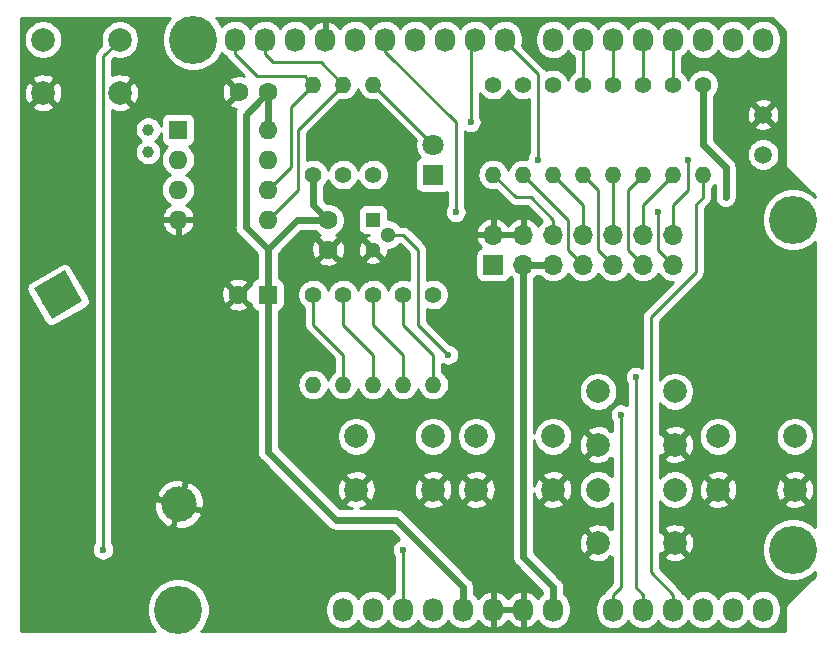
<source format=gtl>
G04 #@! TF.GenerationSoftware,KiCad,Pcbnew,(5.1.4)-1*
G04 #@! TF.CreationDate,2019-11-10T19:52:10+09:00*
G04 #@! TF.ProjectId,bf-012,62662d30-3132-42e6-9b69-6361645f7063,V01L01*
G04 #@! TF.SameCoordinates,Original*
G04 #@! TF.FileFunction,Copper,L1,Top*
G04 #@! TF.FilePolarity,Positive*
%FSLAX46Y46*%
G04 Gerber Fmt 4.6, Leading zero omitted, Abs format (unit mm)*
G04 Created by KiCad (PCBNEW (5.1.4)-1) date 2019-11-10 19:52:10*
%MOMM*%
%LPD*%
G04 APERTURE LIST*
%ADD10C,1.300000*%
%ADD11R,1.300000X1.300000*%
%ADD12R,1.800000X1.800000*%
%ADD13C,1.800000*%
%ADD14R,1.700000X1.700000*%
%ADD15O,1.700000X1.700000*%
%ADD16O,1.727200X2.032000*%
%ADD17C,4.064000*%
%ADD18R,1.600000X1.600000*%
%ADD19C,1.600000*%
%ADD20C,1.400000*%
%ADD21O,1.400000X1.400000*%
%ADD22C,1.500000*%
%ADD23C,2.000000*%
%ADD24O,1.600000X1.600000*%
%ADD25C,1.000000*%
%ADD26C,3.000000*%
%ADD27C,0.100000*%
%ADD28C,0.600000*%
%ADD29C,0.250000*%
%ADD30C,0.600000*%
%ADD31C,0.254000*%
G04 APERTURE END LIST*
D10*
X142748000Y-92075000D03*
X141478000Y-93345000D03*
D11*
X141478000Y-90805000D03*
D12*
X146558000Y-86995000D03*
D13*
X146558000Y-84455000D03*
D14*
X151638000Y-94615000D03*
D15*
X151638000Y-92075000D03*
X154178000Y-94615000D03*
X154178000Y-92075000D03*
X156718000Y-94615000D03*
X156718000Y-92075000D03*
X159258000Y-94615000D03*
X159258000Y-92075000D03*
X161798000Y-94615000D03*
X161798000Y-92075000D03*
X164338000Y-94615000D03*
X164338000Y-92075000D03*
X166878000Y-94615000D03*
X166878000Y-92075000D03*
D16*
X138938000Y-123825000D03*
X141478000Y-123825000D03*
X144018000Y-123825000D03*
X146558000Y-123825000D03*
X149098000Y-123825000D03*
X151638000Y-123825000D03*
X154178000Y-123825000D03*
X156718000Y-123825000D03*
X161798000Y-123825000D03*
X164338000Y-123825000D03*
X166878000Y-123825000D03*
X169418000Y-123825000D03*
X171958000Y-123825000D03*
X174498000Y-123825000D03*
X129794000Y-75565000D03*
X132334000Y-75565000D03*
X134874000Y-75565000D03*
X137414000Y-75565000D03*
X139954000Y-75565000D03*
X142494000Y-75565000D03*
X145034000Y-75565000D03*
X147574000Y-75565000D03*
X150114000Y-75565000D03*
X152654000Y-75565000D03*
X156718000Y-75565000D03*
X159258000Y-75565000D03*
X161798000Y-75565000D03*
X164338000Y-75565000D03*
X166878000Y-75565000D03*
X169418000Y-75565000D03*
X171958000Y-75565000D03*
X174498000Y-75565000D03*
D17*
X124968000Y-123825000D03*
X177038000Y-118745000D03*
X126238000Y-75565000D03*
X177038000Y-90805000D03*
D18*
X132548000Y-97155000D03*
D19*
X130048000Y-97155000D03*
X130088000Y-80010000D03*
X132588000Y-80010000D03*
X137668000Y-90845000D03*
X137668000Y-93345000D03*
D20*
X151638000Y-79375000D03*
D21*
X151638000Y-86995000D03*
D20*
X154178000Y-79375000D03*
D21*
X154178000Y-86995000D03*
X156718000Y-86995000D03*
D20*
X156718000Y-79375000D03*
X159258000Y-79375000D03*
D21*
X159258000Y-86995000D03*
X161798000Y-86995000D03*
D20*
X161798000Y-79375000D03*
D21*
X164338000Y-86995000D03*
D20*
X164338000Y-79375000D03*
X166878000Y-79375000D03*
D21*
X166878000Y-86995000D03*
X141478000Y-79375000D03*
D20*
X141478000Y-86995000D03*
X138938000Y-86995000D03*
D21*
X138938000Y-79375000D03*
X136398000Y-79375000D03*
D20*
X136398000Y-86995000D03*
D21*
X146558000Y-104775000D03*
D20*
X146558000Y-97155000D03*
X144018000Y-97155000D03*
D21*
X144018000Y-104775000D03*
X141478000Y-104775000D03*
D20*
X141478000Y-97155000D03*
X138938000Y-97155000D03*
D21*
X138938000Y-104775000D03*
X136398000Y-104775000D03*
D20*
X136398000Y-97155000D03*
X169418000Y-79375000D03*
D21*
X169418000Y-86995000D03*
D22*
X174498000Y-85315000D03*
X174498000Y-81915000D03*
D23*
X120038000Y-75565000D03*
X120038000Y-80065000D03*
X113538000Y-75565000D03*
X113538000Y-80065000D03*
X140058000Y-113665000D03*
X140058000Y-109165000D03*
X146558000Y-113665000D03*
X146558000Y-109165000D03*
X156718000Y-109165000D03*
X156718000Y-113665000D03*
X150218000Y-109165000D03*
X150218000Y-113665000D03*
X160528000Y-118165000D03*
X160528000Y-113665000D03*
X167028000Y-118165000D03*
X167028000Y-113665000D03*
X167028000Y-105355000D03*
X167028000Y-109855000D03*
X160528000Y-105355000D03*
X160528000Y-109855000D03*
X170688000Y-113665000D03*
X170688000Y-109165000D03*
X177188000Y-113665000D03*
X177188000Y-109165000D03*
D18*
X124968000Y-83185000D03*
D24*
X132588000Y-90805000D03*
X124968000Y-85725000D03*
X132588000Y-88265000D03*
X124968000Y-88265000D03*
X132588000Y-85725000D03*
X124968000Y-90805000D03*
X132588000Y-83185000D03*
D25*
X122428000Y-83185000D03*
X122428000Y-85085000D03*
D26*
X125053000Y-114899861D03*
X114808000Y-97155000D03*
D27*
G36*
X112758962Y-96605962D02*
G01*
X115357038Y-95105962D01*
X116857038Y-97704038D01*
X114258962Y-99204038D01*
X112758962Y-96605962D01*
X112758962Y-96605962D01*
G37*
D28*
X144018000Y-118745000D03*
X118618000Y-118745000D03*
X171323000Y-88900000D03*
X156718000Y-98425000D03*
X177038000Y-100965000D03*
X177038000Y-106045000D03*
X170688000Y-106045000D03*
X170688000Y-100965000D03*
X161798000Y-98425000D03*
X170688000Y-95885000D03*
X151638000Y-98425000D03*
X174498000Y-78105000D03*
X177038000Y-95885000D03*
X170688000Y-90805000D03*
X171958000Y-121285000D03*
X151638000Y-121285000D03*
X141478000Y-121285000D03*
X136398000Y-122555000D03*
X128778000Y-122555000D03*
X121158000Y-122555000D03*
X113538000Y-122555000D03*
X113538000Y-117475000D03*
X113538000Y-112395000D03*
X113538000Y-107315000D03*
X113538000Y-102235000D03*
X121158000Y-102235000D03*
X128778000Y-102235000D03*
X128778000Y-107315000D03*
X121158000Y-107315000D03*
X121158000Y-112395000D03*
X128778000Y-112395000D03*
X121158000Y-117475000D03*
X128778000Y-117475000D03*
X136398000Y-117475000D03*
X136398000Y-111125000D03*
X113538000Y-92075000D03*
X113538000Y-86995000D03*
X128778000Y-93345000D03*
X128778000Y-88265000D03*
X140208000Y-84455000D03*
X152908000Y-83185000D03*
X121158000Y-97155000D03*
X121158000Y-88265000D03*
X162433000Y-107315000D03*
X147828000Y-102235000D03*
X163703000Y-104140000D03*
X149733000Y-82550000D03*
X168148000Y-85725000D03*
X155448000Y-85725000D03*
X165608000Y-90170000D03*
X148463000Y-90170000D03*
D29*
X144018000Y-123825000D02*
X144018000Y-123672600D01*
X144018000Y-123672600D02*
X144018000Y-118745000D01*
X118618000Y-76985000D02*
X120038000Y-75565000D01*
X118618000Y-118745000D02*
X118618000Y-76985000D01*
D30*
X132548000Y-93305000D02*
X130683000Y-91440000D01*
X132548000Y-97155000D02*
X132548000Y-93305000D01*
X135008000Y-90845000D02*
X133818000Y-92035000D01*
X137668000Y-90845000D02*
X135008000Y-90845000D01*
X133818000Y-92035000D02*
X132548000Y-93305000D01*
X136398000Y-89575000D02*
X137668000Y-90845000D01*
X136398000Y-86995000D02*
X136398000Y-89575000D01*
X132588000Y-110490000D02*
X138303000Y-116205000D01*
X132588000Y-97195000D02*
X132588000Y-110490000D01*
X132548000Y-97155000D02*
X132588000Y-97195000D01*
X138303000Y-116205000D02*
X143383000Y-116205000D01*
X143383000Y-116205000D02*
X149098000Y-121920000D01*
X149098000Y-121920000D02*
X149098000Y-123825000D01*
X171323000Y-88475736D02*
X171323000Y-88900000D01*
X171323000Y-86360000D02*
X171323000Y-88475736D01*
X169418000Y-84455000D02*
X171323000Y-86360000D01*
X169418000Y-79375000D02*
X169418000Y-84455000D01*
X130683000Y-91440000D02*
X130683000Y-82550000D01*
X132588000Y-80645000D02*
X132588000Y-83185000D01*
X132588000Y-80010000D02*
X132588000Y-83185000D01*
X131788001Y-80809999D02*
X130683000Y-81915000D01*
X132588000Y-80010000D02*
X131788001Y-80809999D01*
X130683000Y-82550000D02*
X130683000Y-81915000D01*
X154178000Y-94615000D02*
X156718000Y-94615000D01*
X156718000Y-121920000D02*
X156718000Y-123825000D01*
X154813000Y-120015000D02*
X156718000Y-121920000D01*
X154178000Y-119380000D02*
X154813000Y-120015000D01*
X154178000Y-94615000D02*
X154178000Y-119380000D01*
D29*
X144018000Y-97155000D02*
X144018000Y-99695000D01*
X146558000Y-102235000D02*
X146558000Y-104775000D01*
X144018000Y-99695000D02*
X146558000Y-102235000D01*
X162433000Y-107315000D02*
X162433000Y-121924000D01*
X162433000Y-121924000D02*
X161798000Y-122559000D01*
X161798000Y-122559000D02*
X161798000Y-123825000D01*
X144018000Y-92075000D02*
X142748000Y-92075000D01*
X145288000Y-93345000D02*
X145288000Y-99695000D01*
X145288000Y-93345000D02*
X144018000Y-92075000D01*
X145288000Y-99695000D02*
X147828000Y-102235000D01*
X163703000Y-104140000D02*
X163703000Y-121924000D01*
X163703000Y-121924000D02*
X164338000Y-122559000D01*
X164338000Y-122559000D02*
X164338000Y-123825000D01*
X169418000Y-88900000D02*
X169418000Y-86995000D01*
X166878000Y-123825000D02*
X166878000Y-122559000D01*
X166878000Y-122559000D02*
X164973000Y-120654000D01*
X164973000Y-120654000D02*
X164973000Y-99060000D01*
X164973000Y-99060000D02*
X168783000Y-95250000D01*
X168783000Y-95250000D02*
X168783000Y-89535000D01*
X168783000Y-89535000D02*
X169418000Y-88900000D01*
X135128000Y-88265000D02*
X132588000Y-90805000D01*
X135128000Y-83185000D02*
X135128000Y-88265000D01*
X138938000Y-79375000D02*
X135128000Y-83185000D01*
X132973000Y-77470000D02*
X137033000Y-77470000D01*
X132334000Y-76831000D02*
X132973000Y-77470000D01*
X132334000Y-75565000D02*
X132334000Y-76831000D01*
X138938000Y-79375000D02*
X137033000Y-77470000D01*
X132588000Y-88265000D02*
X134493000Y-86360000D01*
X134493000Y-81280000D02*
X136398000Y-79375000D01*
X134493000Y-86360000D02*
X134493000Y-81280000D01*
X129794000Y-76831000D02*
X129794000Y-75565000D01*
X131638001Y-78675001D02*
X129794000Y-76831000D01*
X135698001Y-78675001D02*
X131638001Y-78675001D01*
X136398000Y-79375000D02*
X135698001Y-78675001D01*
X149733000Y-75946000D02*
X150114000Y-75565000D01*
X149733000Y-82550000D02*
X149733000Y-75946000D01*
X166878000Y-89535000D02*
X166878000Y-92075000D01*
X168148000Y-88265000D02*
X166878000Y-89535000D01*
X168148000Y-85725000D02*
X168148000Y-88265000D01*
X155448000Y-85725000D02*
X155448000Y-78511400D01*
X155448000Y-78511400D02*
X152654000Y-75717400D01*
X152654000Y-75717400D02*
X152654000Y-75565000D01*
X159258000Y-75565000D02*
X159258000Y-79375000D01*
X161798000Y-75565000D02*
X161798000Y-79375000D01*
X164338000Y-75565000D02*
X164338000Y-79375000D01*
X166878000Y-75565000D02*
X166878000Y-79375000D01*
X165608000Y-93345000D02*
X165608000Y-90170000D01*
X166878000Y-94615000D02*
X165608000Y-93345000D01*
X142494000Y-76581000D02*
X142494000Y-75565000D01*
X148463000Y-82550000D02*
X142494000Y-76581000D01*
X148463000Y-90170000D02*
X148463000Y-82550000D01*
X141478000Y-79375000D02*
X146558000Y-84455000D01*
X156718000Y-90805000D02*
X156718000Y-92075000D01*
X151638000Y-86995000D02*
X153543000Y-88900000D01*
X153543000Y-88900000D02*
X154813000Y-88900000D01*
X154813000Y-88900000D02*
X156718000Y-90805000D01*
X157988000Y-93345000D02*
X159258000Y-94615000D01*
X157988000Y-90805000D02*
X157988000Y-93345000D01*
X154178000Y-86995000D02*
X157988000Y-90805000D01*
X159258000Y-92075000D02*
X159258000Y-89535000D01*
X159258000Y-89535000D02*
X156718000Y-86995000D01*
X160528000Y-88265000D02*
X159258000Y-86995000D01*
X160528000Y-93345000D02*
X160528000Y-88265000D01*
X161798000Y-94615000D02*
X160528000Y-93345000D01*
X161798000Y-86995000D02*
X161798000Y-92075000D01*
X163068000Y-88265000D02*
X164338000Y-86995000D01*
X163068000Y-93345000D02*
X163068000Y-88265000D01*
X164338000Y-94615000D02*
X163068000Y-93345000D01*
X164338000Y-89535000D02*
X164338000Y-92075000D01*
X166878000Y-86995000D02*
X164338000Y-89535000D01*
X141478000Y-97155000D02*
X141478000Y-99695000D01*
X144018000Y-102235000D02*
X144018000Y-104775000D01*
X141478000Y-99695000D02*
X144018000Y-102235000D01*
X138938000Y-97155000D02*
X138938000Y-99695000D01*
X141478000Y-102235000D02*
X141478000Y-104775000D01*
X138938000Y-99695000D02*
X141478000Y-102235000D01*
X136398000Y-97155000D02*
X136398000Y-99695000D01*
X138938000Y-102235000D02*
X138938000Y-104775000D01*
X136398000Y-99695000D02*
X138938000Y-102235000D01*
D31*
G36*
X124166406Y-73864887D02*
G01*
X123874536Y-74301702D01*
X123673492Y-74787065D01*
X123571000Y-75302323D01*
X123571000Y-75827677D01*
X123673492Y-76342935D01*
X123874536Y-76828298D01*
X124166406Y-77265113D01*
X124537887Y-77636594D01*
X124974702Y-77928464D01*
X125460065Y-78129508D01*
X125975323Y-78232000D01*
X126500677Y-78232000D01*
X127015935Y-78129508D01*
X127501298Y-77928464D01*
X127938113Y-77636594D01*
X128309594Y-77265113D01*
X128601464Y-76828298D01*
X128657001Y-76694219D01*
X128729203Y-76782197D01*
X128957395Y-76969469D01*
X129058142Y-77023320D01*
X129084019Y-77108625D01*
X129088454Y-77123246D01*
X129159026Y-77255276D01*
X129177057Y-77277246D01*
X129253999Y-77371001D01*
X129283003Y-77394804D01*
X130529462Y-78641264D01*
X130299816Y-78583700D01*
X130017488Y-78569783D01*
X129737870Y-78611213D01*
X129471708Y-78706397D01*
X129346486Y-78773329D01*
X129274903Y-79017298D01*
X130088000Y-79830395D01*
X130102143Y-79816253D01*
X130281748Y-79995858D01*
X130267605Y-80010000D01*
X130281748Y-80024143D01*
X130102143Y-80203748D01*
X130088000Y-80189605D01*
X129274903Y-81002702D01*
X129346486Y-81246671D01*
X129601996Y-81367571D01*
X129876184Y-81436300D01*
X129878622Y-81436420D01*
X129814994Y-81555460D01*
X129761529Y-81731708D01*
X129748000Y-81869068D01*
X129743476Y-81915000D01*
X129748000Y-81960932D01*
X129748000Y-82595931D01*
X129748001Y-82595941D01*
X129748000Y-91394068D01*
X129743476Y-91440000D01*
X129754705Y-91554003D01*
X129761529Y-91623291D01*
X129814993Y-91799539D01*
X129901814Y-91961971D01*
X130018656Y-92104344D01*
X130054341Y-92133630D01*
X131613001Y-93692291D01*
X131613000Y-95732378D01*
X131503820Y-95765498D01*
X131393506Y-95824463D01*
X131296815Y-95903815D01*
X131217463Y-96000506D01*
X131158498Y-96110820D01*
X131122188Y-96230518D01*
X131109928Y-96355000D01*
X131109928Y-96362215D01*
X131040702Y-96341903D01*
X130227605Y-97155000D01*
X131040702Y-97968097D01*
X131109928Y-97947785D01*
X131109928Y-97955000D01*
X131122188Y-98079482D01*
X131158498Y-98199180D01*
X131217463Y-98309494D01*
X131296815Y-98406185D01*
X131393506Y-98485537D01*
X131503820Y-98544502D01*
X131623518Y-98580812D01*
X131653000Y-98583716D01*
X131653001Y-110444058D01*
X131648476Y-110490000D01*
X131666529Y-110673291D01*
X131679195Y-110715044D01*
X131719994Y-110849540D01*
X131806815Y-111011972D01*
X131923657Y-111154344D01*
X131959336Y-111183625D01*
X137609375Y-116833664D01*
X137638656Y-116869344D01*
X137781028Y-116986186D01*
X137886880Y-117042765D01*
X137943459Y-117073007D01*
X138119708Y-117126472D01*
X138303000Y-117144524D01*
X138348935Y-117140000D01*
X142995711Y-117140000D01*
X143714421Y-117858710D01*
X143575111Y-117916414D01*
X143421972Y-118018738D01*
X143291738Y-118148972D01*
X143189414Y-118302111D01*
X143118932Y-118472271D01*
X143083000Y-118652911D01*
X143083000Y-118837089D01*
X143118932Y-119017729D01*
X143189414Y-119187889D01*
X143258001Y-119290537D01*
X143258000Y-122379584D01*
X143181394Y-122420531D01*
X142953203Y-122607803D01*
X142765931Y-122835995D01*
X142748000Y-122869541D01*
X142730069Y-122835994D01*
X142542797Y-122607803D01*
X142314605Y-122420531D01*
X142054263Y-122281375D01*
X141771776Y-122195684D01*
X141478000Y-122166749D01*
X141184223Y-122195684D01*
X140901736Y-122281375D01*
X140641394Y-122420531D01*
X140413203Y-122607803D01*
X140225931Y-122835995D01*
X140208000Y-122869541D01*
X140190069Y-122835994D01*
X140002797Y-122607803D01*
X139774605Y-122420531D01*
X139514263Y-122281375D01*
X139231776Y-122195684D01*
X138938000Y-122166749D01*
X138644223Y-122195684D01*
X138361736Y-122281375D01*
X138101394Y-122420531D01*
X137873203Y-122607803D01*
X137685931Y-122835995D01*
X137546775Y-123096337D01*
X137461084Y-123378824D01*
X137439400Y-123598982D01*
X137439400Y-124051019D01*
X137461084Y-124271177D01*
X137546775Y-124553664D01*
X137685931Y-124814006D01*
X137873203Y-125042197D01*
X138101395Y-125229469D01*
X138361737Y-125368625D01*
X138644224Y-125454316D01*
X138938000Y-125483251D01*
X139231777Y-125454316D01*
X139514264Y-125368625D01*
X139774606Y-125229469D01*
X140002797Y-125042197D01*
X140190069Y-124814006D01*
X140208000Y-124780459D01*
X140225931Y-124814006D01*
X140413203Y-125042197D01*
X140641395Y-125229469D01*
X140901737Y-125368625D01*
X141184224Y-125454316D01*
X141478000Y-125483251D01*
X141771777Y-125454316D01*
X142054264Y-125368625D01*
X142314606Y-125229469D01*
X142542797Y-125042197D01*
X142730069Y-124814006D01*
X142748000Y-124780459D01*
X142765931Y-124814006D01*
X142953203Y-125042197D01*
X143181395Y-125229469D01*
X143441737Y-125368625D01*
X143724224Y-125454316D01*
X144018000Y-125483251D01*
X144311777Y-125454316D01*
X144594264Y-125368625D01*
X144854606Y-125229469D01*
X145082797Y-125042197D01*
X145270069Y-124814006D01*
X145288000Y-124780459D01*
X145305931Y-124814006D01*
X145493203Y-125042197D01*
X145721395Y-125229469D01*
X145981737Y-125368625D01*
X146264224Y-125454316D01*
X146558000Y-125483251D01*
X146851777Y-125454316D01*
X147134264Y-125368625D01*
X147394606Y-125229469D01*
X147622797Y-125042197D01*
X147810069Y-124814006D01*
X147828000Y-124780459D01*
X147845931Y-124814006D01*
X148033203Y-125042197D01*
X148261395Y-125229469D01*
X148521737Y-125368625D01*
X148804224Y-125454316D01*
X149098000Y-125483251D01*
X149391777Y-125454316D01*
X149674264Y-125368625D01*
X149934606Y-125229469D01*
X150162797Y-125042197D01*
X150350069Y-124814006D01*
X150371424Y-124774053D01*
X150519514Y-124976729D01*
X150735965Y-125175733D01*
X150987081Y-125328686D01*
X151263211Y-125429709D01*
X151278974Y-125432358D01*
X151511000Y-125311217D01*
X151511000Y-123952000D01*
X151765000Y-123952000D01*
X151765000Y-125311217D01*
X151997026Y-125432358D01*
X152012789Y-125429709D01*
X152288919Y-125328686D01*
X152540035Y-125175733D01*
X152756486Y-124976729D01*
X152908000Y-124769367D01*
X153059514Y-124976729D01*
X153275965Y-125175733D01*
X153527081Y-125328686D01*
X153803211Y-125429709D01*
X153818974Y-125432358D01*
X154051000Y-125311217D01*
X154051000Y-123952000D01*
X151765000Y-123952000D01*
X151511000Y-123952000D01*
X151491000Y-123952000D01*
X151491000Y-123698000D01*
X151511000Y-123698000D01*
X151511000Y-122338783D01*
X151765000Y-122338783D01*
X151765000Y-123698000D01*
X154051000Y-123698000D01*
X154051000Y-122338783D01*
X153818974Y-122217642D01*
X153803211Y-122220291D01*
X153527081Y-122321314D01*
X153275965Y-122474267D01*
X153059514Y-122673271D01*
X152908000Y-122880633D01*
X152756486Y-122673271D01*
X152540035Y-122474267D01*
X152288919Y-122321314D01*
X152012789Y-122220291D01*
X151997026Y-122217642D01*
X151765000Y-122338783D01*
X151511000Y-122338783D01*
X151278974Y-122217642D01*
X151263211Y-122220291D01*
X150987081Y-122321314D01*
X150735965Y-122474267D01*
X150519514Y-122673271D01*
X150371424Y-122875947D01*
X150350069Y-122835994D01*
X150162797Y-122607803D01*
X150033000Y-122501282D01*
X150033000Y-121965935D01*
X150037524Y-121920000D01*
X150019472Y-121736708D01*
X149966007Y-121560459D01*
X149913131Y-121461536D01*
X149879186Y-121398028D01*
X149762344Y-121255656D01*
X149726666Y-121226376D01*
X144076630Y-115576341D01*
X144047344Y-115540656D01*
X143904972Y-115423814D01*
X143742540Y-115336993D01*
X143566292Y-115283529D01*
X143428932Y-115270000D01*
X143383000Y-115265476D01*
X143337068Y-115270000D01*
X140388346Y-115270000D01*
X140439675Y-115262961D01*
X140744088Y-115157795D01*
X140918044Y-115064814D01*
X141013808Y-114800413D01*
X145602192Y-114800413D01*
X145697956Y-115064814D01*
X145987571Y-115205704D01*
X146299108Y-115287384D01*
X146620595Y-115306718D01*
X146939675Y-115262961D01*
X147244088Y-115157795D01*
X147418044Y-115064814D01*
X147513808Y-114800413D01*
X149262192Y-114800413D01*
X149357956Y-115064814D01*
X149647571Y-115205704D01*
X149959108Y-115287384D01*
X150280595Y-115306718D01*
X150599675Y-115262961D01*
X150904088Y-115157795D01*
X151078044Y-115064814D01*
X151173808Y-114800413D01*
X150218000Y-113844605D01*
X149262192Y-114800413D01*
X147513808Y-114800413D01*
X146558000Y-113844605D01*
X145602192Y-114800413D01*
X141013808Y-114800413D01*
X140058000Y-113844605D01*
X139102192Y-114800413D01*
X139197956Y-115064814D01*
X139487571Y-115205704D01*
X139732803Y-115270000D01*
X138690290Y-115270000D01*
X137147885Y-113727595D01*
X138416282Y-113727595D01*
X138460039Y-114046675D01*
X138565205Y-114351088D01*
X138658186Y-114525044D01*
X138922587Y-114620808D01*
X139878395Y-113665000D01*
X140237605Y-113665000D01*
X141193413Y-114620808D01*
X141457814Y-114525044D01*
X141598704Y-114235429D01*
X141680384Y-113923892D01*
X141692189Y-113727595D01*
X144916282Y-113727595D01*
X144960039Y-114046675D01*
X145065205Y-114351088D01*
X145158186Y-114525044D01*
X145422587Y-114620808D01*
X146378395Y-113665000D01*
X146737605Y-113665000D01*
X147693413Y-114620808D01*
X147957814Y-114525044D01*
X148098704Y-114235429D01*
X148180384Y-113923892D01*
X148192189Y-113727595D01*
X148576282Y-113727595D01*
X148620039Y-114046675D01*
X148725205Y-114351088D01*
X148818186Y-114525044D01*
X149082587Y-114620808D01*
X150038395Y-113665000D01*
X150397605Y-113665000D01*
X151353413Y-114620808D01*
X151617814Y-114525044D01*
X151758704Y-114235429D01*
X151840384Y-113923892D01*
X151859718Y-113602405D01*
X151815961Y-113283325D01*
X151710795Y-112978912D01*
X151617814Y-112804956D01*
X151353413Y-112709192D01*
X150397605Y-113665000D01*
X150038395Y-113665000D01*
X149082587Y-112709192D01*
X148818186Y-112804956D01*
X148677296Y-113094571D01*
X148595616Y-113406108D01*
X148576282Y-113727595D01*
X148192189Y-113727595D01*
X148199718Y-113602405D01*
X148155961Y-113283325D01*
X148050795Y-112978912D01*
X147957814Y-112804956D01*
X147693413Y-112709192D01*
X146737605Y-113665000D01*
X146378395Y-113665000D01*
X145422587Y-112709192D01*
X145158186Y-112804956D01*
X145017296Y-113094571D01*
X144935616Y-113406108D01*
X144916282Y-113727595D01*
X141692189Y-113727595D01*
X141699718Y-113602405D01*
X141655961Y-113283325D01*
X141550795Y-112978912D01*
X141457814Y-112804956D01*
X141193413Y-112709192D01*
X140237605Y-113665000D01*
X139878395Y-113665000D01*
X138922587Y-112709192D01*
X138658186Y-112804956D01*
X138517296Y-113094571D01*
X138435616Y-113406108D01*
X138416282Y-113727595D01*
X137147885Y-113727595D01*
X135949877Y-112529587D01*
X139102192Y-112529587D01*
X140058000Y-113485395D01*
X141013808Y-112529587D01*
X145602192Y-112529587D01*
X146558000Y-113485395D01*
X147513808Y-112529587D01*
X149262192Y-112529587D01*
X150218000Y-113485395D01*
X151173808Y-112529587D01*
X151078044Y-112265186D01*
X150788429Y-112124296D01*
X150476892Y-112042616D01*
X150155405Y-112023282D01*
X149836325Y-112067039D01*
X149531912Y-112172205D01*
X149357956Y-112265186D01*
X149262192Y-112529587D01*
X147513808Y-112529587D01*
X147418044Y-112265186D01*
X147128429Y-112124296D01*
X146816892Y-112042616D01*
X146495405Y-112023282D01*
X146176325Y-112067039D01*
X145871912Y-112172205D01*
X145697956Y-112265186D01*
X145602192Y-112529587D01*
X141013808Y-112529587D01*
X140918044Y-112265186D01*
X140628429Y-112124296D01*
X140316892Y-112042616D01*
X139995405Y-112023282D01*
X139676325Y-112067039D01*
X139371912Y-112172205D01*
X139197956Y-112265186D01*
X139102192Y-112529587D01*
X135949877Y-112529587D01*
X133523000Y-110102711D01*
X133523000Y-109003967D01*
X138423000Y-109003967D01*
X138423000Y-109326033D01*
X138485832Y-109641912D01*
X138609082Y-109939463D01*
X138788013Y-110207252D01*
X139015748Y-110434987D01*
X139283537Y-110613918D01*
X139581088Y-110737168D01*
X139896967Y-110800000D01*
X140219033Y-110800000D01*
X140534912Y-110737168D01*
X140832463Y-110613918D01*
X141100252Y-110434987D01*
X141327987Y-110207252D01*
X141506918Y-109939463D01*
X141630168Y-109641912D01*
X141693000Y-109326033D01*
X141693000Y-109003967D01*
X144923000Y-109003967D01*
X144923000Y-109326033D01*
X144985832Y-109641912D01*
X145109082Y-109939463D01*
X145288013Y-110207252D01*
X145515748Y-110434987D01*
X145783537Y-110613918D01*
X146081088Y-110737168D01*
X146396967Y-110800000D01*
X146719033Y-110800000D01*
X147034912Y-110737168D01*
X147332463Y-110613918D01*
X147600252Y-110434987D01*
X147827987Y-110207252D01*
X148006918Y-109939463D01*
X148130168Y-109641912D01*
X148193000Y-109326033D01*
X148193000Y-109003967D01*
X148583000Y-109003967D01*
X148583000Y-109326033D01*
X148645832Y-109641912D01*
X148769082Y-109939463D01*
X148948013Y-110207252D01*
X149175748Y-110434987D01*
X149443537Y-110613918D01*
X149741088Y-110737168D01*
X150056967Y-110800000D01*
X150379033Y-110800000D01*
X150694912Y-110737168D01*
X150992463Y-110613918D01*
X151260252Y-110434987D01*
X151487987Y-110207252D01*
X151666918Y-109939463D01*
X151790168Y-109641912D01*
X151853000Y-109326033D01*
X151853000Y-109003967D01*
X151790168Y-108688088D01*
X151666918Y-108390537D01*
X151487987Y-108122748D01*
X151260252Y-107895013D01*
X150992463Y-107716082D01*
X150694912Y-107592832D01*
X150379033Y-107530000D01*
X150056967Y-107530000D01*
X149741088Y-107592832D01*
X149443537Y-107716082D01*
X149175748Y-107895013D01*
X148948013Y-108122748D01*
X148769082Y-108390537D01*
X148645832Y-108688088D01*
X148583000Y-109003967D01*
X148193000Y-109003967D01*
X148130168Y-108688088D01*
X148006918Y-108390537D01*
X147827987Y-108122748D01*
X147600252Y-107895013D01*
X147332463Y-107716082D01*
X147034912Y-107592832D01*
X146719033Y-107530000D01*
X146396967Y-107530000D01*
X146081088Y-107592832D01*
X145783537Y-107716082D01*
X145515748Y-107895013D01*
X145288013Y-108122748D01*
X145109082Y-108390537D01*
X144985832Y-108688088D01*
X144923000Y-109003967D01*
X141693000Y-109003967D01*
X141630168Y-108688088D01*
X141506918Y-108390537D01*
X141327987Y-108122748D01*
X141100252Y-107895013D01*
X140832463Y-107716082D01*
X140534912Y-107592832D01*
X140219033Y-107530000D01*
X139896967Y-107530000D01*
X139581088Y-107592832D01*
X139283537Y-107716082D01*
X139015748Y-107895013D01*
X138788013Y-108122748D01*
X138609082Y-108390537D01*
X138485832Y-108688088D01*
X138423000Y-109003967D01*
X133523000Y-109003967D01*
X133523000Y-104775000D01*
X135056541Y-104775000D01*
X135082317Y-105036706D01*
X135158653Y-105288354D01*
X135282618Y-105520275D01*
X135449445Y-105723555D01*
X135652725Y-105890382D01*
X135884646Y-106014347D01*
X136136294Y-106090683D01*
X136332421Y-106110000D01*
X136463579Y-106110000D01*
X136659706Y-106090683D01*
X136911354Y-106014347D01*
X137143275Y-105890382D01*
X137346555Y-105723555D01*
X137513382Y-105520275D01*
X137637347Y-105288354D01*
X137668000Y-105187304D01*
X137698653Y-105288354D01*
X137822618Y-105520275D01*
X137989445Y-105723555D01*
X138192725Y-105890382D01*
X138424646Y-106014347D01*
X138676294Y-106090683D01*
X138872421Y-106110000D01*
X139003579Y-106110000D01*
X139199706Y-106090683D01*
X139451354Y-106014347D01*
X139683275Y-105890382D01*
X139886555Y-105723555D01*
X140053382Y-105520275D01*
X140177347Y-105288354D01*
X140208000Y-105187304D01*
X140238653Y-105288354D01*
X140362618Y-105520275D01*
X140529445Y-105723555D01*
X140732725Y-105890382D01*
X140964646Y-106014347D01*
X141216294Y-106090683D01*
X141412421Y-106110000D01*
X141543579Y-106110000D01*
X141739706Y-106090683D01*
X141991354Y-106014347D01*
X142223275Y-105890382D01*
X142426555Y-105723555D01*
X142593382Y-105520275D01*
X142717347Y-105288354D01*
X142748000Y-105187304D01*
X142778653Y-105288354D01*
X142902618Y-105520275D01*
X143069445Y-105723555D01*
X143272725Y-105890382D01*
X143504646Y-106014347D01*
X143756294Y-106090683D01*
X143952421Y-106110000D01*
X144083579Y-106110000D01*
X144279706Y-106090683D01*
X144531354Y-106014347D01*
X144763275Y-105890382D01*
X144966555Y-105723555D01*
X145133382Y-105520275D01*
X145257347Y-105288354D01*
X145288000Y-105187304D01*
X145318653Y-105288354D01*
X145442618Y-105520275D01*
X145609445Y-105723555D01*
X145812725Y-105890382D01*
X146044646Y-106014347D01*
X146296294Y-106090683D01*
X146492421Y-106110000D01*
X146623579Y-106110000D01*
X146819706Y-106090683D01*
X147071354Y-106014347D01*
X147303275Y-105890382D01*
X147506555Y-105723555D01*
X147673382Y-105520275D01*
X147797347Y-105288354D01*
X147873683Y-105036706D01*
X147899459Y-104775000D01*
X147873683Y-104513294D01*
X147797347Y-104261646D01*
X147673382Y-104029725D01*
X147506555Y-103826445D01*
X147318000Y-103671702D01*
X147318000Y-103018744D01*
X147385111Y-103063586D01*
X147555271Y-103134068D01*
X147735911Y-103170000D01*
X147920089Y-103170000D01*
X148100729Y-103134068D01*
X148270889Y-103063586D01*
X148424028Y-102961262D01*
X148554262Y-102831028D01*
X148656586Y-102677889D01*
X148727068Y-102507729D01*
X148763000Y-102327089D01*
X148763000Y-102142911D01*
X148727068Y-101962271D01*
X148656586Y-101792111D01*
X148554262Y-101638972D01*
X148424028Y-101508738D01*
X148270889Y-101406414D01*
X148100729Y-101335932D01*
X147979650Y-101311848D01*
X146048000Y-99380199D01*
X146048000Y-98388744D01*
X146168595Y-98438696D01*
X146426514Y-98490000D01*
X146689486Y-98490000D01*
X146947405Y-98438696D01*
X147190359Y-98338061D01*
X147409013Y-98191962D01*
X147594962Y-98006013D01*
X147741061Y-97787359D01*
X147841696Y-97544405D01*
X147893000Y-97286486D01*
X147893000Y-97023514D01*
X147841696Y-96765595D01*
X147741061Y-96522641D01*
X147594962Y-96303987D01*
X147409013Y-96118038D01*
X147190359Y-95971939D01*
X146947405Y-95871304D01*
X146689486Y-95820000D01*
X146426514Y-95820000D01*
X146168595Y-95871304D01*
X146048000Y-95921256D01*
X146048000Y-93382322D01*
X146051676Y-93344999D01*
X146048000Y-93307676D01*
X146048000Y-93307667D01*
X146037003Y-93196014D01*
X145993546Y-93052753D01*
X145922974Y-92920724D01*
X145828001Y-92804999D01*
X145799003Y-92781201D01*
X144735911Y-91718109D01*
X150196519Y-91718109D01*
X150317186Y-91948000D01*
X151511000Y-91948000D01*
X151511000Y-90754845D01*
X151765000Y-90754845D01*
X151765000Y-91948000D01*
X154051000Y-91948000D01*
X154051000Y-90754845D01*
X153821110Y-90633524D01*
X153673901Y-90678175D01*
X153411080Y-90803359D01*
X153177731Y-90977412D01*
X152982822Y-91193645D01*
X152908000Y-91319255D01*
X152833178Y-91193645D01*
X152638269Y-90977412D01*
X152404920Y-90803359D01*
X152142099Y-90678175D01*
X151994890Y-90633524D01*
X151765000Y-90754845D01*
X151511000Y-90754845D01*
X151281110Y-90633524D01*
X151133901Y-90678175D01*
X150871080Y-90803359D01*
X150637731Y-90977412D01*
X150442822Y-91193645D01*
X150293843Y-91443748D01*
X150196519Y-91718109D01*
X144735911Y-91718109D01*
X144581804Y-91564003D01*
X144558001Y-91534999D01*
X144442276Y-91440026D01*
X144310247Y-91369454D01*
X144166986Y-91325997D01*
X144055333Y-91315000D01*
X144055322Y-91315000D01*
X144018000Y-91311324D01*
X143980678Y-91315000D01*
X143785641Y-91315000D01*
X143746125Y-91255860D01*
X143567140Y-91076875D01*
X143356676Y-90936247D01*
X143122821Y-90839381D01*
X142874561Y-90790000D01*
X142766072Y-90790000D01*
X142766072Y-90155000D01*
X142753812Y-90030518D01*
X142717502Y-89910820D01*
X142658537Y-89800506D01*
X142579185Y-89703815D01*
X142482494Y-89624463D01*
X142372180Y-89565498D01*
X142252482Y-89529188D01*
X142128000Y-89516928D01*
X140828000Y-89516928D01*
X140703518Y-89529188D01*
X140583820Y-89565498D01*
X140473506Y-89624463D01*
X140376815Y-89703815D01*
X140297463Y-89800506D01*
X140238498Y-89910820D01*
X140202188Y-90030518D01*
X140189928Y-90155000D01*
X140189928Y-91455000D01*
X140202188Y-91579482D01*
X140238498Y-91699180D01*
X140297463Y-91809494D01*
X140376815Y-91906185D01*
X140473506Y-91985537D01*
X140583820Y-92044502D01*
X140703518Y-92080812D01*
X140828000Y-92093072D01*
X141168296Y-92093072D01*
X141151551Y-92095730D01*
X140914104Y-92183422D01*
X140825466Y-92230799D01*
X140772078Y-92459473D01*
X141478000Y-93165395D01*
X141492143Y-93151253D01*
X141671748Y-93330858D01*
X141657605Y-93345000D01*
X142363527Y-94050922D01*
X142592201Y-93997534D01*
X142698095Y-93767626D01*
X142757102Y-93521476D01*
X142763390Y-93360000D01*
X142874561Y-93360000D01*
X143122821Y-93310619D01*
X143356676Y-93213753D01*
X143567140Y-93073125D01*
X143746125Y-92894140D01*
X143752619Y-92884421D01*
X144528000Y-93659802D01*
X144528000Y-95921256D01*
X144407405Y-95871304D01*
X144149486Y-95820000D01*
X143886514Y-95820000D01*
X143628595Y-95871304D01*
X143385641Y-95971939D01*
X143166987Y-96118038D01*
X142981038Y-96303987D01*
X142834939Y-96522641D01*
X142748000Y-96732530D01*
X142661061Y-96522641D01*
X142514962Y-96303987D01*
X142329013Y-96118038D01*
X142110359Y-95971939D01*
X141867405Y-95871304D01*
X141609486Y-95820000D01*
X141346514Y-95820000D01*
X141088595Y-95871304D01*
X140845641Y-95971939D01*
X140626987Y-96118038D01*
X140441038Y-96303987D01*
X140294939Y-96522641D01*
X140208000Y-96732530D01*
X140121061Y-96522641D01*
X139974962Y-96303987D01*
X139789013Y-96118038D01*
X139570359Y-95971939D01*
X139327405Y-95871304D01*
X139069486Y-95820000D01*
X138806514Y-95820000D01*
X138548595Y-95871304D01*
X138305641Y-95971939D01*
X138086987Y-96118038D01*
X137901038Y-96303987D01*
X137754939Y-96522641D01*
X137668000Y-96732530D01*
X137581061Y-96522641D01*
X137434962Y-96303987D01*
X137249013Y-96118038D01*
X137030359Y-95971939D01*
X136787405Y-95871304D01*
X136529486Y-95820000D01*
X136266514Y-95820000D01*
X136008595Y-95871304D01*
X135765641Y-95971939D01*
X135546987Y-96118038D01*
X135361038Y-96303987D01*
X135214939Y-96522641D01*
X135114304Y-96765595D01*
X135063000Y-97023514D01*
X135063000Y-97286486D01*
X135114304Y-97544405D01*
X135214939Y-97787359D01*
X135361038Y-98006013D01*
X135546987Y-98191962D01*
X135638000Y-98252775D01*
X135638001Y-99657668D01*
X135634324Y-99695000D01*
X135648998Y-99843985D01*
X135692454Y-99987246D01*
X135763026Y-100119276D01*
X135834201Y-100206002D01*
X135858000Y-100235001D01*
X135886998Y-100258799D01*
X138178000Y-102549803D01*
X138178001Y-103671702D01*
X137989445Y-103826445D01*
X137822618Y-104029725D01*
X137698653Y-104261646D01*
X137668000Y-104362696D01*
X137637347Y-104261646D01*
X137513382Y-104029725D01*
X137346555Y-103826445D01*
X137143275Y-103659618D01*
X136911354Y-103535653D01*
X136659706Y-103459317D01*
X136463579Y-103440000D01*
X136332421Y-103440000D01*
X136136294Y-103459317D01*
X135884646Y-103535653D01*
X135652725Y-103659618D01*
X135449445Y-103826445D01*
X135282618Y-104029725D01*
X135158653Y-104261646D01*
X135082317Y-104513294D01*
X135056541Y-104775000D01*
X133523000Y-104775000D01*
X133523000Y-98565488D01*
X133592180Y-98544502D01*
X133702494Y-98485537D01*
X133799185Y-98406185D01*
X133878537Y-98309494D01*
X133937502Y-98199180D01*
X133973812Y-98079482D01*
X133986072Y-97955000D01*
X133986072Y-96355000D01*
X133973812Y-96230518D01*
X133937502Y-96110820D01*
X133878537Y-96000506D01*
X133799185Y-95903815D01*
X133702494Y-95824463D01*
X133592180Y-95765498D01*
X133483000Y-95732379D01*
X133483000Y-94337702D01*
X136854903Y-94337702D01*
X136926486Y-94581671D01*
X137181996Y-94702571D01*
X137456184Y-94771300D01*
X137738512Y-94785217D01*
X138018130Y-94743787D01*
X138284292Y-94648603D01*
X138409514Y-94581671D01*
X138481097Y-94337702D01*
X138373922Y-94230527D01*
X140772078Y-94230527D01*
X140825466Y-94459201D01*
X141055374Y-94565095D01*
X141301524Y-94624102D01*
X141554455Y-94633952D01*
X141804449Y-94594270D01*
X142041896Y-94506578D01*
X142130534Y-94459201D01*
X142183922Y-94230527D01*
X141478000Y-93524605D01*
X140772078Y-94230527D01*
X138373922Y-94230527D01*
X137668000Y-93524605D01*
X136854903Y-94337702D01*
X133483000Y-94337702D01*
X133483000Y-93692289D01*
X133759777Y-93415512D01*
X136227783Y-93415512D01*
X136269213Y-93695130D01*
X136364397Y-93961292D01*
X136431329Y-94086514D01*
X136675298Y-94158097D01*
X137488395Y-93345000D01*
X137847605Y-93345000D01*
X138660702Y-94158097D01*
X138904671Y-94086514D01*
X139025571Y-93831004D01*
X139094300Y-93556816D01*
X139100972Y-93421455D01*
X140189048Y-93421455D01*
X140228730Y-93671449D01*
X140316422Y-93908896D01*
X140363799Y-93997534D01*
X140592473Y-94050922D01*
X141298395Y-93345000D01*
X140592473Y-92639078D01*
X140363799Y-92692466D01*
X140257905Y-92922374D01*
X140198898Y-93168524D01*
X140189048Y-93421455D01*
X139100972Y-93421455D01*
X139108217Y-93274488D01*
X139066787Y-92994870D01*
X138971603Y-92728708D01*
X138904671Y-92603486D01*
X138660702Y-92531903D01*
X137847605Y-93345000D01*
X137488395Y-93345000D01*
X136675298Y-92531903D01*
X136431329Y-92603486D01*
X136310429Y-92858996D01*
X136241700Y-93133184D01*
X136227783Y-93415512D01*
X133759777Y-93415512D01*
X134511623Y-92663667D01*
X134511627Y-92663662D01*
X135395290Y-91780000D01*
X136573604Y-91780000D01*
X136753241Y-91959637D01*
X136953869Y-92093692D01*
X136926486Y-92108329D01*
X136854903Y-92352298D01*
X137668000Y-93165395D01*
X138481097Y-92352298D01*
X138409514Y-92108329D01*
X138380659Y-92094676D01*
X138582759Y-91959637D01*
X138782637Y-91759759D01*
X138939680Y-91524727D01*
X139047853Y-91263574D01*
X139103000Y-90986335D01*
X139103000Y-90703665D01*
X139047853Y-90426426D01*
X138939680Y-90165273D01*
X138782637Y-89930241D01*
X138582759Y-89730363D01*
X138347727Y-89573320D01*
X138086574Y-89465147D01*
X137809335Y-89410000D01*
X137555289Y-89410000D01*
X137333000Y-89187711D01*
X137333000Y-87947975D01*
X137434962Y-87846013D01*
X137581061Y-87627359D01*
X137668000Y-87417470D01*
X137754939Y-87627359D01*
X137901038Y-87846013D01*
X138086987Y-88031962D01*
X138305641Y-88178061D01*
X138548595Y-88278696D01*
X138806514Y-88330000D01*
X139069486Y-88330000D01*
X139327405Y-88278696D01*
X139570359Y-88178061D01*
X139789013Y-88031962D01*
X139974962Y-87846013D01*
X140121061Y-87627359D01*
X140208000Y-87417470D01*
X140294939Y-87627359D01*
X140441038Y-87846013D01*
X140626987Y-88031962D01*
X140845641Y-88178061D01*
X141088595Y-88278696D01*
X141346514Y-88330000D01*
X141609486Y-88330000D01*
X141867405Y-88278696D01*
X142110359Y-88178061D01*
X142329013Y-88031962D01*
X142514962Y-87846013D01*
X142661061Y-87627359D01*
X142761696Y-87384405D01*
X142813000Y-87126486D01*
X142813000Y-86863514D01*
X142761696Y-86605595D01*
X142661061Y-86362641D01*
X142514962Y-86143987D01*
X142329013Y-85958038D01*
X142110359Y-85811939D01*
X141867405Y-85711304D01*
X141609486Y-85660000D01*
X141346514Y-85660000D01*
X141088595Y-85711304D01*
X140845641Y-85811939D01*
X140626987Y-85958038D01*
X140441038Y-86143987D01*
X140294939Y-86362641D01*
X140208000Y-86572530D01*
X140121061Y-86362641D01*
X139974962Y-86143987D01*
X139789013Y-85958038D01*
X139570359Y-85811939D01*
X139327405Y-85711304D01*
X139069486Y-85660000D01*
X138806514Y-85660000D01*
X138548595Y-85711304D01*
X138305641Y-85811939D01*
X138086987Y-85958038D01*
X137901038Y-86143987D01*
X137754939Y-86362641D01*
X137668000Y-86572530D01*
X137581061Y-86362641D01*
X137434962Y-86143987D01*
X137249013Y-85958038D01*
X137030359Y-85811939D01*
X136787405Y-85711304D01*
X136529486Y-85660000D01*
X136266514Y-85660000D01*
X136008595Y-85711304D01*
X135888000Y-85761256D01*
X135888000Y-83499801D01*
X138695252Y-80692550D01*
X138872421Y-80710000D01*
X139003579Y-80710000D01*
X139199706Y-80690683D01*
X139451354Y-80614347D01*
X139683275Y-80490382D01*
X139886555Y-80323555D01*
X140053382Y-80120275D01*
X140177347Y-79888354D01*
X140208000Y-79787304D01*
X140238653Y-79888354D01*
X140362618Y-80120275D01*
X140529445Y-80323555D01*
X140732725Y-80490382D01*
X140964646Y-80614347D01*
X141216294Y-80690683D01*
X141412421Y-80710000D01*
X141543579Y-80710000D01*
X141720749Y-80692550D01*
X145074269Y-84046070D01*
X145023000Y-84303816D01*
X145023000Y-84606184D01*
X145081989Y-84902743D01*
X145197701Y-85182095D01*
X145365688Y-85433505D01*
X145432127Y-85499944D01*
X145413820Y-85505498D01*
X145303506Y-85564463D01*
X145206815Y-85643815D01*
X145127463Y-85740506D01*
X145068498Y-85850820D01*
X145032188Y-85970518D01*
X145019928Y-86095000D01*
X145019928Y-87895000D01*
X145032188Y-88019482D01*
X145068498Y-88139180D01*
X145127463Y-88249494D01*
X145206815Y-88346185D01*
X145303506Y-88425537D01*
X145413820Y-88484502D01*
X145533518Y-88520812D01*
X145658000Y-88533072D01*
X147458000Y-88533072D01*
X147582482Y-88520812D01*
X147702180Y-88484502D01*
X147703000Y-88484064D01*
X147703000Y-89624464D01*
X147634414Y-89727111D01*
X147563932Y-89897271D01*
X147528000Y-90077911D01*
X147528000Y-90262089D01*
X147563932Y-90442729D01*
X147634414Y-90612889D01*
X147736738Y-90766028D01*
X147866972Y-90896262D01*
X148020111Y-90998586D01*
X148190271Y-91069068D01*
X148370911Y-91105000D01*
X148555089Y-91105000D01*
X148735729Y-91069068D01*
X148905889Y-90998586D01*
X149059028Y-90896262D01*
X149189262Y-90766028D01*
X149291586Y-90612889D01*
X149362068Y-90442729D01*
X149398000Y-90262089D01*
X149398000Y-90077911D01*
X149362068Y-89897271D01*
X149291586Y-89727111D01*
X149223000Y-89624465D01*
X149223000Y-83333744D01*
X149290111Y-83378586D01*
X149460271Y-83449068D01*
X149640911Y-83485000D01*
X149825089Y-83485000D01*
X150005729Y-83449068D01*
X150175889Y-83378586D01*
X150329028Y-83276262D01*
X150459262Y-83146028D01*
X150561586Y-82992889D01*
X150632068Y-82822729D01*
X150668000Y-82642089D01*
X150668000Y-82457911D01*
X150632068Y-82277271D01*
X150561586Y-82107111D01*
X150493000Y-82004465D01*
X150493000Y-80064322D01*
X150601038Y-80226013D01*
X150786987Y-80411962D01*
X151005641Y-80558061D01*
X151248595Y-80658696D01*
X151506514Y-80710000D01*
X151769486Y-80710000D01*
X152027405Y-80658696D01*
X152270359Y-80558061D01*
X152489013Y-80411962D01*
X152674962Y-80226013D01*
X152821061Y-80007359D01*
X152908000Y-79797470D01*
X152994939Y-80007359D01*
X153141038Y-80226013D01*
X153326987Y-80411962D01*
X153545641Y-80558061D01*
X153788595Y-80658696D01*
X154046514Y-80710000D01*
X154309486Y-80710000D01*
X154567405Y-80658696D01*
X154688001Y-80608744D01*
X154688000Y-85179464D01*
X154619414Y-85282111D01*
X154548932Y-85452271D01*
X154513000Y-85632911D01*
X154513000Y-85701550D01*
X154439706Y-85679317D01*
X154243579Y-85660000D01*
X154112421Y-85660000D01*
X153916294Y-85679317D01*
X153664646Y-85755653D01*
X153432725Y-85879618D01*
X153229445Y-86046445D01*
X153062618Y-86249725D01*
X152938653Y-86481646D01*
X152908000Y-86582696D01*
X152877347Y-86481646D01*
X152753382Y-86249725D01*
X152586555Y-86046445D01*
X152383275Y-85879618D01*
X152151354Y-85755653D01*
X151899706Y-85679317D01*
X151703579Y-85660000D01*
X151572421Y-85660000D01*
X151376294Y-85679317D01*
X151124646Y-85755653D01*
X150892725Y-85879618D01*
X150689445Y-86046445D01*
X150522618Y-86249725D01*
X150398653Y-86481646D01*
X150322317Y-86733294D01*
X150296541Y-86995000D01*
X150322317Y-87256706D01*
X150398653Y-87508354D01*
X150522618Y-87740275D01*
X150689445Y-87943555D01*
X150892725Y-88110382D01*
X151124646Y-88234347D01*
X151376294Y-88310683D01*
X151572421Y-88330000D01*
X151703579Y-88330000D01*
X151880749Y-88312550D01*
X152979200Y-89411002D01*
X153002999Y-89440001D01*
X153118724Y-89534974D01*
X153250753Y-89605546D01*
X153394014Y-89649003D01*
X153505667Y-89660000D01*
X153505677Y-89660000D01*
X153543000Y-89663676D01*
X153580323Y-89660000D01*
X154498199Y-89660000D01*
X155770078Y-90931880D01*
X155662866Y-91019866D01*
X155477294Y-91245986D01*
X155442799Y-91310523D01*
X155373178Y-91193645D01*
X155178269Y-90977412D01*
X154944920Y-90803359D01*
X154682099Y-90678175D01*
X154534890Y-90633524D01*
X154305000Y-90754845D01*
X154305000Y-91948000D01*
X154325000Y-91948000D01*
X154325000Y-92202000D01*
X154305000Y-92202000D01*
X154305000Y-92222000D01*
X154051000Y-92222000D01*
X154051000Y-92202000D01*
X151765000Y-92202000D01*
X151765000Y-92222000D01*
X151511000Y-92222000D01*
X151511000Y-92202000D01*
X150317186Y-92202000D01*
X150196519Y-92431891D01*
X150293843Y-92706252D01*
X150442822Y-92956355D01*
X150619626Y-93152502D01*
X150543820Y-93175498D01*
X150433506Y-93234463D01*
X150336815Y-93313815D01*
X150257463Y-93410506D01*
X150198498Y-93520820D01*
X150162188Y-93640518D01*
X150149928Y-93765000D01*
X150149928Y-95465000D01*
X150162188Y-95589482D01*
X150198498Y-95709180D01*
X150257463Y-95819494D01*
X150336815Y-95916185D01*
X150433506Y-95995537D01*
X150543820Y-96054502D01*
X150663518Y-96090812D01*
X150788000Y-96103072D01*
X152488000Y-96103072D01*
X152612482Y-96090812D01*
X152732180Y-96054502D01*
X152842494Y-95995537D01*
X152939185Y-95916185D01*
X153018537Y-95819494D01*
X153077502Y-95709180D01*
X153098393Y-95640313D01*
X153122866Y-95670134D01*
X153243000Y-95768726D01*
X153243001Y-119334058D01*
X153238476Y-119380000D01*
X153256529Y-119563291D01*
X153285197Y-119657795D01*
X153309994Y-119739540D01*
X153396815Y-119901972D01*
X153513657Y-120044344D01*
X153549336Y-120073625D01*
X155783000Y-122307289D01*
X155783000Y-122501281D01*
X155653203Y-122607803D01*
X155465931Y-122835995D01*
X155444576Y-122875947D01*
X155296486Y-122673271D01*
X155080035Y-122474267D01*
X154828919Y-122321314D01*
X154552789Y-122220291D01*
X154537026Y-122217642D01*
X154305000Y-122338783D01*
X154305000Y-123698000D01*
X154325000Y-123698000D01*
X154325000Y-123952000D01*
X154305000Y-123952000D01*
X154305000Y-125311217D01*
X154537026Y-125432358D01*
X154552789Y-125429709D01*
X154828919Y-125328686D01*
X155080035Y-125175733D01*
X155296486Y-124976729D01*
X155444576Y-124774053D01*
X155465931Y-124814006D01*
X155653203Y-125042197D01*
X155881395Y-125229469D01*
X156141737Y-125368625D01*
X156424224Y-125454316D01*
X156718000Y-125483251D01*
X157011777Y-125454316D01*
X157294264Y-125368625D01*
X157554606Y-125229469D01*
X157782797Y-125042197D01*
X157970069Y-124814006D01*
X158109225Y-124553663D01*
X158194916Y-124271176D01*
X158216600Y-124051018D01*
X158216600Y-123598981D01*
X158194916Y-123378823D01*
X158109225Y-123096336D01*
X157970069Y-122835994D01*
X157782797Y-122607803D01*
X157653000Y-122501282D01*
X157653000Y-121965932D01*
X157657524Y-121920000D01*
X157639471Y-121736708D01*
X157622682Y-121681362D01*
X157586007Y-121560460D01*
X157499186Y-121398028D01*
X157382344Y-121255656D01*
X157346660Y-121226371D01*
X155113000Y-118992711D01*
X155113000Y-118227595D01*
X158886282Y-118227595D01*
X158930039Y-118546675D01*
X159035205Y-118851088D01*
X159128186Y-119025044D01*
X159392587Y-119120808D01*
X160348395Y-118165000D01*
X159392587Y-117209192D01*
X159128186Y-117304956D01*
X158987296Y-117594571D01*
X158905616Y-117906108D01*
X158886282Y-118227595D01*
X155113000Y-118227595D01*
X155113000Y-114800413D01*
X155762192Y-114800413D01*
X155857956Y-115064814D01*
X156147571Y-115205704D01*
X156459108Y-115287384D01*
X156780595Y-115306718D01*
X157099675Y-115262961D01*
X157404088Y-115157795D01*
X157578044Y-115064814D01*
X157673808Y-114800413D01*
X156718000Y-113844605D01*
X155762192Y-114800413D01*
X155113000Y-114800413D01*
X155113000Y-113995346D01*
X155120039Y-114046675D01*
X155225205Y-114351088D01*
X155318186Y-114525044D01*
X155582587Y-114620808D01*
X156538395Y-113665000D01*
X156897605Y-113665000D01*
X157853413Y-114620808D01*
X158117814Y-114525044D01*
X158258704Y-114235429D01*
X158340384Y-113923892D01*
X158359718Y-113602405D01*
X158315961Y-113283325D01*
X158210795Y-112978912D01*
X158117814Y-112804956D01*
X157853413Y-112709192D01*
X156897605Y-113665000D01*
X156538395Y-113665000D01*
X155582587Y-112709192D01*
X155318186Y-112804956D01*
X155177296Y-113094571D01*
X155113000Y-113339803D01*
X155113000Y-112529587D01*
X155762192Y-112529587D01*
X156718000Y-113485395D01*
X157673808Y-112529587D01*
X157578044Y-112265186D01*
X157288429Y-112124296D01*
X156976892Y-112042616D01*
X156655405Y-112023282D01*
X156336325Y-112067039D01*
X156031912Y-112172205D01*
X155857956Y-112265186D01*
X155762192Y-112529587D01*
X155113000Y-112529587D01*
X155113000Y-109476854D01*
X155145832Y-109641912D01*
X155269082Y-109939463D01*
X155448013Y-110207252D01*
X155675748Y-110434987D01*
X155943537Y-110613918D01*
X156241088Y-110737168D01*
X156556967Y-110800000D01*
X156879033Y-110800000D01*
X157194912Y-110737168D01*
X157492463Y-110613918D01*
X157760252Y-110434987D01*
X157987987Y-110207252D01*
X158166918Y-109939463D01*
X158175976Y-109917595D01*
X158886282Y-109917595D01*
X158930039Y-110236675D01*
X159035205Y-110541088D01*
X159128186Y-110715044D01*
X159392587Y-110810808D01*
X160348395Y-109855000D01*
X159392587Y-108899192D01*
X159128186Y-108994956D01*
X158987296Y-109284571D01*
X158905616Y-109596108D01*
X158886282Y-109917595D01*
X158175976Y-109917595D01*
X158290168Y-109641912D01*
X158353000Y-109326033D01*
X158353000Y-109003967D01*
X158290168Y-108688088D01*
X158166918Y-108390537D01*
X157987987Y-108122748D01*
X157760252Y-107895013D01*
X157492463Y-107716082D01*
X157194912Y-107592832D01*
X156879033Y-107530000D01*
X156556967Y-107530000D01*
X156241088Y-107592832D01*
X155943537Y-107716082D01*
X155675748Y-107895013D01*
X155448013Y-108122748D01*
X155269082Y-108390537D01*
X155145832Y-108688088D01*
X155113000Y-108853146D01*
X155113000Y-105193967D01*
X158893000Y-105193967D01*
X158893000Y-105516033D01*
X158955832Y-105831912D01*
X159079082Y-106129463D01*
X159258013Y-106397252D01*
X159485748Y-106624987D01*
X159753537Y-106803918D01*
X160051088Y-106927168D01*
X160366967Y-106990000D01*
X160689033Y-106990000D01*
X161004912Y-106927168D01*
X161302463Y-106803918D01*
X161570252Y-106624987D01*
X161797987Y-106397252D01*
X161976918Y-106129463D01*
X162100168Y-105831912D01*
X162163000Y-105516033D01*
X162163000Y-105193967D01*
X162100168Y-104878088D01*
X161976918Y-104580537D01*
X161797987Y-104312748D01*
X161570252Y-104085013D01*
X161302463Y-103906082D01*
X161004912Y-103782832D01*
X160689033Y-103720000D01*
X160366967Y-103720000D01*
X160051088Y-103782832D01*
X159753537Y-103906082D01*
X159485748Y-104085013D01*
X159258013Y-104312748D01*
X159079082Y-104580537D01*
X158955832Y-104878088D01*
X158893000Y-105193967D01*
X155113000Y-105193967D01*
X155113000Y-95768725D01*
X155233134Y-95670134D01*
X155331725Y-95550000D01*
X155564275Y-95550000D01*
X155662866Y-95670134D01*
X155888986Y-95855706D01*
X156146966Y-95993599D01*
X156426889Y-96078513D01*
X156645050Y-96100000D01*
X156790950Y-96100000D01*
X157009111Y-96078513D01*
X157289034Y-95993599D01*
X157547014Y-95855706D01*
X157773134Y-95670134D01*
X157958706Y-95444014D01*
X157988000Y-95389209D01*
X158017294Y-95444014D01*
X158202866Y-95670134D01*
X158428986Y-95855706D01*
X158686966Y-95993599D01*
X158966889Y-96078513D01*
X159185050Y-96100000D01*
X159330950Y-96100000D01*
X159549111Y-96078513D01*
X159829034Y-95993599D01*
X160087014Y-95855706D01*
X160313134Y-95670134D01*
X160498706Y-95444014D01*
X160528000Y-95389209D01*
X160557294Y-95444014D01*
X160742866Y-95670134D01*
X160968986Y-95855706D01*
X161226966Y-95993599D01*
X161506889Y-96078513D01*
X161725050Y-96100000D01*
X161870950Y-96100000D01*
X162089111Y-96078513D01*
X162369034Y-95993599D01*
X162627014Y-95855706D01*
X162853134Y-95670134D01*
X163038706Y-95444014D01*
X163068000Y-95389209D01*
X163097294Y-95444014D01*
X163282866Y-95670134D01*
X163508986Y-95855706D01*
X163766966Y-95993599D01*
X164046889Y-96078513D01*
X164265050Y-96100000D01*
X164410950Y-96100000D01*
X164629111Y-96078513D01*
X164909034Y-95993599D01*
X165167014Y-95855706D01*
X165393134Y-95670134D01*
X165578706Y-95444014D01*
X165608000Y-95389209D01*
X165637294Y-95444014D01*
X165822866Y-95670134D01*
X166048986Y-95855706D01*
X166306966Y-95993599D01*
X166586889Y-96078513D01*
X166805050Y-96100000D01*
X166858198Y-96100000D01*
X164461998Y-98496201D01*
X164433000Y-98519999D01*
X164409202Y-98548997D01*
X164409201Y-98548998D01*
X164338026Y-98635724D01*
X164267454Y-98767754D01*
X164223998Y-98911015D01*
X164209324Y-99060000D01*
X164213001Y-99097333D01*
X164213001Y-103356257D01*
X164145889Y-103311414D01*
X163975729Y-103240932D01*
X163795089Y-103205000D01*
X163610911Y-103205000D01*
X163430271Y-103240932D01*
X163260111Y-103311414D01*
X163106972Y-103413738D01*
X162976738Y-103543972D01*
X162874414Y-103697111D01*
X162803932Y-103867271D01*
X162768000Y-104047911D01*
X162768000Y-104232089D01*
X162803932Y-104412729D01*
X162874414Y-104582889D01*
X162943000Y-104685535D01*
X162943000Y-106531256D01*
X162875889Y-106486414D01*
X162705729Y-106415932D01*
X162525089Y-106380000D01*
X162340911Y-106380000D01*
X162160271Y-106415932D01*
X161990111Y-106486414D01*
X161836972Y-106588738D01*
X161706738Y-106718972D01*
X161604414Y-106872111D01*
X161533932Y-107042271D01*
X161498000Y-107222911D01*
X161498000Y-107407089D01*
X161533932Y-107587729D01*
X161604414Y-107757889D01*
X161673000Y-107860535D01*
X161673000Y-108677442D01*
X161599475Y-108603917D01*
X161483807Y-108719585D01*
X161388044Y-108455186D01*
X161098429Y-108314296D01*
X160786892Y-108232616D01*
X160465405Y-108213282D01*
X160146325Y-108257039D01*
X159841912Y-108362205D01*
X159667956Y-108455186D01*
X159572192Y-108719587D01*
X160528000Y-109675395D01*
X160542143Y-109661253D01*
X160721748Y-109840858D01*
X160707605Y-109855000D01*
X160721748Y-109869143D01*
X160542143Y-110048748D01*
X160528000Y-110034605D01*
X159572192Y-110990413D01*
X159667956Y-111254814D01*
X159957571Y-111395704D01*
X160269108Y-111477384D01*
X160590595Y-111496718D01*
X160909675Y-111452961D01*
X161214088Y-111347795D01*
X161388044Y-111254814D01*
X161483807Y-110990415D01*
X161599475Y-111106083D01*
X161673000Y-111032558D01*
X161673000Y-112497761D01*
X161570252Y-112395013D01*
X161302463Y-112216082D01*
X161004912Y-112092832D01*
X160689033Y-112030000D01*
X160366967Y-112030000D01*
X160051088Y-112092832D01*
X159753537Y-112216082D01*
X159485748Y-112395013D01*
X159258013Y-112622748D01*
X159079082Y-112890537D01*
X158955832Y-113188088D01*
X158893000Y-113503967D01*
X158893000Y-113826033D01*
X158955832Y-114141912D01*
X159079082Y-114439463D01*
X159258013Y-114707252D01*
X159485748Y-114934987D01*
X159753537Y-115113918D01*
X160051088Y-115237168D01*
X160366967Y-115300000D01*
X160689033Y-115300000D01*
X161004912Y-115237168D01*
X161302463Y-115113918D01*
X161570252Y-114934987D01*
X161673001Y-114832238D01*
X161673001Y-116987443D01*
X161599475Y-116913917D01*
X161483807Y-117029585D01*
X161388044Y-116765186D01*
X161098429Y-116624296D01*
X160786892Y-116542616D01*
X160465405Y-116523282D01*
X160146325Y-116567039D01*
X159841912Y-116672205D01*
X159667956Y-116765186D01*
X159572192Y-117029587D01*
X160528000Y-117985395D01*
X160542143Y-117971253D01*
X160721748Y-118150858D01*
X160707605Y-118165000D01*
X160721748Y-118179143D01*
X160542143Y-118358748D01*
X160528000Y-118344605D01*
X159572192Y-119300413D01*
X159667956Y-119564814D01*
X159957571Y-119705704D01*
X160269108Y-119787384D01*
X160590595Y-119806718D01*
X160909675Y-119762961D01*
X161214088Y-119657795D01*
X161388044Y-119564814D01*
X161483807Y-119300415D01*
X161599475Y-119416083D01*
X161673001Y-119342557D01*
X161673001Y-121609197D01*
X161287002Y-121995197D01*
X161257999Y-122018999D01*
X161202871Y-122086174D01*
X161163026Y-122134724D01*
X161130442Y-122195684D01*
X161092454Y-122266754D01*
X161062142Y-122366680D01*
X160961394Y-122420531D01*
X160733203Y-122607803D01*
X160545931Y-122835995D01*
X160406775Y-123096337D01*
X160321084Y-123378824D01*
X160299400Y-123598982D01*
X160299400Y-124051019D01*
X160321084Y-124271177D01*
X160406775Y-124553664D01*
X160545931Y-124814006D01*
X160733203Y-125042197D01*
X160961395Y-125229469D01*
X161221737Y-125368625D01*
X161504224Y-125454316D01*
X161798000Y-125483251D01*
X162091777Y-125454316D01*
X162374264Y-125368625D01*
X162634606Y-125229469D01*
X162862797Y-125042197D01*
X163050069Y-124814006D01*
X163068000Y-124780459D01*
X163085931Y-124814006D01*
X163273203Y-125042197D01*
X163501395Y-125229469D01*
X163761737Y-125368625D01*
X164044224Y-125454316D01*
X164338000Y-125483251D01*
X164631777Y-125454316D01*
X164914264Y-125368625D01*
X165174606Y-125229469D01*
X165402797Y-125042197D01*
X165590069Y-124814006D01*
X165608000Y-124780459D01*
X165625931Y-124814006D01*
X165813203Y-125042197D01*
X166041395Y-125229469D01*
X166301737Y-125368625D01*
X166584224Y-125454316D01*
X166878000Y-125483251D01*
X167171777Y-125454316D01*
X167454264Y-125368625D01*
X167714606Y-125229469D01*
X167942797Y-125042197D01*
X168130069Y-124814006D01*
X168148000Y-124780459D01*
X168165931Y-124814006D01*
X168353203Y-125042197D01*
X168581395Y-125229469D01*
X168841737Y-125368625D01*
X169124224Y-125454316D01*
X169418000Y-125483251D01*
X169711777Y-125454316D01*
X169994264Y-125368625D01*
X170254606Y-125229469D01*
X170482797Y-125042197D01*
X170670069Y-124814006D01*
X170688000Y-124780459D01*
X170705931Y-124814006D01*
X170893203Y-125042197D01*
X171121395Y-125229469D01*
X171381737Y-125368625D01*
X171664224Y-125454316D01*
X171958000Y-125483251D01*
X172251777Y-125454316D01*
X172534264Y-125368625D01*
X172794606Y-125229469D01*
X173022797Y-125042197D01*
X173210069Y-124814006D01*
X173228000Y-124780459D01*
X173245931Y-124814006D01*
X173433203Y-125042197D01*
X173661395Y-125229469D01*
X173921737Y-125368625D01*
X174204224Y-125454316D01*
X174498000Y-125483251D01*
X174791777Y-125454316D01*
X175074264Y-125368625D01*
X175334606Y-125229469D01*
X175562797Y-125042197D01*
X175750069Y-124814006D01*
X175889225Y-124553663D01*
X175974916Y-124271176D01*
X175996600Y-124051018D01*
X175996600Y-123598981D01*
X175974916Y-123378823D01*
X175889225Y-123096336D01*
X175750069Y-122835994D01*
X175562797Y-122607803D01*
X175334605Y-122420531D01*
X175074263Y-122281375D01*
X174791776Y-122195684D01*
X174498000Y-122166749D01*
X174204223Y-122195684D01*
X173921736Y-122281375D01*
X173661394Y-122420531D01*
X173433203Y-122607803D01*
X173245931Y-122835995D01*
X173228000Y-122869541D01*
X173210069Y-122835994D01*
X173022797Y-122607803D01*
X172794605Y-122420531D01*
X172534263Y-122281375D01*
X172251776Y-122195684D01*
X171958000Y-122166749D01*
X171664223Y-122195684D01*
X171381736Y-122281375D01*
X171121394Y-122420531D01*
X170893203Y-122607803D01*
X170705931Y-122835995D01*
X170688000Y-122869541D01*
X170670069Y-122835994D01*
X170482797Y-122607803D01*
X170254605Y-122420531D01*
X169994263Y-122281375D01*
X169711776Y-122195684D01*
X169418000Y-122166749D01*
X169124223Y-122195684D01*
X168841736Y-122281375D01*
X168581394Y-122420531D01*
X168353203Y-122607803D01*
X168165931Y-122835995D01*
X168148000Y-122869541D01*
X168130069Y-122835994D01*
X167942797Y-122607803D01*
X167714605Y-122420531D01*
X167613858Y-122366681D01*
X167583546Y-122266753D01*
X167512974Y-122134724D01*
X167418001Y-122018999D01*
X167389003Y-121995201D01*
X165733000Y-120339199D01*
X165733000Y-119300413D01*
X166072192Y-119300413D01*
X166167956Y-119564814D01*
X166457571Y-119705704D01*
X166769108Y-119787384D01*
X167090595Y-119806718D01*
X167409675Y-119762961D01*
X167714088Y-119657795D01*
X167888044Y-119564814D01*
X167983808Y-119300413D01*
X167028000Y-118344605D01*
X166072192Y-119300413D01*
X165733000Y-119300413D01*
X165733000Y-119063007D01*
X165892587Y-119120808D01*
X166848395Y-118165000D01*
X167207605Y-118165000D01*
X168163413Y-119120808D01*
X168427814Y-119025044D01*
X168568704Y-118735429D01*
X168650384Y-118423892D01*
X168669718Y-118102405D01*
X168625961Y-117783325D01*
X168520795Y-117478912D01*
X168427814Y-117304956D01*
X168163413Y-117209192D01*
X167207605Y-118165000D01*
X166848395Y-118165000D01*
X165892587Y-117209192D01*
X165733000Y-117266993D01*
X165733000Y-117029587D01*
X166072192Y-117029587D01*
X167028000Y-117985395D01*
X167983808Y-117029587D01*
X167888044Y-116765186D01*
X167598429Y-116624296D01*
X167286892Y-116542616D01*
X166965405Y-116523282D01*
X166646325Y-116567039D01*
X166341912Y-116672205D01*
X166167956Y-116765186D01*
X166072192Y-117029587D01*
X165733000Y-117029587D01*
X165733000Y-114669817D01*
X165758013Y-114707252D01*
X165985748Y-114934987D01*
X166253537Y-115113918D01*
X166551088Y-115237168D01*
X166866967Y-115300000D01*
X167189033Y-115300000D01*
X167504912Y-115237168D01*
X167802463Y-115113918D01*
X168070252Y-114934987D01*
X168204826Y-114800413D01*
X169732192Y-114800413D01*
X169827956Y-115064814D01*
X170117571Y-115205704D01*
X170429108Y-115287384D01*
X170750595Y-115306718D01*
X171069675Y-115262961D01*
X171374088Y-115157795D01*
X171548044Y-115064814D01*
X171643808Y-114800413D01*
X176232192Y-114800413D01*
X176327956Y-115064814D01*
X176617571Y-115205704D01*
X176929108Y-115287384D01*
X177250595Y-115306718D01*
X177569675Y-115262961D01*
X177874088Y-115157795D01*
X178048044Y-115064814D01*
X178143808Y-114800413D01*
X177188000Y-113844605D01*
X176232192Y-114800413D01*
X171643808Y-114800413D01*
X170688000Y-113844605D01*
X169732192Y-114800413D01*
X168204826Y-114800413D01*
X168297987Y-114707252D01*
X168476918Y-114439463D01*
X168600168Y-114141912D01*
X168663000Y-113826033D01*
X168663000Y-113727595D01*
X169046282Y-113727595D01*
X169090039Y-114046675D01*
X169195205Y-114351088D01*
X169288186Y-114525044D01*
X169552587Y-114620808D01*
X170508395Y-113665000D01*
X170867605Y-113665000D01*
X171823413Y-114620808D01*
X172087814Y-114525044D01*
X172228704Y-114235429D01*
X172310384Y-113923892D01*
X172322189Y-113727595D01*
X175546282Y-113727595D01*
X175590039Y-114046675D01*
X175695205Y-114351088D01*
X175788186Y-114525044D01*
X176052587Y-114620808D01*
X177008395Y-113665000D01*
X177367605Y-113665000D01*
X178323413Y-114620808D01*
X178587814Y-114525044D01*
X178728704Y-114235429D01*
X178810384Y-113923892D01*
X178829718Y-113602405D01*
X178785961Y-113283325D01*
X178680795Y-112978912D01*
X178587814Y-112804956D01*
X178323413Y-112709192D01*
X177367605Y-113665000D01*
X177008395Y-113665000D01*
X176052587Y-112709192D01*
X175788186Y-112804956D01*
X175647296Y-113094571D01*
X175565616Y-113406108D01*
X175546282Y-113727595D01*
X172322189Y-113727595D01*
X172329718Y-113602405D01*
X172285961Y-113283325D01*
X172180795Y-112978912D01*
X172087814Y-112804956D01*
X171823413Y-112709192D01*
X170867605Y-113665000D01*
X170508395Y-113665000D01*
X169552587Y-112709192D01*
X169288186Y-112804956D01*
X169147296Y-113094571D01*
X169065616Y-113406108D01*
X169046282Y-113727595D01*
X168663000Y-113727595D01*
X168663000Y-113503967D01*
X168600168Y-113188088D01*
X168476918Y-112890537D01*
X168297987Y-112622748D01*
X168204826Y-112529587D01*
X169732192Y-112529587D01*
X170688000Y-113485395D01*
X171643808Y-112529587D01*
X176232192Y-112529587D01*
X177188000Y-113485395D01*
X178143808Y-112529587D01*
X178048044Y-112265186D01*
X177758429Y-112124296D01*
X177446892Y-112042616D01*
X177125405Y-112023282D01*
X176806325Y-112067039D01*
X176501912Y-112172205D01*
X176327956Y-112265186D01*
X176232192Y-112529587D01*
X171643808Y-112529587D01*
X171548044Y-112265186D01*
X171258429Y-112124296D01*
X170946892Y-112042616D01*
X170625405Y-112023282D01*
X170306325Y-112067039D01*
X170001912Y-112172205D01*
X169827956Y-112265186D01*
X169732192Y-112529587D01*
X168204826Y-112529587D01*
X168070252Y-112395013D01*
X167802463Y-112216082D01*
X167504912Y-112092832D01*
X167189033Y-112030000D01*
X166866967Y-112030000D01*
X166551088Y-112092832D01*
X166253537Y-112216082D01*
X165985748Y-112395013D01*
X165758013Y-112622748D01*
X165733000Y-112660183D01*
X165733000Y-110990413D01*
X166072192Y-110990413D01*
X166167956Y-111254814D01*
X166457571Y-111395704D01*
X166769108Y-111477384D01*
X167090595Y-111496718D01*
X167409675Y-111452961D01*
X167714088Y-111347795D01*
X167888044Y-111254814D01*
X167983808Y-110990413D01*
X167028000Y-110034605D01*
X166072192Y-110990413D01*
X165733000Y-110990413D01*
X165733000Y-110753007D01*
X165892587Y-110810808D01*
X166848395Y-109855000D01*
X167207605Y-109855000D01*
X168163413Y-110810808D01*
X168427814Y-110715044D01*
X168568704Y-110425429D01*
X168650384Y-110113892D01*
X168669718Y-109792405D01*
X168625961Y-109473325D01*
X168520795Y-109168912D01*
X168432631Y-109003967D01*
X169053000Y-109003967D01*
X169053000Y-109326033D01*
X169115832Y-109641912D01*
X169239082Y-109939463D01*
X169418013Y-110207252D01*
X169645748Y-110434987D01*
X169913537Y-110613918D01*
X170211088Y-110737168D01*
X170526967Y-110800000D01*
X170849033Y-110800000D01*
X171164912Y-110737168D01*
X171462463Y-110613918D01*
X171730252Y-110434987D01*
X171957987Y-110207252D01*
X172136918Y-109939463D01*
X172260168Y-109641912D01*
X172323000Y-109326033D01*
X172323000Y-109003967D01*
X175553000Y-109003967D01*
X175553000Y-109326033D01*
X175615832Y-109641912D01*
X175739082Y-109939463D01*
X175918013Y-110207252D01*
X176145748Y-110434987D01*
X176413537Y-110613918D01*
X176711088Y-110737168D01*
X177026967Y-110800000D01*
X177349033Y-110800000D01*
X177664912Y-110737168D01*
X177962463Y-110613918D01*
X178230252Y-110434987D01*
X178457987Y-110207252D01*
X178636918Y-109939463D01*
X178760168Y-109641912D01*
X178823000Y-109326033D01*
X178823000Y-109003967D01*
X178760168Y-108688088D01*
X178636918Y-108390537D01*
X178457987Y-108122748D01*
X178230252Y-107895013D01*
X177962463Y-107716082D01*
X177664912Y-107592832D01*
X177349033Y-107530000D01*
X177026967Y-107530000D01*
X176711088Y-107592832D01*
X176413537Y-107716082D01*
X176145748Y-107895013D01*
X175918013Y-108122748D01*
X175739082Y-108390537D01*
X175615832Y-108688088D01*
X175553000Y-109003967D01*
X172323000Y-109003967D01*
X172260168Y-108688088D01*
X172136918Y-108390537D01*
X171957987Y-108122748D01*
X171730252Y-107895013D01*
X171462463Y-107716082D01*
X171164912Y-107592832D01*
X170849033Y-107530000D01*
X170526967Y-107530000D01*
X170211088Y-107592832D01*
X169913537Y-107716082D01*
X169645748Y-107895013D01*
X169418013Y-108122748D01*
X169239082Y-108390537D01*
X169115832Y-108688088D01*
X169053000Y-109003967D01*
X168432631Y-109003967D01*
X168427814Y-108994956D01*
X168163413Y-108899192D01*
X167207605Y-109855000D01*
X166848395Y-109855000D01*
X165892587Y-108899192D01*
X165733000Y-108956993D01*
X165733000Y-108719587D01*
X166072192Y-108719587D01*
X167028000Y-109675395D01*
X167983808Y-108719587D01*
X167888044Y-108455186D01*
X167598429Y-108314296D01*
X167286892Y-108232616D01*
X166965405Y-108213282D01*
X166646325Y-108257039D01*
X166341912Y-108362205D01*
X166167956Y-108455186D01*
X166072192Y-108719587D01*
X165733000Y-108719587D01*
X165733000Y-106359817D01*
X165758013Y-106397252D01*
X165985748Y-106624987D01*
X166253537Y-106803918D01*
X166551088Y-106927168D01*
X166866967Y-106990000D01*
X167189033Y-106990000D01*
X167504912Y-106927168D01*
X167802463Y-106803918D01*
X168070252Y-106624987D01*
X168297987Y-106397252D01*
X168476918Y-106129463D01*
X168600168Y-105831912D01*
X168663000Y-105516033D01*
X168663000Y-105193967D01*
X168600168Y-104878088D01*
X168476918Y-104580537D01*
X168297987Y-104312748D01*
X168070252Y-104085013D01*
X167802463Y-103906082D01*
X167504912Y-103782832D01*
X167189033Y-103720000D01*
X166866967Y-103720000D01*
X166551088Y-103782832D01*
X166253537Y-103906082D01*
X165985748Y-104085013D01*
X165758013Y-104312748D01*
X165733000Y-104350183D01*
X165733000Y-99374801D01*
X169294004Y-95813798D01*
X169323001Y-95790001D01*
X169417974Y-95674276D01*
X169488546Y-95542247D01*
X169532003Y-95398986D01*
X169543000Y-95287333D01*
X169543000Y-95287325D01*
X169546676Y-95250000D01*
X169543000Y-95212675D01*
X169543000Y-89849801D01*
X169929004Y-89463798D01*
X169958001Y-89440001D01*
X170052974Y-89324276D01*
X170123546Y-89192247D01*
X170167003Y-89048986D01*
X170178000Y-88937333D01*
X170178000Y-88937332D01*
X170181677Y-88900000D01*
X170178000Y-88862667D01*
X170178000Y-88098298D01*
X170366555Y-87943555D01*
X170388001Y-87917423D01*
X170388001Y-88429795D01*
X170388000Y-88429805D01*
X170388000Y-88992089D01*
X170397005Y-89037359D01*
X170401529Y-89083292D01*
X170414928Y-89127462D01*
X170423932Y-89172729D01*
X170441594Y-89215369D01*
X170454993Y-89259540D01*
X170476752Y-89300248D01*
X170494414Y-89342889D01*
X170520055Y-89381264D01*
X170541814Y-89421972D01*
X170571095Y-89457651D01*
X170596738Y-89496028D01*
X170629379Y-89528669D01*
X170658657Y-89564344D01*
X170694331Y-89593621D01*
X170726972Y-89626262D01*
X170765353Y-89651907D01*
X170801029Y-89681186D01*
X170841732Y-89702942D01*
X170880111Y-89728586D01*
X170922757Y-89746250D01*
X170963461Y-89768007D01*
X171007628Y-89781405D01*
X171050271Y-89799068D01*
X171095541Y-89808073D01*
X171139709Y-89821471D01*
X171185640Y-89825995D01*
X171230911Y-89835000D01*
X171277068Y-89835000D01*
X171323000Y-89839524D01*
X171368932Y-89835000D01*
X171415089Y-89835000D01*
X171460359Y-89825995D01*
X171506292Y-89821471D01*
X171550462Y-89808072D01*
X171595729Y-89799068D01*
X171638369Y-89781406D01*
X171682540Y-89768007D01*
X171723248Y-89746248D01*
X171765889Y-89728586D01*
X171804264Y-89702945D01*
X171844972Y-89681186D01*
X171880653Y-89651903D01*
X171919028Y-89626262D01*
X171951665Y-89593625D01*
X171987344Y-89564344D01*
X172016625Y-89528665D01*
X172049262Y-89496028D01*
X172074903Y-89457653D01*
X172104186Y-89421972D01*
X172125945Y-89381264D01*
X172151586Y-89342889D01*
X172169248Y-89300248D01*
X172191007Y-89259540D01*
X172204406Y-89215369D01*
X172222068Y-89172729D01*
X172231072Y-89127462D01*
X172244471Y-89083292D01*
X172248995Y-89037360D01*
X172258000Y-88992089D01*
X172258000Y-86405932D01*
X172262524Y-86360000D01*
X172244471Y-86176708D01*
X172226718Y-86118184D01*
X172191007Y-86000460D01*
X172104186Y-85838028D01*
X171987344Y-85695656D01*
X171951660Y-85666371D01*
X171463878Y-85178589D01*
X173113000Y-85178589D01*
X173113000Y-85451411D01*
X173166225Y-85718989D01*
X173270629Y-85971043D01*
X173422201Y-86197886D01*
X173615114Y-86390799D01*
X173841957Y-86542371D01*
X174094011Y-86646775D01*
X174361589Y-86700000D01*
X174634411Y-86700000D01*
X174901989Y-86646775D01*
X175154043Y-86542371D01*
X175380886Y-86390799D01*
X175573799Y-86197886D01*
X175725371Y-85971043D01*
X175829775Y-85718989D01*
X175883000Y-85451411D01*
X175883000Y-85178589D01*
X175829775Y-84911011D01*
X175725371Y-84658957D01*
X175573799Y-84432114D01*
X175380886Y-84239201D01*
X175154043Y-84087629D01*
X174901989Y-83983225D01*
X174634411Y-83930000D01*
X174361589Y-83930000D01*
X174094011Y-83983225D01*
X173841957Y-84087629D01*
X173615114Y-84239201D01*
X173422201Y-84432114D01*
X173270629Y-84658957D01*
X173166225Y-84911011D01*
X173113000Y-85178589D01*
X171463878Y-85178589D01*
X170353000Y-84067711D01*
X170353000Y-82871993D01*
X173720612Y-82871993D01*
X173786137Y-83110860D01*
X174033116Y-83226760D01*
X174297960Y-83292250D01*
X174570492Y-83304812D01*
X174840238Y-83263965D01*
X175096832Y-83171277D01*
X175209863Y-83110860D01*
X175275388Y-82871993D01*
X174498000Y-82094605D01*
X173720612Y-82871993D01*
X170353000Y-82871993D01*
X170353000Y-81987492D01*
X173108188Y-81987492D01*
X173149035Y-82257238D01*
X173241723Y-82513832D01*
X173302140Y-82626863D01*
X173541007Y-82692388D01*
X174318395Y-81915000D01*
X174677605Y-81915000D01*
X175454993Y-82692388D01*
X175693860Y-82626863D01*
X175809760Y-82379884D01*
X175875250Y-82115040D01*
X175887812Y-81842508D01*
X175846965Y-81572762D01*
X175754277Y-81316168D01*
X175693860Y-81203137D01*
X175454993Y-81137612D01*
X174677605Y-81915000D01*
X174318395Y-81915000D01*
X173541007Y-81137612D01*
X173302140Y-81203137D01*
X173186240Y-81450116D01*
X173120750Y-81714960D01*
X173108188Y-81987492D01*
X170353000Y-81987492D01*
X170353000Y-80958007D01*
X173720612Y-80958007D01*
X174498000Y-81735395D01*
X175275388Y-80958007D01*
X175209863Y-80719140D01*
X174962884Y-80603240D01*
X174698040Y-80537750D01*
X174425508Y-80525188D01*
X174155762Y-80566035D01*
X173899168Y-80658723D01*
X173786137Y-80719140D01*
X173720612Y-80958007D01*
X170353000Y-80958007D01*
X170353000Y-80327975D01*
X170454962Y-80226013D01*
X170601061Y-80007359D01*
X170701696Y-79764405D01*
X170753000Y-79506486D01*
X170753000Y-79243514D01*
X170701696Y-78985595D01*
X170601061Y-78742641D01*
X170454962Y-78523987D01*
X170269013Y-78338038D01*
X170050359Y-78191939D01*
X169807405Y-78091304D01*
X169549486Y-78040000D01*
X169286514Y-78040000D01*
X169028595Y-78091304D01*
X168785641Y-78191939D01*
X168566987Y-78338038D01*
X168381038Y-78523987D01*
X168234939Y-78742641D01*
X168148000Y-78952530D01*
X168061061Y-78742641D01*
X167914962Y-78523987D01*
X167729013Y-78338038D01*
X167638000Y-78277225D01*
X167638000Y-77010416D01*
X167714606Y-76969469D01*
X167942797Y-76782197D01*
X168130069Y-76554006D01*
X168148000Y-76520459D01*
X168165931Y-76554006D01*
X168353203Y-76782197D01*
X168581395Y-76969469D01*
X168841737Y-77108625D01*
X169124224Y-77194316D01*
X169418000Y-77223251D01*
X169711777Y-77194316D01*
X169994264Y-77108625D01*
X170254606Y-76969469D01*
X170482797Y-76782197D01*
X170670069Y-76554006D01*
X170688000Y-76520459D01*
X170705931Y-76554006D01*
X170893203Y-76782197D01*
X171121395Y-76969469D01*
X171381737Y-77108625D01*
X171664224Y-77194316D01*
X171958000Y-77223251D01*
X172251777Y-77194316D01*
X172534264Y-77108625D01*
X172794606Y-76969469D01*
X173022797Y-76782197D01*
X173210069Y-76554006D01*
X173228000Y-76520459D01*
X173245931Y-76554006D01*
X173433203Y-76782197D01*
X173661395Y-76969469D01*
X173921737Y-77108625D01*
X174204224Y-77194316D01*
X174498000Y-77223251D01*
X174791777Y-77194316D01*
X175074264Y-77108625D01*
X175334606Y-76969469D01*
X175562797Y-76782197D01*
X175750069Y-76554006D01*
X175889225Y-76293663D01*
X175974916Y-76011176D01*
X175996600Y-75791018D01*
X175996600Y-75338981D01*
X175974916Y-75118823D01*
X175889225Y-74836336D01*
X175750069Y-74575994D01*
X175562797Y-74347803D01*
X175334605Y-74160531D01*
X175074263Y-74021375D01*
X174791776Y-73935684D01*
X174498000Y-73906749D01*
X174204223Y-73935684D01*
X173921736Y-74021375D01*
X173661394Y-74160531D01*
X173433203Y-74347803D01*
X173245931Y-74575995D01*
X173228000Y-74609541D01*
X173210069Y-74575994D01*
X173022797Y-74347803D01*
X172794605Y-74160531D01*
X172534263Y-74021375D01*
X172251776Y-73935684D01*
X171958000Y-73906749D01*
X171664223Y-73935684D01*
X171381736Y-74021375D01*
X171121394Y-74160531D01*
X170893203Y-74347803D01*
X170705931Y-74575995D01*
X170688000Y-74609541D01*
X170670069Y-74575994D01*
X170482797Y-74347803D01*
X170254605Y-74160531D01*
X169994263Y-74021375D01*
X169711776Y-73935684D01*
X169418000Y-73906749D01*
X169124223Y-73935684D01*
X168841736Y-74021375D01*
X168581394Y-74160531D01*
X168353203Y-74347803D01*
X168165931Y-74575995D01*
X168148000Y-74609541D01*
X168130069Y-74575994D01*
X167942797Y-74347803D01*
X167714605Y-74160531D01*
X167454263Y-74021375D01*
X167171776Y-73935684D01*
X166878000Y-73906749D01*
X166584223Y-73935684D01*
X166301736Y-74021375D01*
X166041394Y-74160531D01*
X165813203Y-74347803D01*
X165625931Y-74575995D01*
X165608000Y-74609541D01*
X165590069Y-74575994D01*
X165402797Y-74347803D01*
X165174605Y-74160531D01*
X164914263Y-74021375D01*
X164631776Y-73935684D01*
X164338000Y-73906749D01*
X164044223Y-73935684D01*
X163761736Y-74021375D01*
X163501394Y-74160531D01*
X163273203Y-74347803D01*
X163085931Y-74575995D01*
X163068000Y-74609541D01*
X163050069Y-74575994D01*
X162862797Y-74347803D01*
X162634605Y-74160531D01*
X162374263Y-74021375D01*
X162091776Y-73935684D01*
X161798000Y-73906749D01*
X161504223Y-73935684D01*
X161221736Y-74021375D01*
X160961394Y-74160531D01*
X160733203Y-74347803D01*
X160545931Y-74575995D01*
X160528000Y-74609541D01*
X160510069Y-74575994D01*
X160322797Y-74347803D01*
X160094605Y-74160531D01*
X159834263Y-74021375D01*
X159551776Y-73935684D01*
X159258000Y-73906749D01*
X158964223Y-73935684D01*
X158681736Y-74021375D01*
X158421394Y-74160531D01*
X158193203Y-74347803D01*
X158005931Y-74575995D01*
X157988000Y-74609541D01*
X157970069Y-74575994D01*
X157782797Y-74347803D01*
X157554605Y-74160531D01*
X157294263Y-74021375D01*
X157011776Y-73935684D01*
X156718000Y-73906749D01*
X156424223Y-73935684D01*
X156141736Y-74021375D01*
X155881394Y-74160531D01*
X155653203Y-74347803D01*
X155465931Y-74575995D01*
X155326775Y-74836337D01*
X155241084Y-75118824D01*
X155219400Y-75338982D01*
X155219400Y-75791019D01*
X155241084Y-76011177D01*
X155326775Y-76293664D01*
X155465931Y-76554006D01*
X155653203Y-76782197D01*
X155881395Y-76969469D01*
X156141737Y-77108625D01*
X156424224Y-77194316D01*
X156718000Y-77223251D01*
X157011777Y-77194316D01*
X157294264Y-77108625D01*
X157554606Y-76969469D01*
X157782797Y-76782197D01*
X157970069Y-76554006D01*
X157988000Y-76520459D01*
X158005931Y-76554006D01*
X158193203Y-76782197D01*
X158421395Y-76969469D01*
X158498000Y-77010416D01*
X158498001Y-78277225D01*
X158406987Y-78338038D01*
X158221038Y-78523987D01*
X158074939Y-78742641D01*
X157988000Y-78952530D01*
X157901061Y-78742641D01*
X157754962Y-78523987D01*
X157569013Y-78338038D01*
X157350359Y-78191939D01*
X157107405Y-78091304D01*
X156849486Y-78040000D01*
X156586514Y-78040000D01*
X156328595Y-78091304D01*
X156129327Y-78173844D01*
X156082974Y-78087124D01*
X155988001Y-77971399D01*
X155959003Y-77947601D01*
X154105701Y-76094300D01*
X154130916Y-76011176D01*
X154152600Y-75791018D01*
X154152600Y-75338981D01*
X154130916Y-75118823D01*
X154045225Y-74836336D01*
X153906069Y-74575994D01*
X153718797Y-74347803D01*
X153490605Y-74160531D01*
X153230263Y-74021375D01*
X152947776Y-73935684D01*
X152654000Y-73906749D01*
X152360223Y-73935684D01*
X152077736Y-74021375D01*
X151817394Y-74160531D01*
X151589203Y-74347803D01*
X151401931Y-74575995D01*
X151384000Y-74609541D01*
X151366069Y-74575994D01*
X151178797Y-74347803D01*
X150950605Y-74160531D01*
X150690263Y-74021375D01*
X150407776Y-73935684D01*
X150114000Y-73906749D01*
X149820223Y-73935684D01*
X149537736Y-74021375D01*
X149277394Y-74160531D01*
X149049203Y-74347803D01*
X148861931Y-74575995D01*
X148844000Y-74609541D01*
X148826069Y-74575994D01*
X148638797Y-74347803D01*
X148410605Y-74160531D01*
X148150263Y-74021375D01*
X147867776Y-73935684D01*
X147574000Y-73906749D01*
X147280223Y-73935684D01*
X146997736Y-74021375D01*
X146737394Y-74160531D01*
X146509203Y-74347803D01*
X146321931Y-74575995D01*
X146304000Y-74609541D01*
X146286069Y-74575994D01*
X146098797Y-74347803D01*
X145870605Y-74160531D01*
X145610263Y-74021375D01*
X145327776Y-73935684D01*
X145034000Y-73906749D01*
X144740223Y-73935684D01*
X144457736Y-74021375D01*
X144197394Y-74160531D01*
X143969203Y-74347803D01*
X143781931Y-74575995D01*
X143764000Y-74609541D01*
X143746069Y-74575994D01*
X143558797Y-74347803D01*
X143330605Y-74160531D01*
X143070263Y-74021375D01*
X142787776Y-73935684D01*
X142494000Y-73906749D01*
X142200223Y-73935684D01*
X141917736Y-74021375D01*
X141657394Y-74160531D01*
X141429203Y-74347803D01*
X141241931Y-74575995D01*
X141224000Y-74609541D01*
X141206069Y-74575994D01*
X141018797Y-74347803D01*
X140790605Y-74160531D01*
X140530263Y-74021375D01*
X140247776Y-73935684D01*
X139954000Y-73906749D01*
X139660223Y-73935684D01*
X139377736Y-74021375D01*
X139117394Y-74160531D01*
X138889203Y-74347803D01*
X138701931Y-74575995D01*
X138680576Y-74615947D01*
X138532486Y-74413271D01*
X138316035Y-74214267D01*
X138064919Y-74061314D01*
X137788789Y-73960291D01*
X137773026Y-73957642D01*
X137541000Y-74078783D01*
X137541000Y-75438000D01*
X137561000Y-75438000D01*
X137561000Y-75692000D01*
X137541000Y-75692000D01*
X137541000Y-75712000D01*
X137287000Y-75712000D01*
X137287000Y-75692000D01*
X137267000Y-75692000D01*
X137267000Y-75438000D01*
X137287000Y-75438000D01*
X137287000Y-74078783D01*
X137054974Y-73957642D01*
X137039211Y-73960291D01*
X136763081Y-74061314D01*
X136511965Y-74214267D01*
X136295514Y-74413271D01*
X136147424Y-74615947D01*
X136126069Y-74575994D01*
X135938797Y-74347803D01*
X135710605Y-74160531D01*
X135450263Y-74021375D01*
X135167776Y-73935684D01*
X134874000Y-73906749D01*
X134580223Y-73935684D01*
X134297736Y-74021375D01*
X134037394Y-74160531D01*
X133809203Y-74347803D01*
X133621931Y-74575995D01*
X133604000Y-74609541D01*
X133586069Y-74575994D01*
X133398797Y-74347803D01*
X133170605Y-74160531D01*
X132910263Y-74021375D01*
X132627776Y-73935684D01*
X132334000Y-73906749D01*
X132040223Y-73935684D01*
X131757736Y-74021375D01*
X131497394Y-74160531D01*
X131269203Y-74347803D01*
X131081931Y-74575995D01*
X131064000Y-74609541D01*
X131046069Y-74575994D01*
X130858797Y-74347803D01*
X130630605Y-74160531D01*
X130370263Y-74021375D01*
X130087776Y-73935684D01*
X129794000Y-73906749D01*
X129500223Y-73935684D01*
X129217736Y-74021375D01*
X128957394Y-74160531D01*
X128729203Y-74347803D01*
X128657001Y-74435781D01*
X128601464Y-74301702D01*
X128309594Y-73864887D01*
X128179707Y-73735000D01*
X175219909Y-73735000D01*
X176328001Y-74843093D01*
X176328000Y-85944125D01*
X176324565Y-85979000D01*
X176328000Y-86013875D01*
X176328000Y-86013876D01*
X176338273Y-86118183D01*
X176378872Y-86252019D01*
X176444800Y-86375362D01*
X176533525Y-86483474D01*
X176560617Y-86505708D01*
X178868001Y-88813093D01*
X178868001Y-88863294D01*
X178738113Y-88733406D01*
X178301298Y-88441536D01*
X177815935Y-88240492D01*
X177300677Y-88138000D01*
X176775323Y-88138000D01*
X176260065Y-88240492D01*
X175774702Y-88441536D01*
X175337887Y-88733406D01*
X174966406Y-89104887D01*
X174674536Y-89541702D01*
X174473492Y-90027065D01*
X174371000Y-90542323D01*
X174371000Y-91067677D01*
X174473492Y-91582935D01*
X174674536Y-92068298D01*
X174966406Y-92505113D01*
X175337887Y-92876594D01*
X175774702Y-93168464D01*
X176260065Y-93369508D01*
X176775323Y-93472000D01*
X177300677Y-93472000D01*
X177815935Y-93369508D01*
X178301298Y-93168464D01*
X178738113Y-92876594D01*
X178868001Y-92746706D01*
X178868000Y-116803293D01*
X178738113Y-116673406D01*
X178301298Y-116381536D01*
X177815935Y-116180492D01*
X177300677Y-116078000D01*
X176775323Y-116078000D01*
X176260065Y-116180492D01*
X175774702Y-116381536D01*
X175337887Y-116673406D01*
X174966406Y-117044887D01*
X174674536Y-117481702D01*
X174473492Y-117967065D01*
X174371000Y-118482323D01*
X174371000Y-119007677D01*
X174473492Y-119522935D01*
X174674536Y-120008298D01*
X174966406Y-120445113D01*
X175337887Y-120816594D01*
X175774702Y-121108464D01*
X176260065Y-121309508D01*
X176775323Y-121412000D01*
X177300677Y-121412000D01*
X177815935Y-121309508D01*
X178301298Y-121108464D01*
X178738113Y-120816594D01*
X178868000Y-120686707D01*
X178868000Y-120990908D01*
X176560617Y-123298292D01*
X176533526Y-123320525D01*
X176511293Y-123347616D01*
X176444801Y-123428637D01*
X176378872Y-123551981D01*
X176338274Y-123685816D01*
X176324565Y-123825000D01*
X176328001Y-123859885D01*
X176328000Y-125655000D01*
X126909707Y-125655000D01*
X127039594Y-125525113D01*
X127331464Y-125088298D01*
X127532508Y-124602935D01*
X127635000Y-124087677D01*
X127635000Y-123562323D01*
X127532508Y-123047065D01*
X127331464Y-122561702D01*
X127039594Y-122124887D01*
X126668113Y-121753406D01*
X126231298Y-121461536D01*
X125745935Y-121260492D01*
X125230677Y-121158000D01*
X124705323Y-121158000D01*
X124190065Y-121260492D01*
X123704702Y-121461536D01*
X123267887Y-121753406D01*
X122896406Y-122124887D01*
X122604536Y-122561702D01*
X122403492Y-123047065D01*
X122301000Y-123562323D01*
X122301000Y-124087677D01*
X122403492Y-124602935D01*
X122604536Y-125088298D01*
X122896406Y-125525113D01*
X123026293Y-125655000D01*
X111708000Y-125655000D01*
X111708000Y-118652911D01*
X117683000Y-118652911D01*
X117683000Y-118837089D01*
X117718932Y-119017729D01*
X117789414Y-119187889D01*
X117891738Y-119341028D01*
X118021972Y-119471262D01*
X118175111Y-119573586D01*
X118345271Y-119644068D01*
X118525911Y-119680000D01*
X118710089Y-119680000D01*
X118890729Y-119644068D01*
X119060889Y-119573586D01*
X119214028Y-119471262D01*
X119344262Y-119341028D01*
X119446586Y-119187889D01*
X119517068Y-119017729D01*
X119553000Y-118837089D01*
X119553000Y-118652911D01*
X119517068Y-118472271D01*
X119446586Y-118302111D01*
X119378000Y-118199465D01*
X119378000Y-116847694D01*
X124662560Y-116847694D01*
X124955449Y-117042973D01*
X125375424Y-117020824D01*
X125783008Y-116917169D01*
X126162538Y-116735989D01*
X126499429Y-116484248D01*
X126780736Y-116171620D01*
X126957765Y-115886935D01*
X126935093Y-115535646D01*
X125142803Y-115055404D01*
X124662560Y-116847694D01*
X119378000Y-116847694D01*
X119378000Y-114802310D01*
X122909888Y-114802310D01*
X122932037Y-115222285D01*
X123035692Y-115629869D01*
X123216872Y-116009399D01*
X123468613Y-116346290D01*
X123781241Y-116627597D01*
X124065926Y-116804626D01*
X124417215Y-116781954D01*
X124897457Y-114989664D01*
X124227159Y-114810058D01*
X125208543Y-114810058D01*
X127000833Y-115290301D01*
X127196112Y-114997412D01*
X127173963Y-114577437D01*
X127070308Y-114169853D01*
X126889128Y-113790323D01*
X126637387Y-113453432D01*
X126324759Y-113172125D01*
X126040074Y-112995096D01*
X125688785Y-113017768D01*
X125208543Y-114810058D01*
X124227159Y-114810058D01*
X123105167Y-114509421D01*
X122909888Y-114802310D01*
X119378000Y-114802310D01*
X119378000Y-113912787D01*
X123148235Y-113912787D01*
X123170907Y-114264076D01*
X124963197Y-114744318D01*
X125443440Y-112952028D01*
X125150551Y-112756749D01*
X124730576Y-112778898D01*
X124322992Y-112882553D01*
X123943462Y-113063733D01*
X123606571Y-113315474D01*
X123325264Y-113628102D01*
X123148235Y-113912787D01*
X119378000Y-113912787D01*
X119378000Y-98147702D01*
X129234903Y-98147702D01*
X129306486Y-98391671D01*
X129561996Y-98512571D01*
X129836184Y-98581300D01*
X130118512Y-98595217D01*
X130398130Y-98553787D01*
X130664292Y-98458603D01*
X130789514Y-98391671D01*
X130861097Y-98147702D01*
X130048000Y-97334605D01*
X129234903Y-98147702D01*
X119378000Y-98147702D01*
X119378000Y-97225512D01*
X128607783Y-97225512D01*
X128649213Y-97505130D01*
X128744397Y-97771292D01*
X128811329Y-97896514D01*
X129055298Y-97968097D01*
X129868395Y-97155000D01*
X129055298Y-96341903D01*
X128811329Y-96413486D01*
X128690429Y-96668996D01*
X128621700Y-96943184D01*
X128607783Y-97225512D01*
X119378000Y-97225512D01*
X119378000Y-96162298D01*
X129234903Y-96162298D01*
X130048000Y-96975395D01*
X130861097Y-96162298D01*
X130789514Y-95918329D01*
X130534004Y-95797429D01*
X130259816Y-95728700D01*
X129977488Y-95714783D01*
X129697870Y-95756213D01*
X129431708Y-95851397D01*
X129306486Y-95918329D01*
X129234903Y-96162298D01*
X119378000Y-96162298D01*
X119378000Y-91154039D01*
X123576096Y-91154039D01*
X123616754Y-91288087D01*
X123736963Y-91542420D01*
X123904481Y-91768414D01*
X124112869Y-91957385D01*
X124354119Y-92102070D01*
X124618960Y-92196909D01*
X124841000Y-92075624D01*
X124841000Y-90932000D01*
X125095000Y-90932000D01*
X125095000Y-92075624D01*
X125317040Y-92196909D01*
X125581881Y-92102070D01*
X125823131Y-91957385D01*
X126031519Y-91768414D01*
X126199037Y-91542420D01*
X126319246Y-91288087D01*
X126359904Y-91154039D01*
X126237915Y-90932000D01*
X125095000Y-90932000D01*
X124841000Y-90932000D01*
X123698085Y-90932000D01*
X123576096Y-91154039D01*
X119378000Y-91154039D01*
X119378000Y-83073212D01*
X121293000Y-83073212D01*
X121293000Y-83296788D01*
X121336617Y-83516067D01*
X121422176Y-83722624D01*
X121546388Y-83908520D01*
X121704480Y-84066612D01*
X121806830Y-84135000D01*
X121704480Y-84203388D01*
X121546388Y-84361480D01*
X121422176Y-84547376D01*
X121336617Y-84753933D01*
X121293000Y-84973212D01*
X121293000Y-85196788D01*
X121336617Y-85416067D01*
X121422176Y-85622624D01*
X121546388Y-85808520D01*
X121704480Y-85966612D01*
X121890376Y-86090824D01*
X122096933Y-86176383D01*
X122316212Y-86220000D01*
X122539788Y-86220000D01*
X122759067Y-86176383D01*
X122965624Y-86090824D01*
X123151520Y-85966612D01*
X123309612Y-85808520D01*
X123433824Y-85622624D01*
X123519383Y-85416067D01*
X123563000Y-85196788D01*
X123563000Y-84973212D01*
X123519383Y-84753933D01*
X123433824Y-84547376D01*
X123309612Y-84361480D01*
X123151520Y-84203388D01*
X123049170Y-84135000D01*
X123151520Y-84066612D01*
X123309612Y-83908520D01*
X123433824Y-83722624D01*
X123519383Y-83516067D01*
X123529928Y-83463053D01*
X123529928Y-83985000D01*
X123542188Y-84109482D01*
X123578498Y-84229180D01*
X123637463Y-84339494D01*
X123716815Y-84436185D01*
X123813506Y-84515537D01*
X123923820Y-84574502D01*
X124043518Y-84610812D01*
X124061482Y-84612581D01*
X123948392Y-84705392D01*
X123769068Y-84923899D01*
X123635818Y-85173192D01*
X123553764Y-85443691D01*
X123526057Y-85725000D01*
X123553764Y-86006309D01*
X123635818Y-86276808D01*
X123769068Y-86526101D01*
X123948392Y-86744608D01*
X124166899Y-86923932D01*
X124299858Y-86995000D01*
X124166899Y-87066068D01*
X123948392Y-87245392D01*
X123769068Y-87463899D01*
X123635818Y-87713192D01*
X123553764Y-87983691D01*
X123526057Y-88265000D01*
X123553764Y-88546309D01*
X123635818Y-88816808D01*
X123769068Y-89066101D01*
X123948392Y-89284608D01*
X124166899Y-89463932D01*
X124304682Y-89537579D01*
X124112869Y-89652615D01*
X123904481Y-89841586D01*
X123736963Y-90067580D01*
X123616754Y-90321913D01*
X123576096Y-90455961D01*
X123698085Y-90678000D01*
X124841000Y-90678000D01*
X124841000Y-90658000D01*
X125095000Y-90658000D01*
X125095000Y-90678000D01*
X126237915Y-90678000D01*
X126359904Y-90455961D01*
X126319246Y-90321913D01*
X126199037Y-90067580D01*
X126031519Y-89841586D01*
X125823131Y-89652615D01*
X125631318Y-89537579D01*
X125769101Y-89463932D01*
X125987608Y-89284608D01*
X126166932Y-89066101D01*
X126300182Y-88816808D01*
X126382236Y-88546309D01*
X126409943Y-88265000D01*
X126382236Y-87983691D01*
X126300182Y-87713192D01*
X126166932Y-87463899D01*
X125987608Y-87245392D01*
X125769101Y-87066068D01*
X125636142Y-86995000D01*
X125769101Y-86923932D01*
X125987608Y-86744608D01*
X126166932Y-86526101D01*
X126300182Y-86276808D01*
X126382236Y-86006309D01*
X126409943Y-85725000D01*
X126382236Y-85443691D01*
X126300182Y-85173192D01*
X126166932Y-84923899D01*
X125987608Y-84705392D01*
X125874518Y-84612581D01*
X125892482Y-84610812D01*
X126012180Y-84574502D01*
X126122494Y-84515537D01*
X126219185Y-84436185D01*
X126298537Y-84339494D01*
X126357502Y-84229180D01*
X126393812Y-84109482D01*
X126406072Y-83985000D01*
X126406072Y-82385000D01*
X126393812Y-82260518D01*
X126357502Y-82140820D01*
X126298537Y-82030506D01*
X126219185Y-81933815D01*
X126122494Y-81854463D01*
X126012180Y-81795498D01*
X125892482Y-81759188D01*
X125768000Y-81746928D01*
X124168000Y-81746928D01*
X124043518Y-81759188D01*
X123923820Y-81795498D01*
X123813506Y-81854463D01*
X123716815Y-81933815D01*
X123637463Y-82030506D01*
X123578498Y-82140820D01*
X123542188Y-82260518D01*
X123529928Y-82385000D01*
X123529928Y-82906947D01*
X123519383Y-82853933D01*
X123433824Y-82647376D01*
X123309612Y-82461480D01*
X123151520Y-82303388D01*
X122965624Y-82179176D01*
X122759067Y-82093617D01*
X122539788Y-82050000D01*
X122316212Y-82050000D01*
X122096933Y-82093617D01*
X121890376Y-82179176D01*
X121704480Y-82303388D01*
X121546388Y-82461480D01*
X121422176Y-82647376D01*
X121336617Y-82853933D01*
X121293000Y-83073212D01*
X119378000Y-83073212D01*
X119378000Y-81562130D01*
X119467571Y-81605704D01*
X119779108Y-81687384D01*
X120100595Y-81706718D01*
X120419675Y-81662961D01*
X120724088Y-81557795D01*
X120898044Y-81464814D01*
X120993808Y-81200413D01*
X120038000Y-80244605D01*
X120023858Y-80258748D01*
X119844253Y-80079143D01*
X119858395Y-80065000D01*
X120217605Y-80065000D01*
X121173413Y-81020808D01*
X121437814Y-80925044D01*
X121578704Y-80635429D01*
X121660384Y-80323892D01*
X121675020Y-80080512D01*
X128647783Y-80080512D01*
X128689213Y-80360130D01*
X128784397Y-80626292D01*
X128851329Y-80751514D01*
X129095298Y-80823097D01*
X129908395Y-80010000D01*
X129095298Y-79196903D01*
X128851329Y-79268486D01*
X128730429Y-79523996D01*
X128661700Y-79798184D01*
X128647783Y-80080512D01*
X121675020Y-80080512D01*
X121679718Y-80002405D01*
X121635961Y-79683325D01*
X121530795Y-79378912D01*
X121437814Y-79204956D01*
X121173413Y-79109192D01*
X120217605Y-80065000D01*
X119858395Y-80065000D01*
X119844253Y-80050858D01*
X120023858Y-79871253D01*
X120038000Y-79885395D01*
X120993808Y-78929587D01*
X120898044Y-78665186D01*
X120608429Y-78524296D01*
X120296892Y-78442616D01*
X119975405Y-78423282D01*
X119656325Y-78467039D01*
X119378000Y-78563192D01*
X119378000Y-77299801D01*
X119546624Y-77131177D01*
X119561088Y-77137168D01*
X119876967Y-77200000D01*
X120199033Y-77200000D01*
X120514912Y-77137168D01*
X120812463Y-77013918D01*
X121080252Y-76834987D01*
X121307987Y-76607252D01*
X121486918Y-76339463D01*
X121610168Y-76041912D01*
X121673000Y-75726033D01*
X121673000Y-75403967D01*
X121610168Y-75088088D01*
X121486918Y-74790537D01*
X121307987Y-74522748D01*
X121080252Y-74295013D01*
X120812463Y-74116082D01*
X120514912Y-73992832D01*
X120199033Y-73930000D01*
X119876967Y-73930000D01*
X119561088Y-73992832D01*
X119263537Y-74116082D01*
X118995748Y-74295013D01*
X118768013Y-74522748D01*
X118589082Y-74790537D01*
X118465832Y-75088088D01*
X118403000Y-75403967D01*
X118403000Y-75726033D01*
X118465832Y-76041912D01*
X118471823Y-76056376D01*
X118106998Y-76421201D01*
X118078000Y-76444999D01*
X118054202Y-76473997D01*
X118054201Y-76473998D01*
X117983026Y-76560724D01*
X117912454Y-76692754D01*
X117868998Y-76836015D01*
X117854324Y-76985000D01*
X117858001Y-77022333D01*
X117858000Y-118199465D01*
X117789414Y-118302111D01*
X117718932Y-118472271D01*
X117683000Y-118652911D01*
X111708000Y-118652911D01*
X111708000Y-96564230D01*
X112122256Y-96564230D01*
X112126349Y-96689247D01*
X112154752Y-96811064D01*
X112206375Y-96924998D01*
X113706375Y-99523074D01*
X113779234Y-99624748D01*
X113870528Y-99710255D01*
X113976750Y-99776307D01*
X114093817Y-99820368D01*
X114217230Y-99840744D01*
X114342247Y-99836651D01*
X114464064Y-99808248D01*
X114577998Y-99756625D01*
X117176074Y-98256625D01*
X117277748Y-98183766D01*
X117363255Y-98092472D01*
X117429307Y-97986250D01*
X117473368Y-97869183D01*
X117493744Y-97745770D01*
X117489651Y-97620753D01*
X117461248Y-97498936D01*
X117409625Y-97385002D01*
X115909625Y-94786926D01*
X115836766Y-94685252D01*
X115745472Y-94599745D01*
X115639250Y-94533693D01*
X115522183Y-94489632D01*
X115398770Y-94469256D01*
X115273753Y-94473349D01*
X115151936Y-94501752D01*
X115038002Y-94553375D01*
X112439926Y-96053375D01*
X112338252Y-96126234D01*
X112252745Y-96217528D01*
X112186693Y-96323750D01*
X112142632Y-96440817D01*
X112122256Y-96564230D01*
X111708000Y-96564230D01*
X111708000Y-81200413D01*
X112582192Y-81200413D01*
X112677956Y-81464814D01*
X112967571Y-81605704D01*
X113279108Y-81687384D01*
X113600595Y-81706718D01*
X113919675Y-81662961D01*
X114224088Y-81557795D01*
X114398044Y-81464814D01*
X114493808Y-81200413D01*
X113538000Y-80244605D01*
X112582192Y-81200413D01*
X111708000Y-81200413D01*
X111708000Y-80127595D01*
X111896282Y-80127595D01*
X111940039Y-80446675D01*
X112045205Y-80751088D01*
X112138186Y-80925044D01*
X112402587Y-81020808D01*
X113358395Y-80065000D01*
X113717605Y-80065000D01*
X114673413Y-81020808D01*
X114937814Y-80925044D01*
X115078704Y-80635429D01*
X115160384Y-80323892D01*
X115179718Y-80002405D01*
X115135961Y-79683325D01*
X115030795Y-79378912D01*
X114937814Y-79204956D01*
X114673413Y-79109192D01*
X113717605Y-80065000D01*
X113358395Y-80065000D01*
X112402587Y-79109192D01*
X112138186Y-79204956D01*
X111997296Y-79494571D01*
X111915616Y-79806108D01*
X111896282Y-80127595D01*
X111708000Y-80127595D01*
X111708000Y-78929587D01*
X112582192Y-78929587D01*
X113538000Y-79885395D01*
X114493808Y-78929587D01*
X114398044Y-78665186D01*
X114108429Y-78524296D01*
X113796892Y-78442616D01*
X113475405Y-78423282D01*
X113156325Y-78467039D01*
X112851912Y-78572205D01*
X112677956Y-78665186D01*
X112582192Y-78929587D01*
X111708000Y-78929587D01*
X111708000Y-75403967D01*
X111903000Y-75403967D01*
X111903000Y-75726033D01*
X111965832Y-76041912D01*
X112089082Y-76339463D01*
X112268013Y-76607252D01*
X112495748Y-76834987D01*
X112763537Y-77013918D01*
X113061088Y-77137168D01*
X113376967Y-77200000D01*
X113699033Y-77200000D01*
X114014912Y-77137168D01*
X114312463Y-77013918D01*
X114580252Y-76834987D01*
X114807987Y-76607252D01*
X114986918Y-76339463D01*
X115110168Y-76041912D01*
X115173000Y-75726033D01*
X115173000Y-75403967D01*
X115110168Y-75088088D01*
X114986918Y-74790537D01*
X114807987Y-74522748D01*
X114580252Y-74295013D01*
X114312463Y-74116082D01*
X114014912Y-73992832D01*
X113699033Y-73930000D01*
X113376967Y-73930000D01*
X113061088Y-73992832D01*
X112763537Y-74116082D01*
X112495748Y-74295013D01*
X112268013Y-74522748D01*
X112089082Y-74790537D01*
X111965832Y-75088088D01*
X111903000Y-75403967D01*
X111708000Y-75403967D01*
X111708000Y-73735000D01*
X124296293Y-73735000D01*
X124166406Y-73864887D01*
X124166406Y-73864887D01*
G37*
X124166406Y-73864887D02*
X123874536Y-74301702D01*
X123673492Y-74787065D01*
X123571000Y-75302323D01*
X123571000Y-75827677D01*
X123673492Y-76342935D01*
X123874536Y-76828298D01*
X124166406Y-77265113D01*
X124537887Y-77636594D01*
X124974702Y-77928464D01*
X125460065Y-78129508D01*
X125975323Y-78232000D01*
X126500677Y-78232000D01*
X127015935Y-78129508D01*
X127501298Y-77928464D01*
X127938113Y-77636594D01*
X128309594Y-77265113D01*
X128601464Y-76828298D01*
X128657001Y-76694219D01*
X128729203Y-76782197D01*
X128957395Y-76969469D01*
X129058142Y-77023320D01*
X129084019Y-77108625D01*
X129088454Y-77123246D01*
X129159026Y-77255276D01*
X129177057Y-77277246D01*
X129253999Y-77371001D01*
X129283003Y-77394804D01*
X130529462Y-78641264D01*
X130299816Y-78583700D01*
X130017488Y-78569783D01*
X129737870Y-78611213D01*
X129471708Y-78706397D01*
X129346486Y-78773329D01*
X129274903Y-79017298D01*
X130088000Y-79830395D01*
X130102143Y-79816253D01*
X130281748Y-79995858D01*
X130267605Y-80010000D01*
X130281748Y-80024143D01*
X130102143Y-80203748D01*
X130088000Y-80189605D01*
X129274903Y-81002702D01*
X129346486Y-81246671D01*
X129601996Y-81367571D01*
X129876184Y-81436300D01*
X129878622Y-81436420D01*
X129814994Y-81555460D01*
X129761529Y-81731708D01*
X129748000Y-81869068D01*
X129743476Y-81915000D01*
X129748000Y-81960932D01*
X129748000Y-82595931D01*
X129748001Y-82595941D01*
X129748000Y-91394068D01*
X129743476Y-91440000D01*
X129754705Y-91554003D01*
X129761529Y-91623291D01*
X129814993Y-91799539D01*
X129901814Y-91961971D01*
X130018656Y-92104344D01*
X130054341Y-92133630D01*
X131613001Y-93692291D01*
X131613000Y-95732378D01*
X131503820Y-95765498D01*
X131393506Y-95824463D01*
X131296815Y-95903815D01*
X131217463Y-96000506D01*
X131158498Y-96110820D01*
X131122188Y-96230518D01*
X131109928Y-96355000D01*
X131109928Y-96362215D01*
X131040702Y-96341903D01*
X130227605Y-97155000D01*
X131040702Y-97968097D01*
X131109928Y-97947785D01*
X131109928Y-97955000D01*
X131122188Y-98079482D01*
X131158498Y-98199180D01*
X131217463Y-98309494D01*
X131296815Y-98406185D01*
X131393506Y-98485537D01*
X131503820Y-98544502D01*
X131623518Y-98580812D01*
X131653000Y-98583716D01*
X131653001Y-110444058D01*
X131648476Y-110490000D01*
X131666529Y-110673291D01*
X131679195Y-110715044D01*
X131719994Y-110849540D01*
X131806815Y-111011972D01*
X131923657Y-111154344D01*
X131959336Y-111183625D01*
X137609375Y-116833664D01*
X137638656Y-116869344D01*
X137781028Y-116986186D01*
X137886880Y-117042765D01*
X137943459Y-117073007D01*
X138119708Y-117126472D01*
X138303000Y-117144524D01*
X138348935Y-117140000D01*
X142995711Y-117140000D01*
X143714421Y-117858710D01*
X143575111Y-117916414D01*
X143421972Y-118018738D01*
X143291738Y-118148972D01*
X143189414Y-118302111D01*
X143118932Y-118472271D01*
X143083000Y-118652911D01*
X143083000Y-118837089D01*
X143118932Y-119017729D01*
X143189414Y-119187889D01*
X143258001Y-119290537D01*
X143258000Y-122379584D01*
X143181394Y-122420531D01*
X142953203Y-122607803D01*
X142765931Y-122835995D01*
X142748000Y-122869541D01*
X142730069Y-122835994D01*
X142542797Y-122607803D01*
X142314605Y-122420531D01*
X142054263Y-122281375D01*
X141771776Y-122195684D01*
X141478000Y-122166749D01*
X141184223Y-122195684D01*
X140901736Y-122281375D01*
X140641394Y-122420531D01*
X140413203Y-122607803D01*
X140225931Y-122835995D01*
X140208000Y-122869541D01*
X140190069Y-122835994D01*
X140002797Y-122607803D01*
X139774605Y-122420531D01*
X139514263Y-122281375D01*
X139231776Y-122195684D01*
X138938000Y-122166749D01*
X138644223Y-122195684D01*
X138361736Y-122281375D01*
X138101394Y-122420531D01*
X137873203Y-122607803D01*
X137685931Y-122835995D01*
X137546775Y-123096337D01*
X137461084Y-123378824D01*
X137439400Y-123598982D01*
X137439400Y-124051019D01*
X137461084Y-124271177D01*
X137546775Y-124553664D01*
X137685931Y-124814006D01*
X137873203Y-125042197D01*
X138101395Y-125229469D01*
X138361737Y-125368625D01*
X138644224Y-125454316D01*
X138938000Y-125483251D01*
X139231777Y-125454316D01*
X139514264Y-125368625D01*
X139774606Y-125229469D01*
X140002797Y-125042197D01*
X140190069Y-124814006D01*
X140208000Y-124780459D01*
X140225931Y-124814006D01*
X140413203Y-125042197D01*
X140641395Y-125229469D01*
X140901737Y-125368625D01*
X141184224Y-125454316D01*
X141478000Y-125483251D01*
X141771777Y-125454316D01*
X142054264Y-125368625D01*
X142314606Y-125229469D01*
X142542797Y-125042197D01*
X142730069Y-124814006D01*
X142748000Y-124780459D01*
X142765931Y-124814006D01*
X142953203Y-125042197D01*
X143181395Y-125229469D01*
X143441737Y-125368625D01*
X143724224Y-125454316D01*
X144018000Y-125483251D01*
X144311777Y-125454316D01*
X144594264Y-125368625D01*
X144854606Y-125229469D01*
X145082797Y-125042197D01*
X145270069Y-124814006D01*
X145288000Y-124780459D01*
X145305931Y-124814006D01*
X145493203Y-125042197D01*
X145721395Y-125229469D01*
X145981737Y-125368625D01*
X146264224Y-125454316D01*
X146558000Y-125483251D01*
X146851777Y-125454316D01*
X147134264Y-125368625D01*
X147394606Y-125229469D01*
X147622797Y-125042197D01*
X147810069Y-124814006D01*
X147828000Y-124780459D01*
X147845931Y-124814006D01*
X148033203Y-125042197D01*
X148261395Y-125229469D01*
X148521737Y-125368625D01*
X148804224Y-125454316D01*
X149098000Y-125483251D01*
X149391777Y-125454316D01*
X149674264Y-125368625D01*
X149934606Y-125229469D01*
X150162797Y-125042197D01*
X150350069Y-124814006D01*
X150371424Y-124774053D01*
X150519514Y-124976729D01*
X150735965Y-125175733D01*
X150987081Y-125328686D01*
X151263211Y-125429709D01*
X151278974Y-125432358D01*
X151511000Y-125311217D01*
X151511000Y-123952000D01*
X151765000Y-123952000D01*
X151765000Y-125311217D01*
X151997026Y-125432358D01*
X152012789Y-125429709D01*
X152288919Y-125328686D01*
X152540035Y-125175733D01*
X152756486Y-124976729D01*
X152908000Y-124769367D01*
X153059514Y-124976729D01*
X153275965Y-125175733D01*
X153527081Y-125328686D01*
X153803211Y-125429709D01*
X153818974Y-125432358D01*
X154051000Y-125311217D01*
X154051000Y-123952000D01*
X151765000Y-123952000D01*
X151511000Y-123952000D01*
X151491000Y-123952000D01*
X151491000Y-123698000D01*
X151511000Y-123698000D01*
X151511000Y-122338783D01*
X151765000Y-122338783D01*
X151765000Y-123698000D01*
X154051000Y-123698000D01*
X154051000Y-122338783D01*
X153818974Y-122217642D01*
X153803211Y-122220291D01*
X153527081Y-122321314D01*
X153275965Y-122474267D01*
X153059514Y-122673271D01*
X152908000Y-122880633D01*
X152756486Y-122673271D01*
X152540035Y-122474267D01*
X152288919Y-122321314D01*
X152012789Y-122220291D01*
X151997026Y-122217642D01*
X151765000Y-122338783D01*
X151511000Y-122338783D01*
X151278974Y-122217642D01*
X151263211Y-122220291D01*
X150987081Y-122321314D01*
X150735965Y-122474267D01*
X150519514Y-122673271D01*
X150371424Y-122875947D01*
X150350069Y-122835994D01*
X150162797Y-122607803D01*
X150033000Y-122501282D01*
X150033000Y-121965935D01*
X150037524Y-121920000D01*
X150019472Y-121736708D01*
X149966007Y-121560459D01*
X149913131Y-121461536D01*
X149879186Y-121398028D01*
X149762344Y-121255656D01*
X149726666Y-121226376D01*
X144076630Y-115576341D01*
X144047344Y-115540656D01*
X143904972Y-115423814D01*
X143742540Y-115336993D01*
X143566292Y-115283529D01*
X143428932Y-115270000D01*
X143383000Y-115265476D01*
X143337068Y-115270000D01*
X140388346Y-115270000D01*
X140439675Y-115262961D01*
X140744088Y-115157795D01*
X140918044Y-115064814D01*
X141013808Y-114800413D01*
X145602192Y-114800413D01*
X145697956Y-115064814D01*
X145987571Y-115205704D01*
X146299108Y-115287384D01*
X146620595Y-115306718D01*
X146939675Y-115262961D01*
X147244088Y-115157795D01*
X147418044Y-115064814D01*
X147513808Y-114800413D01*
X149262192Y-114800413D01*
X149357956Y-115064814D01*
X149647571Y-115205704D01*
X149959108Y-115287384D01*
X150280595Y-115306718D01*
X150599675Y-115262961D01*
X150904088Y-115157795D01*
X151078044Y-115064814D01*
X151173808Y-114800413D01*
X150218000Y-113844605D01*
X149262192Y-114800413D01*
X147513808Y-114800413D01*
X146558000Y-113844605D01*
X145602192Y-114800413D01*
X141013808Y-114800413D01*
X140058000Y-113844605D01*
X139102192Y-114800413D01*
X139197956Y-115064814D01*
X139487571Y-115205704D01*
X139732803Y-115270000D01*
X138690290Y-115270000D01*
X137147885Y-113727595D01*
X138416282Y-113727595D01*
X138460039Y-114046675D01*
X138565205Y-114351088D01*
X138658186Y-114525044D01*
X138922587Y-114620808D01*
X139878395Y-113665000D01*
X140237605Y-113665000D01*
X141193413Y-114620808D01*
X141457814Y-114525044D01*
X141598704Y-114235429D01*
X141680384Y-113923892D01*
X141692189Y-113727595D01*
X144916282Y-113727595D01*
X144960039Y-114046675D01*
X145065205Y-114351088D01*
X145158186Y-114525044D01*
X145422587Y-114620808D01*
X146378395Y-113665000D01*
X146737605Y-113665000D01*
X147693413Y-114620808D01*
X147957814Y-114525044D01*
X148098704Y-114235429D01*
X148180384Y-113923892D01*
X148192189Y-113727595D01*
X148576282Y-113727595D01*
X148620039Y-114046675D01*
X148725205Y-114351088D01*
X148818186Y-114525044D01*
X149082587Y-114620808D01*
X150038395Y-113665000D01*
X150397605Y-113665000D01*
X151353413Y-114620808D01*
X151617814Y-114525044D01*
X151758704Y-114235429D01*
X151840384Y-113923892D01*
X151859718Y-113602405D01*
X151815961Y-113283325D01*
X151710795Y-112978912D01*
X151617814Y-112804956D01*
X151353413Y-112709192D01*
X150397605Y-113665000D01*
X150038395Y-113665000D01*
X149082587Y-112709192D01*
X148818186Y-112804956D01*
X148677296Y-113094571D01*
X148595616Y-113406108D01*
X148576282Y-113727595D01*
X148192189Y-113727595D01*
X148199718Y-113602405D01*
X148155961Y-113283325D01*
X148050795Y-112978912D01*
X147957814Y-112804956D01*
X147693413Y-112709192D01*
X146737605Y-113665000D01*
X146378395Y-113665000D01*
X145422587Y-112709192D01*
X145158186Y-112804956D01*
X145017296Y-113094571D01*
X144935616Y-113406108D01*
X144916282Y-113727595D01*
X141692189Y-113727595D01*
X141699718Y-113602405D01*
X141655961Y-113283325D01*
X141550795Y-112978912D01*
X141457814Y-112804956D01*
X141193413Y-112709192D01*
X140237605Y-113665000D01*
X139878395Y-113665000D01*
X138922587Y-112709192D01*
X138658186Y-112804956D01*
X138517296Y-113094571D01*
X138435616Y-113406108D01*
X138416282Y-113727595D01*
X137147885Y-113727595D01*
X135949877Y-112529587D01*
X139102192Y-112529587D01*
X140058000Y-113485395D01*
X141013808Y-112529587D01*
X145602192Y-112529587D01*
X146558000Y-113485395D01*
X147513808Y-112529587D01*
X149262192Y-112529587D01*
X150218000Y-113485395D01*
X151173808Y-112529587D01*
X151078044Y-112265186D01*
X150788429Y-112124296D01*
X150476892Y-112042616D01*
X150155405Y-112023282D01*
X149836325Y-112067039D01*
X149531912Y-112172205D01*
X149357956Y-112265186D01*
X149262192Y-112529587D01*
X147513808Y-112529587D01*
X147418044Y-112265186D01*
X147128429Y-112124296D01*
X146816892Y-112042616D01*
X146495405Y-112023282D01*
X146176325Y-112067039D01*
X145871912Y-112172205D01*
X145697956Y-112265186D01*
X145602192Y-112529587D01*
X141013808Y-112529587D01*
X140918044Y-112265186D01*
X140628429Y-112124296D01*
X140316892Y-112042616D01*
X139995405Y-112023282D01*
X139676325Y-112067039D01*
X139371912Y-112172205D01*
X139197956Y-112265186D01*
X139102192Y-112529587D01*
X135949877Y-112529587D01*
X133523000Y-110102711D01*
X133523000Y-109003967D01*
X138423000Y-109003967D01*
X138423000Y-109326033D01*
X138485832Y-109641912D01*
X138609082Y-109939463D01*
X138788013Y-110207252D01*
X139015748Y-110434987D01*
X139283537Y-110613918D01*
X139581088Y-110737168D01*
X139896967Y-110800000D01*
X140219033Y-110800000D01*
X140534912Y-110737168D01*
X140832463Y-110613918D01*
X141100252Y-110434987D01*
X141327987Y-110207252D01*
X141506918Y-109939463D01*
X141630168Y-109641912D01*
X141693000Y-109326033D01*
X141693000Y-109003967D01*
X144923000Y-109003967D01*
X144923000Y-109326033D01*
X144985832Y-109641912D01*
X145109082Y-109939463D01*
X145288013Y-110207252D01*
X145515748Y-110434987D01*
X145783537Y-110613918D01*
X146081088Y-110737168D01*
X146396967Y-110800000D01*
X146719033Y-110800000D01*
X147034912Y-110737168D01*
X147332463Y-110613918D01*
X147600252Y-110434987D01*
X147827987Y-110207252D01*
X148006918Y-109939463D01*
X148130168Y-109641912D01*
X148193000Y-109326033D01*
X148193000Y-109003967D01*
X148583000Y-109003967D01*
X148583000Y-109326033D01*
X148645832Y-109641912D01*
X148769082Y-109939463D01*
X148948013Y-110207252D01*
X149175748Y-110434987D01*
X149443537Y-110613918D01*
X149741088Y-110737168D01*
X150056967Y-110800000D01*
X150379033Y-110800000D01*
X150694912Y-110737168D01*
X150992463Y-110613918D01*
X151260252Y-110434987D01*
X151487987Y-110207252D01*
X151666918Y-109939463D01*
X151790168Y-109641912D01*
X151853000Y-109326033D01*
X151853000Y-109003967D01*
X151790168Y-108688088D01*
X151666918Y-108390537D01*
X151487987Y-108122748D01*
X151260252Y-107895013D01*
X150992463Y-107716082D01*
X150694912Y-107592832D01*
X150379033Y-107530000D01*
X150056967Y-107530000D01*
X149741088Y-107592832D01*
X149443537Y-107716082D01*
X149175748Y-107895013D01*
X148948013Y-108122748D01*
X148769082Y-108390537D01*
X148645832Y-108688088D01*
X148583000Y-109003967D01*
X148193000Y-109003967D01*
X148130168Y-108688088D01*
X148006918Y-108390537D01*
X147827987Y-108122748D01*
X147600252Y-107895013D01*
X147332463Y-107716082D01*
X147034912Y-107592832D01*
X146719033Y-107530000D01*
X146396967Y-107530000D01*
X146081088Y-107592832D01*
X145783537Y-107716082D01*
X145515748Y-107895013D01*
X145288013Y-108122748D01*
X145109082Y-108390537D01*
X144985832Y-108688088D01*
X144923000Y-109003967D01*
X141693000Y-109003967D01*
X141630168Y-108688088D01*
X141506918Y-108390537D01*
X141327987Y-108122748D01*
X141100252Y-107895013D01*
X140832463Y-107716082D01*
X140534912Y-107592832D01*
X140219033Y-107530000D01*
X139896967Y-107530000D01*
X139581088Y-107592832D01*
X139283537Y-107716082D01*
X139015748Y-107895013D01*
X138788013Y-108122748D01*
X138609082Y-108390537D01*
X138485832Y-108688088D01*
X138423000Y-109003967D01*
X133523000Y-109003967D01*
X133523000Y-104775000D01*
X135056541Y-104775000D01*
X135082317Y-105036706D01*
X135158653Y-105288354D01*
X135282618Y-105520275D01*
X135449445Y-105723555D01*
X135652725Y-105890382D01*
X135884646Y-106014347D01*
X136136294Y-106090683D01*
X136332421Y-106110000D01*
X136463579Y-106110000D01*
X136659706Y-106090683D01*
X136911354Y-106014347D01*
X137143275Y-105890382D01*
X137346555Y-105723555D01*
X137513382Y-105520275D01*
X137637347Y-105288354D01*
X137668000Y-105187304D01*
X137698653Y-105288354D01*
X137822618Y-105520275D01*
X137989445Y-105723555D01*
X138192725Y-105890382D01*
X138424646Y-106014347D01*
X138676294Y-106090683D01*
X138872421Y-106110000D01*
X139003579Y-106110000D01*
X139199706Y-106090683D01*
X139451354Y-106014347D01*
X139683275Y-105890382D01*
X139886555Y-105723555D01*
X140053382Y-105520275D01*
X140177347Y-105288354D01*
X140208000Y-105187304D01*
X140238653Y-105288354D01*
X140362618Y-105520275D01*
X140529445Y-105723555D01*
X140732725Y-105890382D01*
X140964646Y-106014347D01*
X141216294Y-106090683D01*
X141412421Y-106110000D01*
X141543579Y-106110000D01*
X141739706Y-106090683D01*
X141991354Y-106014347D01*
X142223275Y-105890382D01*
X142426555Y-105723555D01*
X142593382Y-105520275D01*
X142717347Y-105288354D01*
X142748000Y-105187304D01*
X142778653Y-105288354D01*
X142902618Y-105520275D01*
X143069445Y-105723555D01*
X143272725Y-105890382D01*
X143504646Y-106014347D01*
X143756294Y-106090683D01*
X143952421Y-106110000D01*
X144083579Y-106110000D01*
X144279706Y-106090683D01*
X144531354Y-106014347D01*
X144763275Y-105890382D01*
X144966555Y-105723555D01*
X145133382Y-105520275D01*
X145257347Y-105288354D01*
X145288000Y-105187304D01*
X145318653Y-105288354D01*
X145442618Y-105520275D01*
X145609445Y-105723555D01*
X145812725Y-105890382D01*
X146044646Y-106014347D01*
X146296294Y-106090683D01*
X146492421Y-106110000D01*
X146623579Y-106110000D01*
X146819706Y-106090683D01*
X147071354Y-106014347D01*
X147303275Y-105890382D01*
X147506555Y-105723555D01*
X147673382Y-105520275D01*
X147797347Y-105288354D01*
X147873683Y-105036706D01*
X147899459Y-104775000D01*
X147873683Y-104513294D01*
X147797347Y-104261646D01*
X147673382Y-104029725D01*
X147506555Y-103826445D01*
X147318000Y-103671702D01*
X147318000Y-103018744D01*
X147385111Y-103063586D01*
X147555271Y-103134068D01*
X147735911Y-103170000D01*
X147920089Y-103170000D01*
X148100729Y-103134068D01*
X148270889Y-103063586D01*
X148424028Y-102961262D01*
X148554262Y-102831028D01*
X148656586Y-102677889D01*
X148727068Y-102507729D01*
X148763000Y-102327089D01*
X148763000Y-102142911D01*
X148727068Y-101962271D01*
X148656586Y-101792111D01*
X148554262Y-101638972D01*
X148424028Y-101508738D01*
X148270889Y-101406414D01*
X148100729Y-101335932D01*
X147979650Y-101311848D01*
X146048000Y-99380199D01*
X146048000Y-98388744D01*
X146168595Y-98438696D01*
X146426514Y-98490000D01*
X146689486Y-98490000D01*
X146947405Y-98438696D01*
X147190359Y-98338061D01*
X147409013Y-98191962D01*
X147594962Y-98006013D01*
X147741061Y-97787359D01*
X147841696Y-97544405D01*
X147893000Y-97286486D01*
X147893000Y-97023514D01*
X147841696Y-96765595D01*
X147741061Y-96522641D01*
X147594962Y-96303987D01*
X147409013Y-96118038D01*
X147190359Y-95971939D01*
X146947405Y-95871304D01*
X146689486Y-95820000D01*
X146426514Y-95820000D01*
X146168595Y-95871304D01*
X146048000Y-95921256D01*
X146048000Y-93382322D01*
X146051676Y-93344999D01*
X146048000Y-93307676D01*
X146048000Y-93307667D01*
X146037003Y-93196014D01*
X145993546Y-93052753D01*
X145922974Y-92920724D01*
X145828001Y-92804999D01*
X145799003Y-92781201D01*
X144735911Y-91718109D01*
X150196519Y-91718109D01*
X150317186Y-91948000D01*
X151511000Y-91948000D01*
X151511000Y-90754845D01*
X151765000Y-90754845D01*
X151765000Y-91948000D01*
X154051000Y-91948000D01*
X154051000Y-90754845D01*
X153821110Y-90633524D01*
X153673901Y-90678175D01*
X153411080Y-90803359D01*
X153177731Y-90977412D01*
X152982822Y-91193645D01*
X152908000Y-91319255D01*
X152833178Y-91193645D01*
X152638269Y-90977412D01*
X152404920Y-90803359D01*
X152142099Y-90678175D01*
X151994890Y-90633524D01*
X151765000Y-90754845D01*
X151511000Y-90754845D01*
X151281110Y-90633524D01*
X151133901Y-90678175D01*
X150871080Y-90803359D01*
X150637731Y-90977412D01*
X150442822Y-91193645D01*
X150293843Y-91443748D01*
X150196519Y-91718109D01*
X144735911Y-91718109D01*
X144581804Y-91564003D01*
X144558001Y-91534999D01*
X144442276Y-91440026D01*
X144310247Y-91369454D01*
X144166986Y-91325997D01*
X144055333Y-91315000D01*
X144055322Y-91315000D01*
X144018000Y-91311324D01*
X143980678Y-91315000D01*
X143785641Y-91315000D01*
X143746125Y-91255860D01*
X143567140Y-91076875D01*
X143356676Y-90936247D01*
X143122821Y-90839381D01*
X142874561Y-90790000D01*
X142766072Y-90790000D01*
X142766072Y-90155000D01*
X142753812Y-90030518D01*
X142717502Y-89910820D01*
X142658537Y-89800506D01*
X142579185Y-89703815D01*
X142482494Y-89624463D01*
X142372180Y-89565498D01*
X142252482Y-89529188D01*
X142128000Y-89516928D01*
X140828000Y-89516928D01*
X140703518Y-89529188D01*
X140583820Y-89565498D01*
X140473506Y-89624463D01*
X140376815Y-89703815D01*
X140297463Y-89800506D01*
X140238498Y-89910820D01*
X140202188Y-90030518D01*
X140189928Y-90155000D01*
X140189928Y-91455000D01*
X140202188Y-91579482D01*
X140238498Y-91699180D01*
X140297463Y-91809494D01*
X140376815Y-91906185D01*
X140473506Y-91985537D01*
X140583820Y-92044502D01*
X140703518Y-92080812D01*
X140828000Y-92093072D01*
X141168296Y-92093072D01*
X141151551Y-92095730D01*
X140914104Y-92183422D01*
X140825466Y-92230799D01*
X140772078Y-92459473D01*
X141478000Y-93165395D01*
X141492143Y-93151253D01*
X141671748Y-93330858D01*
X141657605Y-93345000D01*
X142363527Y-94050922D01*
X142592201Y-93997534D01*
X142698095Y-93767626D01*
X142757102Y-93521476D01*
X142763390Y-93360000D01*
X142874561Y-93360000D01*
X143122821Y-93310619D01*
X143356676Y-93213753D01*
X143567140Y-93073125D01*
X143746125Y-92894140D01*
X143752619Y-92884421D01*
X144528000Y-93659802D01*
X144528000Y-95921256D01*
X144407405Y-95871304D01*
X144149486Y-95820000D01*
X143886514Y-95820000D01*
X143628595Y-95871304D01*
X143385641Y-95971939D01*
X143166987Y-96118038D01*
X142981038Y-96303987D01*
X142834939Y-96522641D01*
X142748000Y-96732530D01*
X142661061Y-96522641D01*
X142514962Y-96303987D01*
X142329013Y-96118038D01*
X142110359Y-95971939D01*
X141867405Y-95871304D01*
X141609486Y-95820000D01*
X141346514Y-95820000D01*
X141088595Y-95871304D01*
X140845641Y-95971939D01*
X140626987Y-96118038D01*
X140441038Y-96303987D01*
X140294939Y-96522641D01*
X140208000Y-96732530D01*
X140121061Y-96522641D01*
X139974962Y-96303987D01*
X139789013Y-96118038D01*
X139570359Y-95971939D01*
X139327405Y-95871304D01*
X139069486Y-95820000D01*
X138806514Y-95820000D01*
X138548595Y-95871304D01*
X138305641Y-95971939D01*
X138086987Y-96118038D01*
X137901038Y-96303987D01*
X137754939Y-96522641D01*
X137668000Y-96732530D01*
X137581061Y-96522641D01*
X137434962Y-96303987D01*
X137249013Y-96118038D01*
X137030359Y-95971939D01*
X136787405Y-95871304D01*
X136529486Y-95820000D01*
X136266514Y-95820000D01*
X136008595Y-95871304D01*
X135765641Y-95971939D01*
X135546987Y-96118038D01*
X135361038Y-96303987D01*
X135214939Y-96522641D01*
X135114304Y-96765595D01*
X135063000Y-97023514D01*
X135063000Y-97286486D01*
X135114304Y-97544405D01*
X135214939Y-97787359D01*
X135361038Y-98006013D01*
X135546987Y-98191962D01*
X135638000Y-98252775D01*
X135638001Y-99657668D01*
X135634324Y-99695000D01*
X135648998Y-99843985D01*
X135692454Y-99987246D01*
X135763026Y-100119276D01*
X135834201Y-100206002D01*
X135858000Y-100235001D01*
X135886998Y-100258799D01*
X138178000Y-102549803D01*
X138178001Y-103671702D01*
X137989445Y-103826445D01*
X137822618Y-104029725D01*
X137698653Y-104261646D01*
X137668000Y-104362696D01*
X137637347Y-104261646D01*
X137513382Y-104029725D01*
X137346555Y-103826445D01*
X137143275Y-103659618D01*
X136911354Y-103535653D01*
X136659706Y-103459317D01*
X136463579Y-103440000D01*
X136332421Y-103440000D01*
X136136294Y-103459317D01*
X135884646Y-103535653D01*
X135652725Y-103659618D01*
X135449445Y-103826445D01*
X135282618Y-104029725D01*
X135158653Y-104261646D01*
X135082317Y-104513294D01*
X135056541Y-104775000D01*
X133523000Y-104775000D01*
X133523000Y-98565488D01*
X133592180Y-98544502D01*
X133702494Y-98485537D01*
X133799185Y-98406185D01*
X133878537Y-98309494D01*
X133937502Y-98199180D01*
X133973812Y-98079482D01*
X133986072Y-97955000D01*
X133986072Y-96355000D01*
X133973812Y-96230518D01*
X133937502Y-96110820D01*
X133878537Y-96000506D01*
X133799185Y-95903815D01*
X133702494Y-95824463D01*
X133592180Y-95765498D01*
X133483000Y-95732379D01*
X133483000Y-94337702D01*
X136854903Y-94337702D01*
X136926486Y-94581671D01*
X137181996Y-94702571D01*
X137456184Y-94771300D01*
X137738512Y-94785217D01*
X138018130Y-94743787D01*
X138284292Y-94648603D01*
X138409514Y-94581671D01*
X138481097Y-94337702D01*
X138373922Y-94230527D01*
X140772078Y-94230527D01*
X140825466Y-94459201D01*
X141055374Y-94565095D01*
X141301524Y-94624102D01*
X141554455Y-94633952D01*
X141804449Y-94594270D01*
X142041896Y-94506578D01*
X142130534Y-94459201D01*
X142183922Y-94230527D01*
X141478000Y-93524605D01*
X140772078Y-94230527D01*
X138373922Y-94230527D01*
X137668000Y-93524605D01*
X136854903Y-94337702D01*
X133483000Y-94337702D01*
X133483000Y-93692289D01*
X133759777Y-93415512D01*
X136227783Y-93415512D01*
X136269213Y-93695130D01*
X136364397Y-93961292D01*
X136431329Y-94086514D01*
X136675298Y-94158097D01*
X137488395Y-93345000D01*
X137847605Y-93345000D01*
X138660702Y-94158097D01*
X138904671Y-94086514D01*
X139025571Y-93831004D01*
X139094300Y-93556816D01*
X139100972Y-93421455D01*
X140189048Y-93421455D01*
X140228730Y-93671449D01*
X140316422Y-93908896D01*
X140363799Y-93997534D01*
X140592473Y-94050922D01*
X141298395Y-93345000D01*
X140592473Y-92639078D01*
X140363799Y-92692466D01*
X140257905Y-92922374D01*
X140198898Y-93168524D01*
X140189048Y-93421455D01*
X139100972Y-93421455D01*
X139108217Y-93274488D01*
X139066787Y-92994870D01*
X138971603Y-92728708D01*
X138904671Y-92603486D01*
X138660702Y-92531903D01*
X137847605Y-93345000D01*
X137488395Y-93345000D01*
X136675298Y-92531903D01*
X136431329Y-92603486D01*
X136310429Y-92858996D01*
X136241700Y-93133184D01*
X136227783Y-93415512D01*
X133759777Y-93415512D01*
X134511623Y-92663667D01*
X134511627Y-92663662D01*
X135395290Y-91780000D01*
X136573604Y-91780000D01*
X136753241Y-91959637D01*
X136953869Y-92093692D01*
X136926486Y-92108329D01*
X136854903Y-92352298D01*
X137668000Y-93165395D01*
X138481097Y-92352298D01*
X138409514Y-92108329D01*
X138380659Y-92094676D01*
X138582759Y-91959637D01*
X138782637Y-91759759D01*
X138939680Y-91524727D01*
X139047853Y-91263574D01*
X139103000Y-90986335D01*
X139103000Y-90703665D01*
X139047853Y-90426426D01*
X138939680Y-90165273D01*
X138782637Y-89930241D01*
X138582759Y-89730363D01*
X138347727Y-89573320D01*
X138086574Y-89465147D01*
X137809335Y-89410000D01*
X137555289Y-89410000D01*
X137333000Y-89187711D01*
X137333000Y-87947975D01*
X137434962Y-87846013D01*
X137581061Y-87627359D01*
X137668000Y-87417470D01*
X137754939Y-87627359D01*
X137901038Y-87846013D01*
X138086987Y-88031962D01*
X138305641Y-88178061D01*
X138548595Y-88278696D01*
X138806514Y-88330000D01*
X139069486Y-88330000D01*
X139327405Y-88278696D01*
X139570359Y-88178061D01*
X139789013Y-88031962D01*
X139974962Y-87846013D01*
X140121061Y-87627359D01*
X140208000Y-87417470D01*
X140294939Y-87627359D01*
X140441038Y-87846013D01*
X140626987Y-88031962D01*
X140845641Y-88178061D01*
X141088595Y-88278696D01*
X141346514Y-88330000D01*
X141609486Y-88330000D01*
X141867405Y-88278696D01*
X142110359Y-88178061D01*
X142329013Y-88031962D01*
X142514962Y-87846013D01*
X142661061Y-87627359D01*
X142761696Y-87384405D01*
X142813000Y-87126486D01*
X142813000Y-86863514D01*
X142761696Y-86605595D01*
X142661061Y-86362641D01*
X142514962Y-86143987D01*
X142329013Y-85958038D01*
X142110359Y-85811939D01*
X141867405Y-85711304D01*
X141609486Y-85660000D01*
X141346514Y-85660000D01*
X141088595Y-85711304D01*
X140845641Y-85811939D01*
X140626987Y-85958038D01*
X140441038Y-86143987D01*
X140294939Y-86362641D01*
X140208000Y-86572530D01*
X140121061Y-86362641D01*
X139974962Y-86143987D01*
X139789013Y-85958038D01*
X139570359Y-85811939D01*
X139327405Y-85711304D01*
X139069486Y-85660000D01*
X138806514Y-85660000D01*
X138548595Y-85711304D01*
X138305641Y-85811939D01*
X138086987Y-85958038D01*
X137901038Y-86143987D01*
X137754939Y-86362641D01*
X137668000Y-86572530D01*
X137581061Y-86362641D01*
X137434962Y-86143987D01*
X137249013Y-85958038D01*
X137030359Y-85811939D01*
X136787405Y-85711304D01*
X136529486Y-85660000D01*
X136266514Y-85660000D01*
X136008595Y-85711304D01*
X135888000Y-85761256D01*
X135888000Y-83499801D01*
X138695252Y-80692550D01*
X138872421Y-80710000D01*
X139003579Y-80710000D01*
X139199706Y-80690683D01*
X139451354Y-80614347D01*
X139683275Y-80490382D01*
X139886555Y-80323555D01*
X140053382Y-80120275D01*
X140177347Y-79888354D01*
X140208000Y-79787304D01*
X140238653Y-79888354D01*
X140362618Y-80120275D01*
X140529445Y-80323555D01*
X140732725Y-80490382D01*
X140964646Y-80614347D01*
X141216294Y-80690683D01*
X141412421Y-80710000D01*
X141543579Y-80710000D01*
X141720749Y-80692550D01*
X145074269Y-84046070D01*
X145023000Y-84303816D01*
X145023000Y-84606184D01*
X145081989Y-84902743D01*
X145197701Y-85182095D01*
X145365688Y-85433505D01*
X145432127Y-85499944D01*
X145413820Y-85505498D01*
X145303506Y-85564463D01*
X145206815Y-85643815D01*
X145127463Y-85740506D01*
X145068498Y-85850820D01*
X145032188Y-85970518D01*
X145019928Y-86095000D01*
X145019928Y-87895000D01*
X145032188Y-88019482D01*
X145068498Y-88139180D01*
X145127463Y-88249494D01*
X145206815Y-88346185D01*
X145303506Y-88425537D01*
X145413820Y-88484502D01*
X145533518Y-88520812D01*
X145658000Y-88533072D01*
X147458000Y-88533072D01*
X147582482Y-88520812D01*
X147702180Y-88484502D01*
X147703000Y-88484064D01*
X147703000Y-89624464D01*
X147634414Y-89727111D01*
X147563932Y-89897271D01*
X147528000Y-90077911D01*
X147528000Y-90262089D01*
X147563932Y-90442729D01*
X147634414Y-90612889D01*
X147736738Y-90766028D01*
X147866972Y-90896262D01*
X148020111Y-90998586D01*
X148190271Y-91069068D01*
X148370911Y-91105000D01*
X148555089Y-91105000D01*
X148735729Y-91069068D01*
X148905889Y-90998586D01*
X149059028Y-90896262D01*
X149189262Y-90766028D01*
X149291586Y-90612889D01*
X149362068Y-90442729D01*
X149398000Y-90262089D01*
X149398000Y-90077911D01*
X149362068Y-89897271D01*
X149291586Y-89727111D01*
X149223000Y-89624465D01*
X149223000Y-83333744D01*
X149290111Y-83378586D01*
X149460271Y-83449068D01*
X149640911Y-83485000D01*
X149825089Y-83485000D01*
X150005729Y-83449068D01*
X150175889Y-83378586D01*
X150329028Y-83276262D01*
X150459262Y-83146028D01*
X150561586Y-82992889D01*
X150632068Y-82822729D01*
X150668000Y-82642089D01*
X150668000Y-82457911D01*
X150632068Y-82277271D01*
X150561586Y-82107111D01*
X150493000Y-82004465D01*
X150493000Y-80064322D01*
X150601038Y-80226013D01*
X150786987Y-80411962D01*
X151005641Y-80558061D01*
X151248595Y-80658696D01*
X151506514Y-80710000D01*
X151769486Y-80710000D01*
X152027405Y-80658696D01*
X152270359Y-80558061D01*
X152489013Y-80411962D01*
X152674962Y-80226013D01*
X152821061Y-80007359D01*
X152908000Y-79797470D01*
X152994939Y-80007359D01*
X153141038Y-80226013D01*
X153326987Y-80411962D01*
X153545641Y-80558061D01*
X153788595Y-80658696D01*
X154046514Y-80710000D01*
X154309486Y-80710000D01*
X154567405Y-80658696D01*
X154688001Y-80608744D01*
X154688000Y-85179464D01*
X154619414Y-85282111D01*
X154548932Y-85452271D01*
X154513000Y-85632911D01*
X154513000Y-85701550D01*
X154439706Y-85679317D01*
X154243579Y-85660000D01*
X154112421Y-85660000D01*
X153916294Y-85679317D01*
X153664646Y-85755653D01*
X153432725Y-85879618D01*
X153229445Y-86046445D01*
X153062618Y-86249725D01*
X152938653Y-86481646D01*
X152908000Y-86582696D01*
X152877347Y-86481646D01*
X152753382Y-86249725D01*
X152586555Y-86046445D01*
X152383275Y-85879618D01*
X152151354Y-85755653D01*
X151899706Y-85679317D01*
X151703579Y-85660000D01*
X151572421Y-85660000D01*
X151376294Y-85679317D01*
X151124646Y-85755653D01*
X150892725Y-85879618D01*
X150689445Y-86046445D01*
X150522618Y-86249725D01*
X150398653Y-86481646D01*
X150322317Y-86733294D01*
X150296541Y-86995000D01*
X150322317Y-87256706D01*
X150398653Y-87508354D01*
X150522618Y-87740275D01*
X150689445Y-87943555D01*
X150892725Y-88110382D01*
X151124646Y-88234347D01*
X151376294Y-88310683D01*
X151572421Y-88330000D01*
X151703579Y-88330000D01*
X151880749Y-88312550D01*
X152979200Y-89411002D01*
X153002999Y-89440001D01*
X153118724Y-89534974D01*
X153250753Y-89605546D01*
X153394014Y-89649003D01*
X153505667Y-89660000D01*
X153505677Y-89660000D01*
X153543000Y-89663676D01*
X153580323Y-89660000D01*
X154498199Y-89660000D01*
X155770078Y-90931880D01*
X155662866Y-91019866D01*
X155477294Y-91245986D01*
X155442799Y-91310523D01*
X155373178Y-91193645D01*
X155178269Y-90977412D01*
X154944920Y-90803359D01*
X154682099Y-90678175D01*
X154534890Y-90633524D01*
X154305000Y-90754845D01*
X154305000Y-91948000D01*
X154325000Y-91948000D01*
X154325000Y-92202000D01*
X154305000Y-92202000D01*
X154305000Y-92222000D01*
X154051000Y-92222000D01*
X154051000Y-92202000D01*
X151765000Y-92202000D01*
X151765000Y-92222000D01*
X151511000Y-92222000D01*
X151511000Y-92202000D01*
X150317186Y-92202000D01*
X150196519Y-92431891D01*
X150293843Y-92706252D01*
X150442822Y-92956355D01*
X150619626Y-93152502D01*
X150543820Y-93175498D01*
X150433506Y-93234463D01*
X150336815Y-93313815D01*
X150257463Y-93410506D01*
X150198498Y-93520820D01*
X150162188Y-93640518D01*
X150149928Y-93765000D01*
X150149928Y-95465000D01*
X150162188Y-95589482D01*
X150198498Y-95709180D01*
X150257463Y-95819494D01*
X150336815Y-95916185D01*
X150433506Y-95995537D01*
X150543820Y-96054502D01*
X150663518Y-96090812D01*
X150788000Y-96103072D01*
X152488000Y-96103072D01*
X152612482Y-96090812D01*
X152732180Y-96054502D01*
X152842494Y-95995537D01*
X152939185Y-95916185D01*
X153018537Y-95819494D01*
X153077502Y-95709180D01*
X153098393Y-95640313D01*
X153122866Y-95670134D01*
X153243000Y-95768726D01*
X153243001Y-119334058D01*
X153238476Y-119380000D01*
X153256529Y-119563291D01*
X153285197Y-119657795D01*
X153309994Y-119739540D01*
X153396815Y-119901972D01*
X153513657Y-120044344D01*
X153549336Y-120073625D01*
X155783000Y-122307289D01*
X155783000Y-122501281D01*
X155653203Y-122607803D01*
X155465931Y-122835995D01*
X155444576Y-122875947D01*
X155296486Y-122673271D01*
X155080035Y-122474267D01*
X154828919Y-122321314D01*
X154552789Y-122220291D01*
X154537026Y-122217642D01*
X154305000Y-122338783D01*
X154305000Y-123698000D01*
X154325000Y-123698000D01*
X154325000Y-123952000D01*
X154305000Y-123952000D01*
X154305000Y-125311217D01*
X154537026Y-125432358D01*
X154552789Y-125429709D01*
X154828919Y-125328686D01*
X155080035Y-125175733D01*
X155296486Y-124976729D01*
X155444576Y-124774053D01*
X155465931Y-124814006D01*
X155653203Y-125042197D01*
X155881395Y-125229469D01*
X156141737Y-125368625D01*
X156424224Y-125454316D01*
X156718000Y-125483251D01*
X157011777Y-125454316D01*
X157294264Y-125368625D01*
X157554606Y-125229469D01*
X157782797Y-125042197D01*
X157970069Y-124814006D01*
X158109225Y-124553663D01*
X158194916Y-124271176D01*
X158216600Y-124051018D01*
X158216600Y-123598981D01*
X158194916Y-123378823D01*
X158109225Y-123096336D01*
X157970069Y-122835994D01*
X157782797Y-122607803D01*
X157653000Y-122501282D01*
X157653000Y-121965932D01*
X157657524Y-121920000D01*
X157639471Y-121736708D01*
X157622682Y-121681362D01*
X157586007Y-121560460D01*
X157499186Y-121398028D01*
X157382344Y-121255656D01*
X157346660Y-121226371D01*
X155113000Y-118992711D01*
X155113000Y-118227595D01*
X158886282Y-118227595D01*
X158930039Y-118546675D01*
X159035205Y-118851088D01*
X159128186Y-119025044D01*
X159392587Y-119120808D01*
X160348395Y-118165000D01*
X159392587Y-117209192D01*
X159128186Y-117304956D01*
X158987296Y-117594571D01*
X158905616Y-117906108D01*
X158886282Y-118227595D01*
X155113000Y-118227595D01*
X155113000Y-114800413D01*
X155762192Y-114800413D01*
X155857956Y-115064814D01*
X156147571Y-115205704D01*
X156459108Y-115287384D01*
X156780595Y-115306718D01*
X157099675Y-115262961D01*
X157404088Y-115157795D01*
X157578044Y-115064814D01*
X157673808Y-114800413D01*
X156718000Y-113844605D01*
X155762192Y-114800413D01*
X155113000Y-114800413D01*
X155113000Y-113995346D01*
X155120039Y-114046675D01*
X155225205Y-114351088D01*
X155318186Y-114525044D01*
X155582587Y-114620808D01*
X156538395Y-113665000D01*
X156897605Y-113665000D01*
X157853413Y-114620808D01*
X158117814Y-114525044D01*
X158258704Y-114235429D01*
X158340384Y-113923892D01*
X158359718Y-113602405D01*
X158315961Y-113283325D01*
X158210795Y-112978912D01*
X158117814Y-112804956D01*
X157853413Y-112709192D01*
X156897605Y-113665000D01*
X156538395Y-113665000D01*
X155582587Y-112709192D01*
X155318186Y-112804956D01*
X155177296Y-113094571D01*
X155113000Y-113339803D01*
X155113000Y-112529587D01*
X155762192Y-112529587D01*
X156718000Y-113485395D01*
X157673808Y-112529587D01*
X157578044Y-112265186D01*
X157288429Y-112124296D01*
X156976892Y-112042616D01*
X156655405Y-112023282D01*
X156336325Y-112067039D01*
X156031912Y-112172205D01*
X155857956Y-112265186D01*
X155762192Y-112529587D01*
X155113000Y-112529587D01*
X155113000Y-109476854D01*
X155145832Y-109641912D01*
X155269082Y-109939463D01*
X155448013Y-110207252D01*
X155675748Y-110434987D01*
X155943537Y-110613918D01*
X156241088Y-110737168D01*
X156556967Y-110800000D01*
X156879033Y-110800000D01*
X157194912Y-110737168D01*
X157492463Y-110613918D01*
X157760252Y-110434987D01*
X157987987Y-110207252D01*
X158166918Y-109939463D01*
X158175976Y-109917595D01*
X158886282Y-109917595D01*
X158930039Y-110236675D01*
X159035205Y-110541088D01*
X159128186Y-110715044D01*
X159392587Y-110810808D01*
X160348395Y-109855000D01*
X159392587Y-108899192D01*
X159128186Y-108994956D01*
X158987296Y-109284571D01*
X158905616Y-109596108D01*
X158886282Y-109917595D01*
X158175976Y-109917595D01*
X158290168Y-109641912D01*
X158353000Y-109326033D01*
X158353000Y-109003967D01*
X158290168Y-108688088D01*
X158166918Y-108390537D01*
X157987987Y-108122748D01*
X157760252Y-107895013D01*
X157492463Y-107716082D01*
X157194912Y-107592832D01*
X156879033Y-107530000D01*
X156556967Y-107530000D01*
X156241088Y-107592832D01*
X155943537Y-107716082D01*
X155675748Y-107895013D01*
X155448013Y-108122748D01*
X155269082Y-108390537D01*
X155145832Y-108688088D01*
X155113000Y-108853146D01*
X155113000Y-105193967D01*
X158893000Y-105193967D01*
X158893000Y-105516033D01*
X158955832Y-105831912D01*
X159079082Y-106129463D01*
X159258013Y-106397252D01*
X159485748Y-106624987D01*
X159753537Y-106803918D01*
X160051088Y-106927168D01*
X160366967Y-106990000D01*
X160689033Y-106990000D01*
X161004912Y-106927168D01*
X161302463Y-106803918D01*
X161570252Y-106624987D01*
X161797987Y-106397252D01*
X161976918Y-106129463D01*
X162100168Y-105831912D01*
X162163000Y-105516033D01*
X162163000Y-105193967D01*
X162100168Y-104878088D01*
X161976918Y-104580537D01*
X161797987Y-104312748D01*
X161570252Y-104085013D01*
X161302463Y-103906082D01*
X161004912Y-103782832D01*
X160689033Y-103720000D01*
X160366967Y-103720000D01*
X160051088Y-103782832D01*
X159753537Y-103906082D01*
X159485748Y-104085013D01*
X159258013Y-104312748D01*
X159079082Y-104580537D01*
X158955832Y-104878088D01*
X158893000Y-105193967D01*
X155113000Y-105193967D01*
X155113000Y-95768725D01*
X155233134Y-95670134D01*
X155331725Y-95550000D01*
X155564275Y-95550000D01*
X155662866Y-95670134D01*
X155888986Y-95855706D01*
X156146966Y-95993599D01*
X156426889Y-96078513D01*
X156645050Y-96100000D01*
X156790950Y-96100000D01*
X157009111Y-96078513D01*
X157289034Y-95993599D01*
X157547014Y-95855706D01*
X157773134Y-95670134D01*
X157958706Y-95444014D01*
X157988000Y-95389209D01*
X158017294Y-95444014D01*
X158202866Y-95670134D01*
X158428986Y-95855706D01*
X158686966Y-95993599D01*
X158966889Y-96078513D01*
X159185050Y-96100000D01*
X159330950Y-96100000D01*
X159549111Y-96078513D01*
X159829034Y-95993599D01*
X160087014Y-95855706D01*
X160313134Y-95670134D01*
X160498706Y-95444014D01*
X160528000Y-95389209D01*
X160557294Y-95444014D01*
X160742866Y-95670134D01*
X160968986Y-95855706D01*
X161226966Y-95993599D01*
X161506889Y-96078513D01*
X161725050Y-96100000D01*
X161870950Y-96100000D01*
X162089111Y-96078513D01*
X162369034Y-95993599D01*
X162627014Y-95855706D01*
X162853134Y-95670134D01*
X163038706Y-95444014D01*
X163068000Y-95389209D01*
X163097294Y-95444014D01*
X163282866Y-95670134D01*
X163508986Y-95855706D01*
X163766966Y-95993599D01*
X164046889Y-96078513D01*
X164265050Y-96100000D01*
X164410950Y-96100000D01*
X164629111Y-96078513D01*
X164909034Y-95993599D01*
X165167014Y-95855706D01*
X165393134Y-95670134D01*
X165578706Y-95444014D01*
X165608000Y-95389209D01*
X165637294Y-95444014D01*
X165822866Y-95670134D01*
X166048986Y-95855706D01*
X166306966Y-95993599D01*
X166586889Y-96078513D01*
X166805050Y-96100000D01*
X166858198Y-96100000D01*
X164461998Y-98496201D01*
X164433000Y-98519999D01*
X164409202Y-98548997D01*
X164409201Y-98548998D01*
X164338026Y-98635724D01*
X164267454Y-98767754D01*
X164223998Y-98911015D01*
X164209324Y-99060000D01*
X164213001Y-99097333D01*
X164213001Y-103356257D01*
X164145889Y-103311414D01*
X163975729Y-103240932D01*
X163795089Y-103205000D01*
X163610911Y-103205000D01*
X163430271Y-103240932D01*
X163260111Y-103311414D01*
X163106972Y-103413738D01*
X162976738Y-103543972D01*
X162874414Y-103697111D01*
X162803932Y-103867271D01*
X162768000Y-104047911D01*
X162768000Y-104232089D01*
X162803932Y-104412729D01*
X162874414Y-104582889D01*
X162943000Y-104685535D01*
X162943000Y-106531256D01*
X162875889Y-106486414D01*
X162705729Y-106415932D01*
X162525089Y-106380000D01*
X162340911Y-106380000D01*
X162160271Y-106415932D01*
X161990111Y-106486414D01*
X161836972Y-106588738D01*
X161706738Y-106718972D01*
X161604414Y-106872111D01*
X161533932Y-107042271D01*
X161498000Y-107222911D01*
X161498000Y-107407089D01*
X161533932Y-107587729D01*
X161604414Y-107757889D01*
X161673000Y-107860535D01*
X161673000Y-108677442D01*
X161599475Y-108603917D01*
X161483807Y-108719585D01*
X161388044Y-108455186D01*
X161098429Y-108314296D01*
X160786892Y-108232616D01*
X160465405Y-108213282D01*
X160146325Y-108257039D01*
X159841912Y-108362205D01*
X159667956Y-108455186D01*
X159572192Y-108719587D01*
X160528000Y-109675395D01*
X160542143Y-109661253D01*
X160721748Y-109840858D01*
X160707605Y-109855000D01*
X160721748Y-109869143D01*
X160542143Y-110048748D01*
X160528000Y-110034605D01*
X159572192Y-110990413D01*
X159667956Y-111254814D01*
X159957571Y-111395704D01*
X160269108Y-111477384D01*
X160590595Y-111496718D01*
X160909675Y-111452961D01*
X161214088Y-111347795D01*
X161388044Y-111254814D01*
X161483807Y-110990415D01*
X161599475Y-111106083D01*
X161673000Y-111032558D01*
X161673000Y-112497761D01*
X161570252Y-112395013D01*
X161302463Y-112216082D01*
X161004912Y-112092832D01*
X160689033Y-112030000D01*
X160366967Y-112030000D01*
X160051088Y-112092832D01*
X159753537Y-112216082D01*
X159485748Y-112395013D01*
X159258013Y-112622748D01*
X159079082Y-112890537D01*
X158955832Y-113188088D01*
X158893000Y-113503967D01*
X158893000Y-113826033D01*
X158955832Y-114141912D01*
X159079082Y-114439463D01*
X159258013Y-114707252D01*
X159485748Y-114934987D01*
X159753537Y-115113918D01*
X160051088Y-115237168D01*
X160366967Y-115300000D01*
X160689033Y-115300000D01*
X161004912Y-115237168D01*
X161302463Y-115113918D01*
X161570252Y-114934987D01*
X161673001Y-114832238D01*
X161673001Y-116987443D01*
X161599475Y-116913917D01*
X161483807Y-117029585D01*
X161388044Y-116765186D01*
X161098429Y-116624296D01*
X160786892Y-116542616D01*
X160465405Y-116523282D01*
X160146325Y-116567039D01*
X159841912Y-116672205D01*
X159667956Y-116765186D01*
X159572192Y-117029587D01*
X160528000Y-117985395D01*
X160542143Y-117971253D01*
X160721748Y-118150858D01*
X160707605Y-118165000D01*
X160721748Y-118179143D01*
X160542143Y-118358748D01*
X160528000Y-118344605D01*
X159572192Y-119300413D01*
X159667956Y-119564814D01*
X159957571Y-119705704D01*
X160269108Y-119787384D01*
X160590595Y-119806718D01*
X160909675Y-119762961D01*
X161214088Y-119657795D01*
X161388044Y-119564814D01*
X161483807Y-119300415D01*
X161599475Y-119416083D01*
X161673001Y-119342557D01*
X161673001Y-121609197D01*
X161287002Y-121995197D01*
X161257999Y-122018999D01*
X161202871Y-122086174D01*
X161163026Y-122134724D01*
X161130442Y-122195684D01*
X161092454Y-122266754D01*
X161062142Y-122366680D01*
X160961394Y-122420531D01*
X160733203Y-122607803D01*
X160545931Y-122835995D01*
X160406775Y-123096337D01*
X160321084Y-123378824D01*
X160299400Y-123598982D01*
X160299400Y-124051019D01*
X160321084Y-124271177D01*
X160406775Y-124553664D01*
X160545931Y-124814006D01*
X160733203Y-125042197D01*
X160961395Y-125229469D01*
X161221737Y-125368625D01*
X161504224Y-125454316D01*
X161798000Y-125483251D01*
X162091777Y-125454316D01*
X162374264Y-125368625D01*
X162634606Y-125229469D01*
X162862797Y-125042197D01*
X163050069Y-124814006D01*
X163068000Y-124780459D01*
X163085931Y-124814006D01*
X163273203Y-125042197D01*
X163501395Y-125229469D01*
X163761737Y-125368625D01*
X164044224Y-125454316D01*
X164338000Y-125483251D01*
X164631777Y-125454316D01*
X164914264Y-125368625D01*
X165174606Y-125229469D01*
X165402797Y-125042197D01*
X165590069Y-124814006D01*
X165608000Y-124780459D01*
X165625931Y-124814006D01*
X165813203Y-125042197D01*
X166041395Y-125229469D01*
X166301737Y-125368625D01*
X166584224Y-125454316D01*
X166878000Y-125483251D01*
X167171777Y-125454316D01*
X167454264Y-125368625D01*
X167714606Y-125229469D01*
X167942797Y-125042197D01*
X168130069Y-124814006D01*
X168148000Y-124780459D01*
X168165931Y-124814006D01*
X168353203Y-125042197D01*
X168581395Y-125229469D01*
X168841737Y-125368625D01*
X169124224Y-125454316D01*
X169418000Y-125483251D01*
X169711777Y-125454316D01*
X169994264Y-125368625D01*
X170254606Y-125229469D01*
X170482797Y-125042197D01*
X170670069Y-124814006D01*
X170688000Y-124780459D01*
X170705931Y-124814006D01*
X170893203Y-125042197D01*
X171121395Y-125229469D01*
X171381737Y-125368625D01*
X171664224Y-125454316D01*
X171958000Y-125483251D01*
X172251777Y-125454316D01*
X172534264Y-125368625D01*
X172794606Y-125229469D01*
X173022797Y-125042197D01*
X173210069Y-124814006D01*
X173228000Y-124780459D01*
X173245931Y-124814006D01*
X173433203Y-125042197D01*
X173661395Y-125229469D01*
X173921737Y-125368625D01*
X174204224Y-125454316D01*
X174498000Y-125483251D01*
X174791777Y-125454316D01*
X175074264Y-125368625D01*
X175334606Y-125229469D01*
X175562797Y-125042197D01*
X175750069Y-124814006D01*
X175889225Y-124553663D01*
X175974916Y-124271176D01*
X175996600Y-124051018D01*
X175996600Y-123598981D01*
X175974916Y-123378823D01*
X175889225Y-123096336D01*
X175750069Y-122835994D01*
X175562797Y-122607803D01*
X175334605Y-122420531D01*
X175074263Y-122281375D01*
X174791776Y-122195684D01*
X174498000Y-122166749D01*
X174204223Y-122195684D01*
X173921736Y-122281375D01*
X173661394Y-122420531D01*
X173433203Y-122607803D01*
X173245931Y-122835995D01*
X173228000Y-122869541D01*
X173210069Y-122835994D01*
X173022797Y-122607803D01*
X172794605Y-122420531D01*
X172534263Y-122281375D01*
X172251776Y-122195684D01*
X171958000Y-122166749D01*
X171664223Y-122195684D01*
X171381736Y-122281375D01*
X171121394Y-122420531D01*
X170893203Y-122607803D01*
X170705931Y-122835995D01*
X170688000Y-122869541D01*
X170670069Y-122835994D01*
X170482797Y-122607803D01*
X170254605Y-122420531D01*
X169994263Y-122281375D01*
X169711776Y-122195684D01*
X169418000Y-122166749D01*
X169124223Y-122195684D01*
X168841736Y-122281375D01*
X168581394Y-122420531D01*
X168353203Y-122607803D01*
X168165931Y-122835995D01*
X168148000Y-122869541D01*
X168130069Y-122835994D01*
X167942797Y-122607803D01*
X167714605Y-122420531D01*
X167613858Y-122366681D01*
X167583546Y-122266753D01*
X167512974Y-122134724D01*
X167418001Y-122018999D01*
X167389003Y-121995201D01*
X165733000Y-120339199D01*
X165733000Y-119300413D01*
X166072192Y-119300413D01*
X166167956Y-119564814D01*
X166457571Y-119705704D01*
X166769108Y-119787384D01*
X167090595Y-119806718D01*
X167409675Y-119762961D01*
X167714088Y-119657795D01*
X167888044Y-119564814D01*
X167983808Y-119300413D01*
X167028000Y-118344605D01*
X166072192Y-119300413D01*
X165733000Y-119300413D01*
X165733000Y-119063007D01*
X165892587Y-119120808D01*
X166848395Y-118165000D01*
X167207605Y-118165000D01*
X168163413Y-119120808D01*
X168427814Y-119025044D01*
X168568704Y-118735429D01*
X168650384Y-118423892D01*
X168669718Y-118102405D01*
X168625961Y-117783325D01*
X168520795Y-117478912D01*
X168427814Y-117304956D01*
X168163413Y-117209192D01*
X167207605Y-118165000D01*
X166848395Y-118165000D01*
X165892587Y-117209192D01*
X165733000Y-117266993D01*
X165733000Y-117029587D01*
X166072192Y-117029587D01*
X167028000Y-117985395D01*
X167983808Y-117029587D01*
X167888044Y-116765186D01*
X167598429Y-116624296D01*
X167286892Y-116542616D01*
X166965405Y-116523282D01*
X166646325Y-116567039D01*
X166341912Y-116672205D01*
X166167956Y-116765186D01*
X166072192Y-117029587D01*
X165733000Y-117029587D01*
X165733000Y-114669817D01*
X165758013Y-114707252D01*
X165985748Y-114934987D01*
X166253537Y-115113918D01*
X166551088Y-115237168D01*
X166866967Y-115300000D01*
X167189033Y-115300000D01*
X167504912Y-115237168D01*
X167802463Y-115113918D01*
X168070252Y-114934987D01*
X168204826Y-114800413D01*
X169732192Y-114800413D01*
X169827956Y-115064814D01*
X170117571Y-115205704D01*
X170429108Y-115287384D01*
X170750595Y-115306718D01*
X171069675Y-115262961D01*
X171374088Y-115157795D01*
X171548044Y-115064814D01*
X171643808Y-114800413D01*
X176232192Y-114800413D01*
X176327956Y-115064814D01*
X176617571Y-115205704D01*
X176929108Y-115287384D01*
X177250595Y-115306718D01*
X177569675Y-115262961D01*
X177874088Y-115157795D01*
X178048044Y-115064814D01*
X178143808Y-114800413D01*
X177188000Y-113844605D01*
X176232192Y-114800413D01*
X171643808Y-114800413D01*
X170688000Y-113844605D01*
X169732192Y-114800413D01*
X168204826Y-114800413D01*
X168297987Y-114707252D01*
X168476918Y-114439463D01*
X168600168Y-114141912D01*
X168663000Y-113826033D01*
X168663000Y-113727595D01*
X169046282Y-113727595D01*
X169090039Y-114046675D01*
X169195205Y-114351088D01*
X169288186Y-114525044D01*
X169552587Y-114620808D01*
X170508395Y-113665000D01*
X170867605Y-113665000D01*
X171823413Y-114620808D01*
X172087814Y-114525044D01*
X172228704Y-114235429D01*
X172310384Y-113923892D01*
X172322189Y-113727595D01*
X175546282Y-113727595D01*
X175590039Y-114046675D01*
X175695205Y-114351088D01*
X175788186Y-114525044D01*
X176052587Y-114620808D01*
X177008395Y-113665000D01*
X177367605Y-113665000D01*
X178323413Y-114620808D01*
X178587814Y-114525044D01*
X178728704Y-114235429D01*
X178810384Y-113923892D01*
X178829718Y-113602405D01*
X178785961Y-113283325D01*
X178680795Y-112978912D01*
X178587814Y-112804956D01*
X178323413Y-112709192D01*
X177367605Y-113665000D01*
X177008395Y-113665000D01*
X176052587Y-112709192D01*
X175788186Y-112804956D01*
X175647296Y-113094571D01*
X175565616Y-113406108D01*
X175546282Y-113727595D01*
X172322189Y-113727595D01*
X172329718Y-113602405D01*
X172285961Y-113283325D01*
X172180795Y-112978912D01*
X172087814Y-112804956D01*
X171823413Y-112709192D01*
X170867605Y-113665000D01*
X170508395Y-113665000D01*
X169552587Y-112709192D01*
X169288186Y-112804956D01*
X169147296Y-113094571D01*
X169065616Y-113406108D01*
X169046282Y-113727595D01*
X168663000Y-113727595D01*
X168663000Y-113503967D01*
X168600168Y-113188088D01*
X168476918Y-112890537D01*
X168297987Y-112622748D01*
X168204826Y-112529587D01*
X169732192Y-112529587D01*
X170688000Y-113485395D01*
X171643808Y-112529587D01*
X176232192Y-112529587D01*
X177188000Y-113485395D01*
X178143808Y-112529587D01*
X178048044Y-112265186D01*
X177758429Y-112124296D01*
X177446892Y-112042616D01*
X177125405Y-112023282D01*
X176806325Y-112067039D01*
X176501912Y-112172205D01*
X176327956Y-112265186D01*
X176232192Y-112529587D01*
X171643808Y-112529587D01*
X171548044Y-112265186D01*
X171258429Y-112124296D01*
X170946892Y-112042616D01*
X170625405Y-112023282D01*
X170306325Y-112067039D01*
X170001912Y-112172205D01*
X169827956Y-112265186D01*
X169732192Y-112529587D01*
X168204826Y-112529587D01*
X168070252Y-112395013D01*
X167802463Y-112216082D01*
X167504912Y-112092832D01*
X167189033Y-112030000D01*
X166866967Y-112030000D01*
X166551088Y-112092832D01*
X166253537Y-112216082D01*
X165985748Y-112395013D01*
X165758013Y-112622748D01*
X165733000Y-112660183D01*
X165733000Y-110990413D01*
X166072192Y-110990413D01*
X166167956Y-111254814D01*
X166457571Y-111395704D01*
X166769108Y-111477384D01*
X167090595Y-111496718D01*
X167409675Y-111452961D01*
X167714088Y-111347795D01*
X167888044Y-111254814D01*
X167983808Y-110990413D01*
X167028000Y-110034605D01*
X166072192Y-110990413D01*
X165733000Y-110990413D01*
X165733000Y-110753007D01*
X165892587Y-110810808D01*
X166848395Y-109855000D01*
X167207605Y-109855000D01*
X168163413Y-110810808D01*
X168427814Y-110715044D01*
X168568704Y-110425429D01*
X168650384Y-110113892D01*
X168669718Y-109792405D01*
X168625961Y-109473325D01*
X168520795Y-109168912D01*
X168432631Y-109003967D01*
X169053000Y-109003967D01*
X169053000Y-109326033D01*
X169115832Y-109641912D01*
X169239082Y-109939463D01*
X169418013Y-110207252D01*
X169645748Y-110434987D01*
X169913537Y-110613918D01*
X170211088Y-110737168D01*
X170526967Y-110800000D01*
X170849033Y-110800000D01*
X171164912Y-110737168D01*
X171462463Y-110613918D01*
X171730252Y-110434987D01*
X171957987Y-110207252D01*
X172136918Y-109939463D01*
X172260168Y-109641912D01*
X172323000Y-109326033D01*
X172323000Y-109003967D01*
X175553000Y-109003967D01*
X175553000Y-109326033D01*
X175615832Y-109641912D01*
X175739082Y-109939463D01*
X175918013Y-110207252D01*
X176145748Y-110434987D01*
X176413537Y-110613918D01*
X176711088Y-110737168D01*
X177026967Y-110800000D01*
X177349033Y-110800000D01*
X177664912Y-110737168D01*
X177962463Y-110613918D01*
X178230252Y-110434987D01*
X178457987Y-110207252D01*
X178636918Y-109939463D01*
X178760168Y-109641912D01*
X178823000Y-109326033D01*
X178823000Y-109003967D01*
X178760168Y-108688088D01*
X178636918Y-108390537D01*
X178457987Y-108122748D01*
X178230252Y-107895013D01*
X177962463Y-107716082D01*
X177664912Y-107592832D01*
X177349033Y-107530000D01*
X177026967Y-107530000D01*
X176711088Y-107592832D01*
X176413537Y-107716082D01*
X176145748Y-107895013D01*
X175918013Y-108122748D01*
X175739082Y-108390537D01*
X175615832Y-108688088D01*
X175553000Y-109003967D01*
X172323000Y-109003967D01*
X172260168Y-108688088D01*
X172136918Y-108390537D01*
X171957987Y-108122748D01*
X171730252Y-107895013D01*
X171462463Y-107716082D01*
X171164912Y-107592832D01*
X170849033Y-107530000D01*
X170526967Y-107530000D01*
X170211088Y-107592832D01*
X169913537Y-107716082D01*
X169645748Y-107895013D01*
X169418013Y-108122748D01*
X169239082Y-108390537D01*
X169115832Y-108688088D01*
X169053000Y-109003967D01*
X168432631Y-109003967D01*
X168427814Y-108994956D01*
X168163413Y-108899192D01*
X167207605Y-109855000D01*
X166848395Y-109855000D01*
X165892587Y-108899192D01*
X165733000Y-108956993D01*
X165733000Y-108719587D01*
X166072192Y-108719587D01*
X167028000Y-109675395D01*
X167983808Y-108719587D01*
X167888044Y-108455186D01*
X167598429Y-108314296D01*
X167286892Y-108232616D01*
X166965405Y-108213282D01*
X166646325Y-108257039D01*
X166341912Y-108362205D01*
X166167956Y-108455186D01*
X166072192Y-108719587D01*
X165733000Y-108719587D01*
X165733000Y-106359817D01*
X165758013Y-106397252D01*
X165985748Y-106624987D01*
X166253537Y-106803918D01*
X166551088Y-106927168D01*
X166866967Y-106990000D01*
X167189033Y-106990000D01*
X167504912Y-106927168D01*
X167802463Y-106803918D01*
X168070252Y-106624987D01*
X168297987Y-106397252D01*
X168476918Y-106129463D01*
X168600168Y-105831912D01*
X168663000Y-105516033D01*
X168663000Y-105193967D01*
X168600168Y-104878088D01*
X168476918Y-104580537D01*
X168297987Y-104312748D01*
X168070252Y-104085013D01*
X167802463Y-103906082D01*
X167504912Y-103782832D01*
X167189033Y-103720000D01*
X166866967Y-103720000D01*
X166551088Y-103782832D01*
X166253537Y-103906082D01*
X165985748Y-104085013D01*
X165758013Y-104312748D01*
X165733000Y-104350183D01*
X165733000Y-99374801D01*
X169294004Y-95813798D01*
X169323001Y-95790001D01*
X169417974Y-95674276D01*
X169488546Y-95542247D01*
X169532003Y-95398986D01*
X169543000Y-95287333D01*
X169543000Y-95287325D01*
X169546676Y-95250000D01*
X169543000Y-95212675D01*
X169543000Y-89849801D01*
X169929004Y-89463798D01*
X169958001Y-89440001D01*
X170052974Y-89324276D01*
X170123546Y-89192247D01*
X170167003Y-89048986D01*
X170178000Y-88937333D01*
X170178000Y-88937332D01*
X170181677Y-88900000D01*
X170178000Y-88862667D01*
X170178000Y-88098298D01*
X170366555Y-87943555D01*
X170388001Y-87917423D01*
X170388001Y-88429795D01*
X170388000Y-88429805D01*
X170388000Y-88992089D01*
X170397005Y-89037359D01*
X170401529Y-89083292D01*
X170414928Y-89127462D01*
X170423932Y-89172729D01*
X170441594Y-89215369D01*
X170454993Y-89259540D01*
X170476752Y-89300248D01*
X170494414Y-89342889D01*
X170520055Y-89381264D01*
X170541814Y-89421972D01*
X170571095Y-89457651D01*
X170596738Y-89496028D01*
X170629379Y-89528669D01*
X170658657Y-89564344D01*
X170694331Y-89593621D01*
X170726972Y-89626262D01*
X170765353Y-89651907D01*
X170801029Y-89681186D01*
X170841732Y-89702942D01*
X170880111Y-89728586D01*
X170922757Y-89746250D01*
X170963461Y-89768007D01*
X171007628Y-89781405D01*
X171050271Y-89799068D01*
X171095541Y-89808073D01*
X171139709Y-89821471D01*
X171185640Y-89825995D01*
X171230911Y-89835000D01*
X171277068Y-89835000D01*
X171323000Y-89839524D01*
X171368932Y-89835000D01*
X171415089Y-89835000D01*
X171460359Y-89825995D01*
X171506292Y-89821471D01*
X171550462Y-89808072D01*
X171595729Y-89799068D01*
X171638369Y-89781406D01*
X171682540Y-89768007D01*
X171723248Y-89746248D01*
X171765889Y-89728586D01*
X171804264Y-89702945D01*
X171844972Y-89681186D01*
X171880653Y-89651903D01*
X171919028Y-89626262D01*
X171951665Y-89593625D01*
X171987344Y-89564344D01*
X172016625Y-89528665D01*
X172049262Y-89496028D01*
X172074903Y-89457653D01*
X172104186Y-89421972D01*
X172125945Y-89381264D01*
X172151586Y-89342889D01*
X172169248Y-89300248D01*
X172191007Y-89259540D01*
X172204406Y-89215369D01*
X172222068Y-89172729D01*
X172231072Y-89127462D01*
X172244471Y-89083292D01*
X172248995Y-89037360D01*
X172258000Y-88992089D01*
X172258000Y-86405932D01*
X172262524Y-86360000D01*
X172244471Y-86176708D01*
X172226718Y-86118184D01*
X172191007Y-86000460D01*
X172104186Y-85838028D01*
X171987344Y-85695656D01*
X171951660Y-85666371D01*
X171463878Y-85178589D01*
X173113000Y-85178589D01*
X173113000Y-85451411D01*
X173166225Y-85718989D01*
X173270629Y-85971043D01*
X173422201Y-86197886D01*
X173615114Y-86390799D01*
X173841957Y-86542371D01*
X174094011Y-86646775D01*
X174361589Y-86700000D01*
X174634411Y-86700000D01*
X174901989Y-86646775D01*
X175154043Y-86542371D01*
X175380886Y-86390799D01*
X175573799Y-86197886D01*
X175725371Y-85971043D01*
X175829775Y-85718989D01*
X175883000Y-85451411D01*
X175883000Y-85178589D01*
X175829775Y-84911011D01*
X175725371Y-84658957D01*
X175573799Y-84432114D01*
X175380886Y-84239201D01*
X175154043Y-84087629D01*
X174901989Y-83983225D01*
X174634411Y-83930000D01*
X174361589Y-83930000D01*
X174094011Y-83983225D01*
X173841957Y-84087629D01*
X173615114Y-84239201D01*
X173422201Y-84432114D01*
X173270629Y-84658957D01*
X173166225Y-84911011D01*
X173113000Y-85178589D01*
X171463878Y-85178589D01*
X170353000Y-84067711D01*
X170353000Y-82871993D01*
X173720612Y-82871993D01*
X173786137Y-83110860D01*
X174033116Y-83226760D01*
X174297960Y-83292250D01*
X174570492Y-83304812D01*
X174840238Y-83263965D01*
X175096832Y-83171277D01*
X175209863Y-83110860D01*
X175275388Y-82871993D01*
X174498000Y-82094605D01*
X173720612Y-82871993D01*
X170353000Y-82871993D01*
X170353000Y-81987492D01*
X173108188Y-81987492D01*
X173149035Y-82257238D01*
X173241723Y-82513832D01*
X173302140Y-82626863D01*
X173541007Y-82692388D01*
X174318395Y-81915000D01*
X174677605Y-81915000D01*
X175454993Y-82692388D01*
X175693860Y-82626863D01*
X175809760Y-82379884D01*
X175875250Y-82115040D01*
X175887812Y-81842508D01*
X175846965Y-81572762D01*
X175754277Y-81316168D01*
X175693860Y-81203137D01*
X175454993Y-81137612D01*
X174677605Y-81915000D01*
X174318395Y-81915000D01*
X173541007Y-81137612D01*
X173302140Y-81203137D01*
X173186240Y-81450116D01*
X173120750Y-81714960D01*
X173108188Y-81987492D01*
X170353000Y-81987492D01*
X170353000Y-80958007D01*
X173720612Y-80958007D01*
X174498000Y-81735395D01*
X175275388Y-80958007D01*
X175209863Y-80719140D01*
X174962884Y-80603240D01*
X174698040Y-80537750D01*
X174425508Y-80525188D01*
X174155762Y-80566035D01*
X173899168Y-80658723D01*
X173786137Y-80719140D01*
X173720612Y-80958007D01*
X170353000Y-80958007D01*
X170353000Y-80327975D01*
X170454962Y-80226013D01*
X170601061Y-80007359D01*
X170701696Y-79764405D01*
X170753000Y-79506486D01*
X170753000Y-79243514D01*
X170701696Y-78985595D01*
X170601061Y-78742641D01*
X170454962Y-78523987D01*
X170269013Y-78338038D01*
X170050359Y-78191939D01*
X169807405Y-78091304D01*
X169549486Y-78040000D01*
X169286514Y-78040000D01*
X169028595Y-78091304D01*
X168785641Y-78191939D01*
X168566987Y-78338038D01*
X168381038Y-78523987D01*
X168234939Y-78742641D01*
X168148000Y-78952530D01*
X168061061Y-78742641D01*
X167914962Y-78523987D01*
X167729013Y-78338038D01*
X167638000Y-78277225D01*
X167638000Y-77010416D01*
X167714606Y-76969469D01*
X167942797Y-76782197D01*
X168130069Y-76554006D01*
X168148000Y-76520459D01*
X168165931Y-76554006D01*
X168353203Y-76782197D01*
X168581395Y-76969469D01*
X168841737Y-77108625D01*
X169124224Y-77194316D01*
X169418000Y-77223251D01*
X169711777Y-77194316D01*
X169994264Y-77108625D01*
X170254606Y-76969469D01*
X170482797Y-76782197D01*
X170670069Y-76554006D01*
X170688000Y-76520459D01*
X170705931Y-76554006D01*
X170893203Y-76782197D01*
X171121395Y-76969469D01*
X171381737Y-77108625D01*
X171664224Y-77194316D01*
X171958000Y-77223251D01*
X172251777Y-77194316D01*
X172534264Y-77108625D01*
X172794606Y-76969469D01*
X173022797Y-76782197D01*
X173210069Y-76554006D01*
X173228000Y-76520459D01*
X173245931Y-76554006D01*
X173433203Y-76782197D01*
X173661395Y-76969469D01*
X173921737Y-77108625D01*
X174204224Y-77194316D01*
X174498000Y-77223251D01*
X174791777Y-77194316D01*
X175074264Y-77108625D01*
X175334606Y-76969469D01*
X175562797Y-76782197D01*
X175750069Y-76554006D01*
X175889225Y-76293663D01*
X175974916Y-76011176D01*
X175996600Y-75791018D01*
X175996600Y-75338981D01*
X175974916Y-75118823D01*
X175889225Y-74836336D01*
X175750069Y-74575994D01*
X175562797Y-74347803D01*
X175334605Y-74160531D01*
X175074263Y-74021375D01*
X174791776Y-73935684D01*
X174498000Y-73906749D01*
X174204223Y-73935684D01*
X173921736Y-74021375D01*
X173661394Y-74160531D01*
X173433203Y-74347803D01*
X173245931Y-74575995D01*
X173228000Y-74609541D01*
X173210069Y-74575994D01*
X173022797Y-74347803D01*
X172794605Y-74160531D01*
X172534263Y-74021375D01*
X172251776Y-73935684D01*
X171958000Y-73906749D01*
X171664223Y-73935684D01*
X171381736Y-74021375D01*
X171121394Y-74160531D01*
X170893203Y-74347803D01*
X170705931Y-74575995D01*
X170688000Y-74609541D01*
X170670069Y-74575994D01*
X170482797Y-74347803D01*
X170254605Y-74160531D01*
X169994263Y-74021375D01*
X169711776Y-73935684D01*
X169418000Y-73906749D01*
X169124223Y-73935684D01*
X168841736Y-74021375D01*
X168581394Y-74160531D01*
X168353203Y-74347803D01*
X168165931Y-74575995D01*
X168148000Y-74609541D01*
X168130069Y-74575994D01*
X167942797Y-74347803D01*
X167714605Y-74160531D01*
X167454263Y-74021375D01*
X167171776Y-73935684D01*
X166878000Y-73906749D01*
X166584223Y-73935684D01*
X166301736Y-74021375D01*
X166041394Y-74160531D01*
X165813203Y-74347803D01*
X165625931Y-74575995D01*
X165608000Y-74609541D01*
X165590069Y-74575994D01*
X165402797Y-74347803D01*
X165174605Y-74160531D01*
X164914263Y-74021375D01*
X164631776Y-73935684D01*
X164338000Y-73906749D01*
X164044223Y-73935684D01*
X163761736Y-74021375D01*
X163501394Y-74160531D01*
X163273203Y-74347803D01*
X163085931Y-74575995D01*
X163068000Y-74609541D01*
X163050069Y-74575994D01*
X162862797Y-74347803D01*
X162634605Y-74160531D01*
X162374263Y-74021375D01*
X162091776Y-73935684D01*
X161798000Y-73906749D01*
X161504223Y-73935684D01*
X161221736Y-74021375D01*
X160961394Y-74160531D01*
X160733203Y-74347803D01*
X160545931Y-74575995D01*
X160528000Y-74609541D01*
X160510069Y-74575994D01*
X160322797Y-74347803D01*
X160094605Y-74160531D01*
X159834263Y-74021375D01*
X159551776Y-73935684D01*
X159258000Y-73906749D01*
X158964223Y-73935684D01*
X158681736Y-74021375D01*
X158421394Y-74160531D01*
X158193203Y-74347803D01*
X158005931Y-74575995D01*
X157988000Y-74609541D01*
X157970069Y-74575994D01*
X157782797Y-74347803D01*
X157554605Y-74160531D01*
X157294263Y-74021375D01*
X157011776Y-73935684D01*
X156718000Y-73906749D01*
X156424223Y-73935684D01*
X156141736Y-74021375D01*
X155881394Y-74160531D01*
X155653203Y-74347803D01*
X155465931Y-74575995D01*
X155326775Y-74836337D01*
X155241084Y-75118824D01*
X155219400Y-75338982D01*
X155219400Y-75791019D01*
X155241084Y-76011177D01*
X155326775Y-76293664D01*
X155465931Y-76554006D01*
X155653203Y-76782197D01*
X155881395Y-76969469D01*
X156141737Y-77108625D01*
X156424224Y-77194316D01*
X156718000Y-77223251D01*
X157011777Y-77194316D01*
X157294264Y-77108625D01*
X157554606Y-76969469D01*
X157782797Y-76782197D01*
X157970069Y-76554006D01*
X157988000Y-76520459D01*
X158005931Y-76554006D01*
X158193203Y-76782197D01*
X158421395Y-76969469D01*
X158498000Y-77010416D01*
X158498001Y-78277225D01*
X158406987Y-78338038D01*
X158221038Y-78523987D01*
X158074939Y-78742641D01*
X157988000Y-78952530D01*
X157901061Y-78742641D01*
X157754962Y-78523987D01*
X157569013Y-78338038D01*
X157350359Y-78191939D01*
X157107405Y-78091304D01*
X156849486Y-78040000D01*
X156586514Y-78040000D01*
X156328595Y-78091304D01*
X156129327Y-78173844D01*
X156082974Y-78087124D01*
X155988001Y-77971399D01*
X155959003Y-77947601D01*
X154105701Y-76094300D01*
X154130916Y-76011176D01*
X154152600Y-75791018D01*
X154152600Y-75338981D01*
X154130916Y-75118823D01*
X154045225Y-74836336D01*
X153906069Y-74575994D01*
X153718797Y-74347803D01*
X153490605Y-74160531D01*
X153230263Y-74021375D01*
X152947776Y-73935684D01*
X152654000Y-73906749D01*
X152360223Y-73935684D01*
X152077736Y-74021375D01*
X151817394Y-74160531D01*
X151589203Y-74347803D01*
X151401931Y-74575995D01*
X151384000Y-74609541D01*
X151366069Y-74575994D01*
X151178797Y-74347803D01*
X150950605Y-74160531D01*
X150690263Y-74021375D01*
X150407776Y-73935684D01*
X150114000Y-73906749D01*
X149820223Y-73935684D01*
X149537736Y-74021375D01*
X149277394Y-74160531D01*
X149049203Y-74347803D01*
X148861931Y-74575995D01*
X148844000Y-74609541D01*
X148826069Y-74575994D01*
X148638797Y-74347803D01*
X148410605Y-74160531D01*
X148150263Y-74021375D01*
X147867776Y-73935684D01*
X147574000Y-73906749D01*
X147280223Y-73935684D01*
X146997736Y-74021375D01*
X146737394Y-74160531D01*
X146509203Y-74347803D01*
X146321931Y-74575995D01*
X146304000Y-74609541D01*
X146286069Y-74575994D01*
X146098797Y-74347803D01*
X145870605Y-74160531D01*
X145610263Y-74021375D01*
X145327776Y-73935684D01*
X145034000Y-73906749D01*
X144740223Y-73935684D01*
X144457736Y-74021375D01*
X144197394Y-74160531D01*
X143969203Y-74347803D01*
X143781931Y-74575995D01*
X143764000Y-74609541D01*
X143746069Y-74575994D01*
X143558797Y-74347803D01*
X143330605Y-74160531D01*
X143070263Y-74021375D01*
X142787776Y-73935684D01*
X142494000Y-73906749D01*
X142200223Y-73935684D01*
X141917736Y-74021375D01*
X141657394Y-74160531D01*
X141429203Y-74347803D01*
X141241931Y-74575995D01*
X141224000Y-74609541D01*
X141206069Y-74575994D01*
X141018797Y-74347803D01*
X140790605Y-74160531D01*
X140530263Y-74021375D01*
X140247776Y-73935684D01*
X139954000Y-73906749D01*
X139660223Y-73935684D01*
X139377736Y-74021375D01*
X139117394Y-74160531D01*
X138889203Y-74347803D01*
X138701931Y-74575995D01*
X138680576Y-74615947D01*
X138532486Y-74413271D01*
X138316035Y-74214267D01*
X138064919Y-74061314D01*
X137788789Y-73960291D01*
X137773026Y-73957642D01*
X137541000Y-74078783D01*
X137541000Y-75438000D01*
X137561000Y-75438000D01*
X137561000Y-75692000D01*
X137541000Y-75692000D01*
X137541000Y-75712000D01*
X137287000Y-75712000D01*
X137287000Y-75692000D01*
X137267000Y-75692000D01*
X137267000Y-75438000D01*
X137287000Y-75438000D01*
X137287000Y-74078783D01*
X137054974Y-73957642D01*
X137039211Y-73960291D01*
X136763081Y-74061314D01*
X136511965Y-74214267D01*
X136295514Y-74413271D01*
X136147424Y-74615947D01*
X136126069Y-74575994D01*
X135938797Y-74347803D01*
X135710605Y-74160531D01*
X135450263Y-74021375D01*
X135167776Y-73935684D01*
X134874000Y-73906749D01*
X134580223Y-73935684D01*
X134297736Y-74021375D01*
X134037394Y-74160531D01*
X133809203Y-74347803D01*
X133621931Y-74575995D01*
X133604000Y-74609541D01*
X133586069Y-74575994D01*
X133398797Y-74347803D01*
X133170605Y-74160531D01*
X132910263Y-74021375D01*
X132627776Y-73935684D01*
X132334000Y-73906749D01*
X132040223Y-73935684D01*
X131757736Y-74021375D01*
X131497394Y-74160531D01*
X131269203Y-74347803D01*
X131081931Y-74575995D01*
X131064000Y-74609541D01*
X131046069Y-74575994D01*
X130858797Y-74347803D01*
X130630605Y-74160531D01*
X130370263Y-74021375D01*
X130087776Y-73935684D01*
X129794000Y-73906749D01*
X129500223Y-73935684D01*
X129217736Y-74021375D01*
X128957394Y-74160531D01*
X128729203Y-74347803D01*
X128657001Y-74435781D01*
X128601464Y-74301702D01*
X128309594Y-73864887D01*
X128179707Y-73735000D01*
X175219909Y-73735000D01*
X176328001Y-74843093D01*
X176328000Y-85944125D01*
X176324565Y-85979000D01*
X176328000Y-86013875D01*
X176328000Y-86013876D01*
X176338273Y-86118183D01*
X176378872Y-86252019D01*
X176444800Y-86375362D01*
X176533525Y-86483474D01*
X176560617Y-86505708D01*
X178868001Y-88813093D01*
X178868001Y-88863294D01*
X178738113Y-88733406D01*
X178301298Y-88441536D01*
X177815935Y-88240492D01*
X177300677Y-88138000D01*
X176775323Y-88138000D01*
X176260065Y-88240492D01*
X175774702Y-88441536D01*
X175337887Y-88733406D01*
X174966406Y-89104887D01*
X174674536Y-89541702D01*
X174473492Y-90027065D01*
X174371000Y-90542323D01*
X174371000Y-91067677D01*
X174473492Y-91582935D01*
X174674536Y-92068298D01*
X174966406Y-92505113D01*
X175337887Y-92876594D01*
X175774702Y-93168464D01*
X176260065Y-93369508D01*
X176775323Y-93472000D01*
X177300677Y-93472000D01*
X177815935Y-93369508D01*
X178301298Y-93168464D01*
X178738113Y-92876594D01*
X178868001Y-92746706D01*
X178868000Y-116803293D01*
X178738113Y-116673406D01*
X178301298Y-116381536D01*
X177815935Y-116180492D01*
X177300677Y-116078000D01*
X176775323Y-116078000D01*
X176260065Y-116180492D01*
X175774702Y-116381536D01*
X175337887Y-116673406D01*
X174966406Y-117044887D01*
X174674536Y-117481702D01*
X174473492Y-117967065D01*
X174371000Y-118482323D01*
X174371000Y-119007677D01*
X174473492Y-119522935D01*
X174674536Y-120008298D01*
X174966406Y-120445113D01*
X175337887Y-120816594D01*
X175774702Y-121108464D01*
X176260065Y-121309508D01*
X176775323Y-121412000D01*
X177300677Y-121412000D01*
X177815935Y-121309508D01*
X178301298Y-121108464D01*
X178738113Y-120816594D01*
X178868000Y-120686707D01*
X178868000Y-120990908D01*
X176560617Y-123298292D01*
X176533526Y-123320525D01*
X176511293Y-123347616D01*
X176444801Y-123428637D01*
X176378872Y-123551981D01*
X176338274Y-123685816D01*
X176324565Y-123825000D01*
X176328001Y-123859885D01*
X176328000Y-125655000D01*
X126909707Y-125655000D01*
X127039594Y-125525113D01*
X127331464Y-125088298D01*
X127532508Y-124602935D01*
X127635000Y-124087677D01*
X127635000Y-123562323D01*
X127532508Y-123047065D01*
X127331464Y-122561702D01*
X127039594Y-122124887D01*
X126668113Y-121753406D01*
X126231298Y-121461536D01*
X125745935Y-121260492D01*
X125230677Y-121158000D01*
X124705323Y-121158000D01*
X124190065Y-121260492D01*
X123704702Y-121461536D01*
X123267887Y-121753406D01*
X122896406Y-122124887D01*
X122604536Y-122561702D01*
X122403492Y-123047065D01*
X122301000Y-123562323D01*
X122301000Y-124087677D01*
X122403492Y-124602935D01*
X122604536Y-125088298D01*
X122896406Y-125525113D01*
X123026293Y-125655000D01*
X111708000Y-125655000D01*
X111708000Y-118652911D01*
X117683000Y-118652911D01*
X117683000Y-118837089D01*
X117718932Y-119017729D01*
X117789414Y-119187889D01*
X117891738Y-119341028D01*
X118021972Y-119471262D01*
X118175111Y-119573586D01*
X118345271Y-119644068D01*
X118525911Y-119680000D01*
X118710089Y-119680000D01*
X118890729Y-119644068D01*
X119060889Y-119573586D01*
X119214028Y-119471262D01*
X119344262Y-119341028D01*
X119446586Y-119187889D01*
X119517068Y-119017729D01*
X119553000Y-118837089D01*
X119553000Y-118652911D01*
X119517068Y-118472271D01*
X119446586Y-118302111D01*
X119378000Y-118199465D01*
X119378000Y-116847694D01*
X124662560Y-116847694D01*
X124955449Y-117042973D01*
X125375424Y-117020824D01*
X125783008Y-116917169D01*
X126162538Y-116735989D01*
X126499429Y-116484248D01*
X126780736Y-116171620D01*
X126957765Y-115886935D01*
X126935093Y-115535646D01*
X125142803Y-115055404D01*
X124662560Y-116847694D01*
X119378000Y-116847694D01*
X119378000Y-114802310D01*
X122909888Y-114802310D01*
X122932037Y-115222285D01*
X123035692Y-115629869D01*
X123216872Y-116009399D01*
X123468613Y-116346290D01*
X123781241Y-116627597D01*
X124065926Y-116804626D01*
X124417215Y-116781954D01*
X124897457Y-114989664D01*
X124227159Y-114810058D01*
X125208543Y-114810058D01*
X127000833Y-115290301D01*
X127196112Y-114997412D01*
X127173963Y-114577437D01*
X127070308Y-114169853D01*
X126889128Y-113790323D01*
X126637387Y-113453432D01*
X126324759Y-113172125D01*
X126040074Y-112995096D01*
X125688785Y-113017768D01*
X125208543Y-114810058D01*
X124227159Y-114810058D01*
X123105167Y-114509421D01*
X122909888Y-114802310D01*
X119378000Y-114802310D01*
X119378000Y-113912787D01*
X123148235Y-113912787D01*
X123170907Y-114264076D01*
X124963197Y-114744318D01*
X125443440Y-112952028D01*
X125150551Y-112756749D01*
X124730576Y-112778898D01*
X124322992Y-112882553D01*
X123943462Y-113063733D01*
X123606571Y-113315474D01*
X123325264Y-113628102D01*
X123148235Y-113912787D01*
X119378000Y-113912787D01*
X119378000Y-98147702D01*
X129234903Y-98147702D01*
X129306486Y-98391671D01*
X129561996Y-98512571D01*
X129836184Y-98581300D01*
X130118512Y-98595217D01*
X130398130Y-98553787D01*
X130664292Y-98458603D01*
X130789514Y-98391671D01*
X130861097Y-98147702D01*
X130048000Y-97334605D01*
X129234903Y-98147702D01*
X119378000Y-98147702D01*
X119378000Y-97225512D01*
X128607783Y-97225512D01*
X128649213Y-97505130D01*
X128744397Y-97771292D01*
X128811329Y-97896514D01*
X129055298Y-97968097D01*
X129868395Y-97155000D01*
X129055298Y-96341903D01*
X128811329Y-96413486D01*
X128690429Y-96668996D01*
X128621700Y-96943184D01*
X128607783Y-97225512D01*
X119378000Y-97225512D01*
X119378000Y-96162298D01*
X129234903Y-96162298D01*
X130048000Y-96975395D01*
X130861097Y-96162298D01*
X130789514Y-95918329D01*
X130534004Y-95797429D01*
X130259816Y-95728700D01*
X129977488Y-95714783D01*
X129697870Y-95756213D01*
X129431708Y-95851397D01*
X129306486Y-95918329D01*
X129234903Y-96162298D01*
X119378000Y-96162298D01*
X119378000Y-91154039D01*
X123576096Y-91154039D01*
X123616754Y-91288087D01*
X123736963Y-91542420D01*
X123904481Y-91768414D01*
X124112869Y-91957385D01*
X124354119Y-92102070D01*
X124618960Y-92196909D01*
X124841000Y-92075624D01*
X124841000Y-90932000D01*
X125095000Y-90932000D01*
X125095000Y-92075624D01*
X125317040Y-92196909D01*
X125581881Y-92102070D01*
X125823131Y-91957385D01*
X126031519Y-91768414D01*
X126199037Y-91542420D01*
X126319246Y-91288087D01*
X126359904Y-91154039D01*
X126237915Y-90932000D01*
X125095000Y-90932000D01*
X124841000Y-90932000D01*
X123698085Y-90932000D01*
X123576096Y-91154039D01*
X119378000Y-91154039D01*
X119378000Y-83073212D01*
X121293000Y-83073212D01*
X121293000Y-83296788D01*
X121336617Y-83516067D01*
X121422176Y-83722624D01*
X121546388Y-83908520D01*
X121704480Y-84066612D01*
X121806830Y-84135000D01*
X121704480Y-84203388D01*
X121546388Y-84361480D01*
X121422176Y-84547376D01*
X121336617Y-84753933D01*
X121293000Y-84973212D01*
X121293000Y-85196788D01*
X121336617Y-85416067D01*
X121422176Y-85622624D01*
X121546388Y-85808520D01*
X121704480Y-85966612D01*
X121890376Y-86090824D01*
X122096933Y-86176383D01*
X122316212Y-86220000D01*
X122539788Y-86220000D01*
X122759067Y-86176383D01*
X122965624Y-86090824D01*
X123151520Y-85966612D01*
X123309612Y-85808520D01*
X123433824Y-85622624D01*
X123519383Y-85416067D01*
X123563000Y-85196788D01*
X123563000Y-84973212D01*
X123519383Y-84753933D01*
X123433824Y-84547376D01*
X123309612Y-84361480D01*
X123151520Y-84203388D01*
X123049170Y-84135000D01*
X123151520Y-84066612D01*
X123309612Y-83908520D01*
X123433824Y-83722624D01*
X123519383Y-83516067D01*
X123529928Y-83463053D01*
X123529928Y-83985000D01*
X123542188Y-84109482D01*
X123578498Y-84229180D01*
X123637463Y-84339494D01*
X123716815Y-84436185D01*
X123813506Y-84515537D01*
X123923820Y-84574502D01*
X124043518Y-84610812D01*
X124061482Y-84612581D01*
X123948392Y-84705392D01*
X123769068Y-84923899D01*
X123635818Y-85173192D01*
X123553764Y-85443691D01*
X123526057Y-85725000D01*
X123553764Y-86006309D01*
X123635818Y-86276808D01*
X123769068Y-86526101D01*
X123948392Y-86744608D01*
X124166899Y-86923932D01*
X124299858Y-86995000D01*
X124166899Y-87066068D01*
X123948392Y-87245392D01*
X123769068Y-87463899D01*
X123635818Y-87713192D01*
X123553764Y-87983691D01*
X123526057Y-88265000D01*
X123553764Y-88546309D01*
X123635818Y-88816808D01*
X123769068Y-89066101D01*
X123948392Y-89284608D01*
X124166899Y-89463932D01*
X124304682Y-89537579D01*
X124112869Y-89652615D01*
X123904481Y-89841586D01*
X123736963Y-90067580D01*
X123616754Y-90321913D01*
X123576096Y-90455961D01*
X123698085Y-90678000D01*
X124841000Y-90678000D01*
X124841000Y-90658000D01*
X125095000Y-90658000D01*
X125095000Y-90678000D01*
X126237915Y-90678000D01*
X126359904Y-90455961D01*
X126319246Y-90321913D01*
X126199037Y-90067580D01*
X126031519Y-89841586D01*
X125823131Y-89652615D01*
X125631318Y-89537579D01*
X125769101Y-89463932D01*
X125987608Y-89284608D01*
X126166932Y-89066101D01*
X126300182Y-88816808D01*
X126382236Y-88546309D01*
X126409943Y-88265000D01*
X126382236Y-87983691D01*
X126300182Y-87713192D01*
X126166932Y-87463899D01*
X125987608Y-87245392D01*
X125769101Y-87066068D01*
X125636142Y-86995000D01*
X125769101Y-86923932D01*
X125987608Y-86744608D01*
X126166932Y-86526101D01*
X126300182Y-86276808D01*
X126382236Y-86006309D01*
X126409943Y-85725000D01*
X126382236Y-85443691D01*
X126300182Y-85173192D01*
X126166932Y-84923899D01*
X125987608Y-84705392D01*
X125874518Y-84612581D01*
X125892482Y-84610812D01*
X126012180Y-84574502D01*
X126122494Y-84515537D01*
X126219185Y-84436185D01*
X126298537Y-84339494D01*
X126357502Y-84229180D01*
X126393812Y-84109482D01*
X126406072Y-83985000D01*
X126406072Y-82385000D01*
X126393812Y-82260518D01*
X126357502Y-82140820D01*
X126298537Y-82030506D01*
X126219185Y-81933815D01*
X126122494Y-81854463D01*
X126012180Y-81795498D01*
X125892482Y-81759188D01*
X125768000Y-81746928D01*
X124168000Y-81746928D01*
X124043518Y-81759188D01*
X123923820Y-81795498D01*
X123813506Y-81854463D01*
X123716815Y-81933815D01*
X123637463Y-82030506D01*
X123578498Y-82140820D01*
X123542188Y-82260518D01*
X123529928Y-82385000D01*
X123529928Y-82906947D01*
X123519383Y-82853933D01*
X123433824Y-82647376D01*
X123309612Y-82461480D01*
X123151520Y-82303388D01*
X122965624Y-82179176D01*
X122759067Y-82093617D01*
X122539788Y-82050000D01*
X122316212Y-82050000D01*
X122096933Y-82093617D01*
X121890376Y-82179176D01*
X121704480Y-82303388D01*
X121546388Y-82461480D01*
X121422176Y-82647376D01*
X121336617Y-82853933D01*
X121293000Y-83073212D01*
X119378000Y-83073212D01*
X119378000Y-81562130D01*
X119467571Y-81605704D01*
X119779108Y-81687384D01*
X120100595Y-81706718D01*
X120419675Y-81662961D01*
X120724088Y-81557795D01*
X120898044Y-81464814D01*
X120993808Y-81200413D01*
X120038000Y-80244605D01*
X120023858Y-80258748D01*
X119844253Y-80079143D01*
X119858395Y-80065000D01*
X120217605Y-80065000D01*
X121173413Y-81020808D01*
X121437814Y-80925044D01*
X121578704Y-80635429D01*
X121660384Y-80323892D01*
X121675020Y-80080512D01*
X128647783Y-80080512D01*
X128689213Y-80360130D01*
X128784397Y-80626292D01*
X128851329Y-80751514D01*
X129095298Y-80823097D01*
X129908395Y-80010000D01*
X129095298Y-79196903D01*
X128851329Y-79268486D01*
X128730429Y-79523996D01*
X128661700Y-79798184D01*
X128647783Y-80080512D01*
X121675020Y-80080512D01*
X121679718Y-80002405D01*
X121635961Y-79683325D01*
X121530795Y-79378912D01*
X121437814Y-79204956D01*
X121173413Y-79109192D01*
X120217605Y-80065000D01*
X119858395Y-80065000D01*
X119844253Y-80050858D01*
X120023858Y-79871253D01*
X120038000Y-79885395D01*
X120993808Y-78929587D01*
X120898044Y-78665186D01*
X120608429Y-78524296D01*
X120296892Y-78442616D01*
X119975405Y-78423282D01*
X119656325Y-78467039D01*
X119378000Y-78563192D01*
X119378000Y-77299801D01*
X119546624Y-77131177D01*
X119561088Y-77137168D01*
X119876967Y-77200000D01*
X120199033Y-77200000D01*
X120514912Y-77137168D01*
X120812463Y-77013918D01*
X121080252Y-76834987D01*
X121307987Y-76607252D01*
X121486918Y-76339463D01*
X121610168Y-76041912D01*
X121673000Y-75726033D01*
X121673000Y-75403967D01*
X121610168Y-75088088D01*
X121486918Y-74790537D01*
X121307987Y-74522748D01*
X121080252Y-74295013D01*
X120812463Y-74116082D01*
X120514912Y-73992832D01*
X120199033Y-73930000D01*
X119876967Y-73930000D01*
X119561088Y-73992832D01*
X119263537Y-74116082D01*
X118995748Y-74295013D01*
X118768013Y-74522748D01*
X118589082Y-74790537D01*
X118465832Y-75088088D01*
X118403000Y-75403967D01*
X118403000Y-75726033D01*
X118465832Y-76041912D01*
X118471823Y-76056376D01*
X118106998Y-76421201D01*
X118078000Y-76444999D01*
X118054202Y-76473997D01*
X118054201Y-76473998D01*
X117983026Y-76560724D01*
X117912454Y-76692754D01*
X117868998Y-76836015D01*
X117854324Y-76985000D01*
X117858001Y-77022333D01*
X117858000Y-118199465D01*
X117789414Y-118302111D01*
X117718932Y-118472271D01*
X117683000Y-118652911D01*
X111708000Y-118652911D01*
X111708000Y-96564230D01*
X112122256Y-96564230D01*
X112126349Y-96689247D01*
X112154752Y-96811064D01*
X112206375Y-96924998D01*
X113706375Y-99523074D01*
X113779234Y-99624748D01*
X113870528Y-99710255D01*
X113976750Y-99776307D01*
X114093817Y-99820368D01*
X114217230Y-99840744D01*
X114342247Y-99836651D01*
X114464064Y-99808248D01*
X114577998Y-99756625D01*
X117176074Y-98256625D01*
X117277748Y-98183766D01*
X117363255Y-98092472D01*
X117429307Y-97986250D01*
X117473368Y-97869183D01*
X117493744Y-97745770D01*
X117489651Y-97620753D01*
X117461248Y-97498936D01*
X117409625Y-97385002D01*
X115909625Y-94786926D01*
X115836766Y-94685252D01*
X115745472Y-94599745D01*
X115639250Y-94533693D01*
X115522183Y-94489632D01*
X115398770Y-94469256D01*
X115273753Y-94473349D01*
X115151936Y-94501752D01*
X115038002Y-94553375D01*
X112439926Y-96053375D01*
X112338252Y-96126234D01*
X112252745Y-96217528D01*
X112186693Y-96323750D01*
X112142632Y-96440817D01*
X112122256Y-96564230D01*
X111708000Y-96564230D01*
X111708000Y-81200413D01*
X112582192Y-81200413D01*
X112677956Y-81464814D01*
X112967571Y-81605704D01*
X113279108Y-81687384D01*
X113600595Y-81706718D01*
X113919675Y-81662961D01*
X114224088Y-81557795D01*
X114398044Y-81464814D01*
X114493808Y-81200413D01*
X113538000Y-80244605D01*
X112582192Y-81200413D01*
X111708000Y-81200413D01*
X111708000Y-80127595D01*
X111896282Y-80127595D01*
X111940039Y-80446675D01*
X112045205Y-80751088D01*
X112138186Y-80925044D01*
X112402587Y-81020808D01*
X113358395Y-80065000D01*
X113717605Y-80065000D01*
X114673413Y-81020808D01*
X114937814Y-80925044D01*
X115078704Y-80635429D01*
X115160384Y-80323892D01*
X115179718Y-80002405D01*
X115135961Y-79683325D01*
X115030795Y-79378912D01*
X114937814Y-79204956D01*
X114673413Y-79109192D01*
X113717605Y-80065000D01*
X113358395Y-80065000D01*
X112402587Y-79109192D01*
X112138186Y-79204956D01*
X111997296Y-79494571D01*
X111915616Y-79806108D01*
X111896282Y-80127595D01*
X111708000Y-80127595D01*
X111708000Y-78929587D01*
X112582192Y-78929587D01*
X113538000Y-79885395D01*
X114493808Y-78929587D01*
X114398044Y-78665186D01*
X114108429Y-78524296D01*
X113796892Y-78442616D01*
X113475405Y-78423282D01*
X113156325Y-78467039D01*
X112851912Y-78572205D01*
X112677956Y-78665186D01*
X112582192Y-78929587D01*
X111708000Y-78929587D01*
X111708000Y-75403967D01*
X111903000Y-75403967D01*
X111903000Y-75726033D01*
X111965832Y-76041912D01*
X112089082Y-76339463D01*
X112268013Y-76607252D01*
X112495748Y-76834987D01*
X112763537Y-77013918D01*
X113061088Y-77137168D01*
X113376967Y-77200000D01*
X113699033Y-77200000D01*
X114014912Y-77137168D01*
X114312463Y-77013918D01*
X114580252Y-76834987D01*
X114807987Y-76607252D01*
X114986918Y-76339463D01*
X115110168Y-76041912D01*
X115173000Y-75726033D01*
X115173000Y-75403967D01*
X115110168Y-75088088D01*
X114986918Y-74790537D01*
X114807987Y-74522748D01*
X114580252Y-74295013D01*
X114312463Y-74116082D01*
X114014912Y-73992832D01*
X113699033Y-73930000D01*
X113376967Y-73930000D01*
X113061088Y-73992832D01*
X112763537Y-74116082D01*
X112495748Y-74295013D01*
X112268013Y-74522748D01*
X112089082Y-74790537D01*
X111965832Y-75088088D01*
X111903000Y-75403967D01*
X111708000Y-75403967D01*
X111708000Y-73735000D01*
X124296293Y-73735000D01*
X124166406Y-73864887D01*
M02*

</source>
